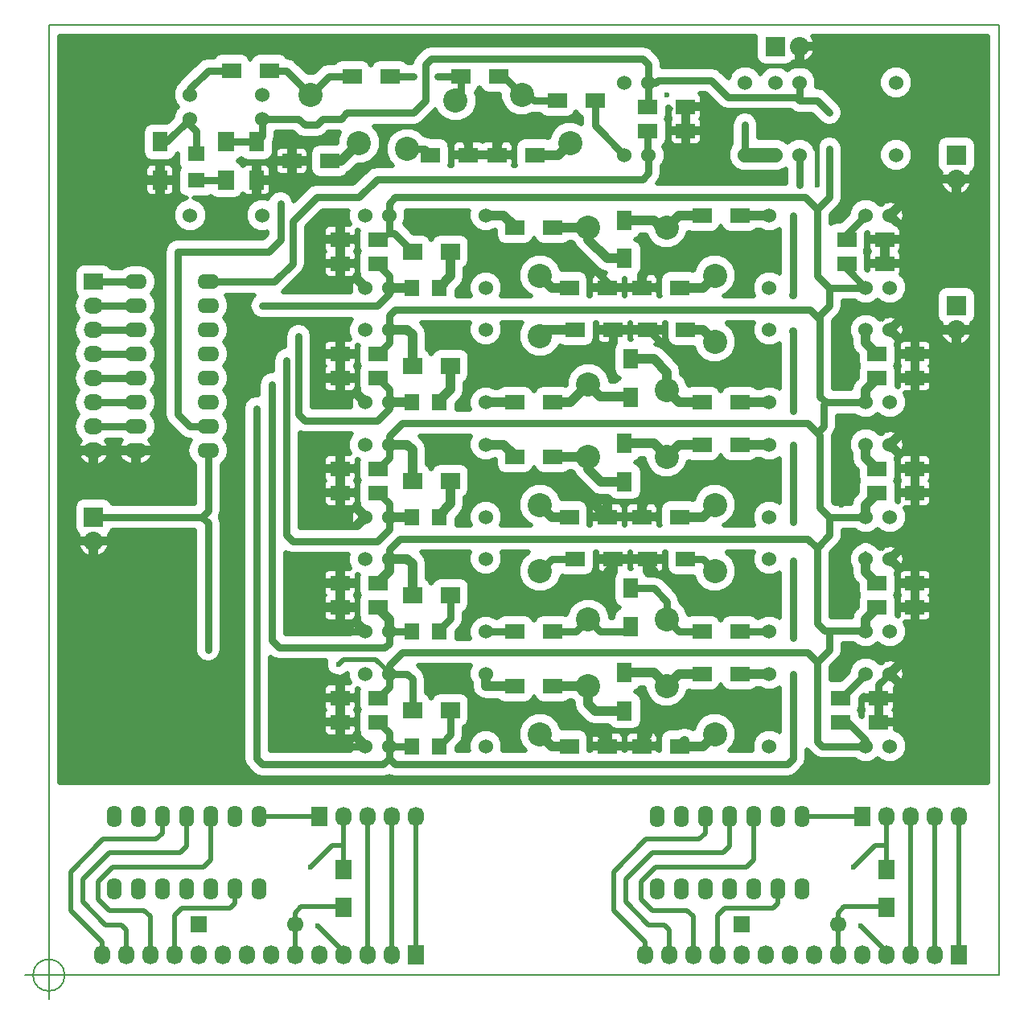
<source format=gbr>
G04 #@! TF.FileFunction,Copper,L2,Bot,Signal*
%FSLAX46Y46*%
G04 Gerber Fmt 4.6, Leading zero omitted, Abs format (unit mm)*
G04 Created by KiCad (PCBNEW 4.0.4+e1-6308~48~ubuntu14.04.1-stable) date Tue Oct 11 14:30:50 2016*
%MOMM*%
%LPD*%
G01*
G04 APERTURE LIST*
%ADD10C,0.100000*%
%ADD11C,0.150000*%
%ADD12O,1.600000X2.300000*%
%ADD13R,1.700000X2.000000*%
%ADD14R,1.727200X2.032000*%
%ADD15O,1.727200X2.032000*%
%ADD16C,1.699260*%
%ADD17R,1.699260X1.699260*%
%ADD18C,1.524000*%
%ADD19C,6.000000*%
%ADD20R,2.000000X1.600000*%
%ADD21R,1.600000X2.000000*%
%ADD22R,1.597660X1.800860*%
%ADD23R,1.800860X1.597660*%
%ADD24C,2.540000*%
%ADD25R,2.032000X1.727200*%
%ADD26O,2.032000X1.727200*%
%ADD27R,2.032000X2.032000*%
%ADD28O,2.032000X2.032000*%
%ADD29R,2.000000X1.700000*%
%ADD30O,2.300000X1.600000*%
%ADD31C,0.600000*%
%ADD32C,0.889000*%
%ADD33C,1.000000*%
%ADD34C,0.750000*%
%ADD35C,0.500000*%
%ADD36C,1.500000*%
%ADD37C,0.508000*%
G04 APERTURE END LIST*
D10*
D11*
X89666666Y-160000000D02*
G75*
G03X89666666Y-160000000I-1666666J0D01*
G01*
X85500000Y-160000000D02*
X90500000Y-160000000D01*
X88000000Y-157500000D02*
X88000000Y-162500000D01*
X88000000Y-160000000D02*
X88000000Y-60000000D01*
X188000000Y-160000000D02*
X88000000Y-160000000D01*
X188000000Y-60000000D02*
X188000000Y-160000000D01*
X88000000Y-60000000D02*
X188000000Y-60000000D01*
D12*
X152019000Y-150876000D03*
X154559000Y-150876000D03*
X157099000Y-150876000D03*
X159639000Y-150876000D03*
X162179000Y-150876000D03*
X164719000Y-150876000D03*
X167259000Y-150876000D03*
X167259000Y-143256000D03*
X164719000Y-143256000D03*
X162179000Y-143256000D03*
X159639000Y-143256000D03*
X157099000Y-143256000D03*
X154559000Y-143256000D03*
X152019000Y-143256000D03*
D13*
X176149000Y-152876000D03*
X176149000Y-148876000D03*
D14*
X173609000Y-143256000D03*
D15*
X176149000Y-143256000D03*
X178689000Y-143256000D03*
X181229000Y-143256000D03*
X183769000Y-143256000D03*
D14*
X183769000Y-157861000D03*
D15*
X181229000Y-157861000D03*
X178689000Y-157861000D03*
X176149000Y-157861000D03*
X173609000Y-157861000D03*
X171069000Y-157861000D03*
X168529000Y-157861000D03*
X165989000Y-157861000D03*
X163449000Y-157861000D03*
X160909000Y-157861000D03*
X158369000Y-157861000D03*
X155829000Y-157861000D03*
X153289000Y-157861000D03*
X150749000Y-157861000D03*
D16*
X171069520Y-154683460D03*
D17*
X160909520Y-154683460D03*
D18*
X121285000Y-135890000D03*
X123825000Y-135890000D03*
X133985000Y-135890000D03*
X133985000Y-128270000D03*
X121285000Y-128270000D03*
X123825000Y-128270000D03*
D19*
X94000000Y-134000000D03*
X182000000Y-134000000D03*
X182000000Y-66000000D03*
D18*
X121285000Y-123825000D03*
X123825000Y-123825000D03*
X133985000Y-123825000D03*
X133985000Y-116205000D03*
X121285000Y-116205000D03*
X123825000Y-116205000D03*
D20*
X156750000Y-80010000D03*
X160750000Y-80010000D03*
X156750000Y-99695000D03*
X160750000Y-99695000D03*
X156750000Y-104140000D03*
X160750000Y-104140000D03*
X156750000Y-123825000D03*
X160750000Y-123825000D03*
X156750000Y-128270000D03*
X160750000Y-128270000D03*
X154400000Y-87630000D03*
X150400000Y-87630000D03*
X155035000Y-92075000D03*
X151035000Y-92075000D03*
X154400000Y-111760000D03*
X150400000Y-111760000D03*
X155035000Y-116205000D03*
X151035000Y-116205000D03*
X154400000Y-135890000D03*
X150400000Y-135890000D03*
D21*
X148590000Y-84550000D03*
X148590000Y-80550000D03*
X149225000Y-99155000D03*
X149225000Y-95155000D03*
X148590000Y-108045000D03*
X148590000Y-104045000D03*
X149225000Y-123285000D03*
X149225000Y-119285000D03*
X148590000Y-132175000D03*
X148590000Y-128175000D03*
D20*
X142780000Y-87630000D03*
X146780000Y-87630000D03*
X143415000Y-92075000D03*
X147415000Y-92075000D03*
X142780000Y-111760000D03*
X146780000Y-111760000D03*
X143415000Y-116205000D03*
X147415000Y-116205000D03*
X142780000Y-135890000D03*
X146780000Y-135890000D03*
X137065000Y-81280000D03*
X141065000Y-81280000D03*
X137065000Y-99695000D03*
X141065000Y-99695000D03*
X137065000Y-105410000D03*
X141065000Y-105410000D03*
X137065000Y-123825000D03*
X141065000Y-123825000D03*
X137065000Y-129540000D03*
X141065000Y-129540000D03*
X111220000Y-64770000D03*
X107220000Y-64770000D03*
X117570000Y-74295000D03*
X113570000Y-74295000D03*
X123920000Y-65405000D03*
X119920000Y-65405000D03*
X128175000Y-73660000D03*
X132175000Y-73660000D03*
X135350000Y-65405000D03*
X131350000Y-65405000D03*
X139160000Y-73660000D03*
X135160000Y-73660000D03*
X145510000Y-67945000D03*
X141510000Y-67945000D03*
D22*
X129054860Y-87630000D03*
X126215140Y-87630000D03*
X129054860Y-99695000D03*
X126215140Y-99695000D03*
X129054860Y-111760000D03*
X126215140Y-111760000D03*
X129054860Y-123825000D03*
X126215140Y-123825000D03*
X129054860Y-135890000D03*
X126215140Y-135890000D03*
D23*
X103505000Y-76349860D03*
X103505000Y-73510140D03*
D18*
X176530000Y-80010000D03*
X173990000Y-80010000D03*
X163830000Y-80010000D03*
X163830000Y-87630000D03*
X176530000Y-87630000D03*
X173990000Y-87630000D03*
X176530000Y-92075000D03*
X173990000Y-92075000D03*
X163830000Y-92075000D03*
X163830000Y-99695000D03*
X176530000Y-99695000D03*
X173990000Y-99695000D03*
X176530000Y-104140000D03*
X173990000Y-104140000D03*
X163830000Y-104140000D03*
X163830000Y-111760000D03*
X176530000Y-111760000D03*
X173990000Y-111760000D03*
X176530000Y-116205000D03*
X173990000Y-116205000D03*
X163830000Y-116205000D03*
X163830000Y-123825000D03*
X176530000Y-123825000D03*
X173990000Y-123825000D03*
X176530000Y-128270000D03*
X173990000Y-128270000D03*
X163830000Y-128270000D03*
X163830000Y-135890000D03*
X176530000Y-135890000D03*
X173990000Y-135890000D03*
X121285000Y-87630000D03*
X123825000Y-87630000D03*
X133985000Y-87630000D03*
X133985000Y-80010000D03*
X121285000Y-80010000D03*
X123825000Y-80010000D03*
X121285000Y-99695000D03*
X123825000Y-99695000D03*
X133985000Y-99695000D03*
X133985000Y-92075000D03*
X121285000Y-92075000D03*
X123825000Y-92075000D03*
X121285000Y-111760000D03*
X123825000Y-111760000D03*
X133985000Y-111760000D03*
X133985000Y-104140000D03*
X121285000Y-104140000D03*
X123825000Y-104140000D03*
X102870000Y-67310000D03*
X102870000Y-69850000D03*
X102870000Y-80010000D03*
X110490000Y-80010000D03*
X110490000Y-67310000D03*
X110490000Y-69850000D03*
X164465000Y-73660000D03*
X167005000Y-73660000D03*
X177165000Y-73660000D03*
X177165000Y-66040000D03*
X164465000Y-66040000D03*
X167005000Y-66040000D03*
X148590000Y-73660000D03*
X151130000Y-73660000D03*
X161290000Y-73660000D03*
X161290000Y-66040000D03*
X148590000Y-66040000D03*
X151130000Y-66040000D03*
D24*
X153035000Y-81280000D03*
X158115000Y-86360000D03*
X153035000Y-98425000D03*
X158115000Y-93345000D03*
X153035000Y-105410000D03*
X158115000Y-110490000D03*
X153035000Y-122555000D03*
X158115000Y-117475000D03*
X153035000Y-129540000D03*
X158115000Y-134620000D03*
X144780000Y-81280000D03*
X139700000Y-86360000D03*
X144780000Y-97790000D03*
X139700000Y-92710000D03*
X144780000Y-105410000D03*
X139700000Y-110490000D03*
X144780000Y-122555000D03*
X139700000Y-117475000D03*
X144780000Y-129540000D03*
X139700000Y-134620000D03*
X115570000Y-67310000D03*
X120650000Y-72390000D03*
X130810000Y-67945000D03*
X125730000Y-73025000D03*
X137795000Y-67310000D03*
X142875000Y-72390000D03*
D25*
X92710000Y-86995000D03*
D26*
X92710000Y-89535000D03*
X92710000Y-92075000D03*
X92710000Y-94615000D03*
X92710000Y-97155000D03*
X92710000Y-99695000D03*
X92710000Y-102235000D03*
X92710000Y-104775000D03*
D27*
X92710000Y-111760000D03*
D28*
X92710000Y-114300000D03*
D29*
X126270000Y-83820000D03*
X130270000Y-83820000D03*
X126270000Y-95885000D03*
X130270000Y-95885000D03*
X126270000Y-107950000D03*
X130270000Y-107950000D03*
X126270000Y-120015000D03*
X130270000Y-120015000D03*
X126270000Y-132080000D03*
X130270000Y-132080000D03*
D13*
X106680000Y-72295000D03*
X106680000Y-76295000D03*
D30*
X97155000Y-86995000D03*
X97155000Y-89535000D03*
X97155000Y-92075000D03*
X97155000Y-94615000D03*
X97155000Y-97155000D03*
X97155000Y-99695000D03*
X97155000Y-102235000D03*
X97155000Y-104775000D03*
X104775000Y-104775000D03*
X104775000Y-102235000D03*
X104775000Y-99695000D03*
X104775000Y-97155000D03*
X104775000Y-94615000D03*
X104775000Y-92075000D03*
X104775000Y-89535000D03*
X104775000Y-86995000D03*
D20*
X171990000Y-85090000D03*
X175990000Y-85090000D03*
X175165000Y-109220000D03*
X179165000Y-109220000D03*
X175165000Y-121285000D03*
X179165000Y-121285000D03*
X171355000Y-133350000D03*
X175355000Y-133350000D03*
X171990000Y-82550000D03*
X175990000Y-82550000D03*
X175165000Y-94615000D03*
X179165000Y-94615000D03*
X175165000Y-106680000D03*
X179165000Y-106680000D03*
X175165000Y-118745000D03*
X179165000Y-118745000D03*
X171355000Y-130810000D03*
X175355000Y-130810000D03*
X122650000Y-85090000D03*
X118650000Y-85090000D03*
X122650000Y-97155000D03*
X118650000Y-97155000D03*
X122650000Y-109220000D03*
X118650000Y-109220000D03*
X122650000Y-121285000D03*
X118650000Y-121285000D03*
X122650000Y-133350000D03*
X118650000Y-133350000D03*
X122650000Y-82550000D03*
X118650000Y-82550000D03*
X122650000Y-94615000D03*
X118650000Y-94615000D03*
X122650000Y-106680000D03*
X118650000Y-106680000D03*
X122650000Y-118745000D03*
X118650000Y-118745000D03*
X122650000Y-130810000D03*
X118650000Y-130810000D03*
D21*
X99695000Y-72295000D03*
X99695000Y-76295000D03*
X109855000Y-72295000D03*
X109855000Y-76295000D03*
D20*
X151035000Y-71120000D03*
X155035000Y-71120000D03*
X151035000Y-68580000D03*
X155035000Y-68580000D03*
X175165000Y-97155000D03*
X179165000Y-97155000D03*
D27*
X183515000Y-89535000D03*
D28*
X183515000Y-92075000D03*
D27*
X164465000Y-62230000D03*
D28*
X167005000Y-62230000D03*
D27*
X183515000Y-73660000D03*
D28*
X183515000Y-76200000D03*
D19*
X94000000Y-66000000D03*
D16*
X113919520Y-154683460D03*
D17*
X103759520Y-154683460D03*
D14*
X126619000Y-157861000D03*
D15*
X124079000Y-157861000D03*
X121539000Y-157861000D03*
X118999000Y-157861000D03*
X116459000Y-157861000D03*
X113919000Y-157861000D03*
X111379000Y-157861000D03*
X108839000Y-157861000D03*
X106299000Y-157861000D03*
X103759000Y-157861000D03*
X101219000Y-157861000D03*
X98679000Y-157861000D03*
X96139000Y-157861000D03*
X93599000Y-157861000D03*
D14*
X116459000Y-143256000D03*
D15*
X118999000Y-143256000D03*
X121539000Y-143256000D03*
X124079000Y-143256000D03*
X126619000Y-143256000D03*
D13*
X118999000Y-152876000D03*
X118999000Y-148876000D03*
D12*
X94869000Y-150876000D03*
X97409000Y-150876000D03*
X99949000Y-150876000D03*
X102489000Y-150876000D03*
X105029000Y-150876000D03*
X107569000Y-150876000D03*
X110109000Y-150876000D03*
X110109000Y-143256000D03*
X107569000Y-143256000D03*
X105029000Y-143256000D03*
X102489000Y-143256000D03*
X99949000Y-143256000D03*
X97409000Y-143256000D03*
X94869000Y-143256000D03*
D31*
X153035000Y-67310000D03*
X180340000Y-126365000D03*
X180340000Y-128270000D03*
X180340000Y-130175000D03*
X131445000Y-135890000D03*
X132715000Y-133985000D03*
X146050000Y-134620000D03*
X130175000Y-128270000D03*
X132080000Y-129540000D03*
X132715000Y-132080000D03*
X99695000Y-78105000D03*
X110490000Y-81915000D03*
X106680000Y-81915000D03*
X102870000Y-81915000D03*
X171450000Y-110490000D03*
X171450000Y-120015000D03*
X171450000Y-121920000D03*
X151765000Y-117475000D03*
X164465000Y-120015000D03*
X160655000Y-120015000D03*
X156845000Y-120015000D03*
X171450000Y-117475000D03*
X163195000Y-76200000D03*
X154940000Y-73660000D03*
X116840000Y-97155000D03*
X116840000Y-99695000D03*
X157480000Y-68580000D03*
X161290000Y-62230000D03*
X157480000Y-62230000D03*
X170180000Y-62230000D03*
X177800000Y-138430000D03*
X172720000Y-138430000D03*
X168275000Y-138430000D03*
X107315000Y-108585000D03*
X102235000Y-108585000D03*
X131445000Y-71755000D03*
X128905000Y-69850000D03*
X135890000Y-71755000D03*
X143510000Y-69850000D03*
X137795000Y-69850000D03*
X113665000Y-76200000D03*
X120015000Y-76200000D03*
X116840000Y-82550000D03*
X115570000Y-81915000D03*
X116840000Y-85090000D03*
X116840000Y-87630000D03*
X116840000Y-94615000D03*
X116840000Y-91440000D03*
X116840000Y-106680000D03*
X116840000Y-103505000D03*
X116840000Y-109220000D03*
X116840000Y-112395000D03*
X116840000Y-121285000D03*
X116840000Y-123825000D03*
X116840000Y-118745000D03*
X116840000Y-116205000D03*
X116840000Y-130810000D03*
X116840000Y-128905000D03*
X93980000Y-83820000D03*
X93980000Y-80010000D03*
X93980000Y-76200000D03*
X93980000Y-72390000D03*
X118745000Y-135890000D03*
X116840000Y-133350000D03*
X168910000Y-76835000D03*
X172085000Y-73025000D03*
X172085000Y-76835000D03*
X168910000Y-74930000D03*
X163195000Y-71120000D03*
X165735000Y-71120000D03*
X157480000Y-71120000D03*
X159385000Y-71120000D03*
X99695000Y-88265000D03*
X99695000Y-90805000D03*
X99695000Y-95885000D03*
X99695000Y-100965000D03*
X144780000Y-109855000D03*
X142875000Y-107950000D03*
X140970000Y-107950000D03*
X171450000Y-106045000D03*
X171450000Y-101600000D03*
X171450000Y-97790000D03*
X171450000Y-93980000D03*
X156845000Y-107950000D03*
X160655000Y-107950000D03*
X164465000Y-107950000D03*
X171450000Y-107950000D03*
X151130000Y-109855000D03*
X171450000Y-90170000D03*
X146685000Y-93980000D03*
X144145000Y-84455000D03*
X145415000Y-85725000D03*
X142875000Y-83185000D03*
X183515000Y-94615000D03*
X183515000Y-78740000D03*
X156845000Y-132080000D03*
X151130000Y-134620000D03*
X164465000Y-132080000D03*
X160655000Y-132080000D03*
X111760000Y-76200000D03*
X156845000Y-83820000D03*
X160655000Y-83820000D03*
X164465000Y-83820000D03*
X151130000Y-85725000D03*
X178435000Y-85090000D03*
X178435000Y-82550000D03*
X180975000Y-109220000D03*
X180975000Y-94615000D03*
X180975000Y-97155000D03*
X180975000Y-106680000D03*
X180975000Y-121285000D03*
X180975000Y-118745000D03*
X152400000Y-93345000D03*
X156845000Y-95885000D03*
X160655000Y-95885000D03*
X164465000Y-95885000D03*
X146685000Y-117475000D03*
X128905000Y-65405000D03*
X126365000Y-65405000D03*
X170180000Y-69215000D03*
X170180000Y-73025000D03*
X104775000Y-125730000D03*
X118491000Y-127254000D03*
X161290000Y-70485000D03*
X167005000Y-76835000D03*
X112395000Y-78740000D03*
X110490000Y-89535000D03*
X166370000Y-80010000D03*
D32*
X166370000Y-88392000D03*
D31*
X114300000Y-92710000D03*
D32*
X166370000Y-92202000D03*
D31*
X166370000Y-100584000D03*
X113030000Y-95250000D03*
X166370000Y-104140000D03*
X166370000Y-112268000D03*
X111506000Y-97790000D03*
X166370000Y-124460000D03*
X166370000Y-116332000D03*
X109855000Y-100330000D03*
X166370000Y-128270000D03*
X183769000Y-150876000D03*
X126619000Y-150876000D03*
X173482000Y-154813000D03*
X116332000Y-154813000D03*
X172720000Y-148590000D03*
X115570000Y-148590000D03*
D33*
X148590000Y-80550000D02*
X151670000Y-80550000D01*
X151670000Y-80550000D02*
X152400000Y-81280000D01*
X152400000Y-81280000D02*
X153035000Y-81280000D01*
X156750000Y-80010000D02*
X154305000Y-80010000D01*
X154305000Y-80010000D02*
X153035000Y-81280000D01*
X160750000Y-80010000D02*
X163830000Y-80010000D01*
X153035000Y-98425000D02*
X154305000Y-99695000D01*
X154305000Y-99695000D02*
X156750000Y-99695000D01*
X149225000Y-95155000D02*
X151670000Y-95155000D01*
X151670000Y-95155000D02*
X153035000Y-96520000D01*
X153035000Y-96520000D02*
X153035000Y-98425000D01*
X160750000Y-99695000D02*
X163830000Y-99695000D01*
X148590000Y-104045000D02*
X151670000Y-104045000D01*
X151670000Y-104045000D02*
X153035000Y-105410000D01*
X156750000Y-104140000D02*
X154305000Y-104140000D01*
X154305000Y-104140000D02*
X153035000Y-105410000D01*
X160750000Y-104140000D02*
X163830000Y-104140000D01*
D34*
X153035000Y-122555000D02*
X154305000Y-123825000D01*
X154305000Y-123825000D02*
X156750000Y-123825000D01*
X153035000Y-122555000D02*
X153035000Y-120650000D01*
X151670000Y-119285000D02*
X149225000Y-119285000D01*
X153035000Y-120650000D02*
X151670000Y-119285000D01*
X160750000Y-123825000D02*
X163830000Y-123825000D01*
D33*
X153035000Y-129540000D02*
X154305000Y-128270000D01*
X154305000Y-128270000D02*
X156750000Y-128270000D01*
X148590000Y-128175000D02*
X151670000Y-128175000D01*
X151670000Y-128175000D02*
X153035000Y-129540000D01*
X160750000Y-128270000D02*
X163830000Y-128270000D01*
X154400000Y-87630000D02*
X156845000Y-87630000D01*
X156845000Y-87630000D02*
X158115000Y-86360000D01*
D34*
X182000000Y-134000000D02*
X182000000Y-131835000D01*
X182000000Y-131835000D02*
X180340000Y-130175000D01*
X180340000Y-128270000D02*
X180340000Y-126365000D01*
X182000000Y-134000000D02*
X179085000Y-134000000D01*
X179085000Y-134000000D02*
X178435000Y-133350000D01*
X178435000Y-133350000D02*
X175355000Y-133350000D01*
D35*
X132715000Y-133985000D02*
X131445000Y-135890000D01*
X146050000Y-134620000D02*
X145415000Y-134620000D01*
D34*
X146780000Y-135350000D02*
X146050000Y-134620000D01*
D35*
X130810000Y-128270000D02*
X130175000Y-128270000D01*
X132080000Y-129540000D02*
X130810000Y-128270000D01*
X142875000Y-132080000D02*
X132715000Y-132080000D01*
X145415000Y-134620000D02*
X142875000Y-132080000D01*
X99695000Y-78105000D02*
X99695000Y-80645000D01*
D34*
X99695000Y-76295000D02*
X99695000Y-78105000D01*
D35*
X106680000Y-81915000D02*
X110490000Y-81915000D01*
X100965000Y-81915000D02*
X102870000Y-81915000D01*
X99695000Y-80645000D02*
X100965000Y-81915000D01*
X171450000Y-120015000D02*
X171450000Y-121920000D01*
D34*
X151765000Y-117475000D02*
X151035000Y-116745000D01*
D35*
X155035000Y-71120000D02*
X155035000Y-73565000D01*
X163195000Y-76200000D02*
X163195000Y-75565000D01*
X155035000Y-73565000D02*
X154940000Y-73660000D01*
X116840000Y-99695000D02*
X116840000Y-97155000D01*
D34*
X116840000Y-97155000D02*
X118650000Y-97155000D01*
D35*
X170180000Y-62230000D02*
X168148000Y-64262000D01*
X168148000Y-64262000D02*
X162306000Y-64262000D01*
X162306000Y-64262000D02*
X161290000Y-63246000D01*
X161290000Y-63246000D02*
X161290000Y-62230000D01*
X157480000Y-68580000D02*
X155035000Y-68580000D01*
X157480000Y-62230000D02*
X161290000Y-62230000D01*
X167005000Y-62230000D02*
X170180000Y-62230000D01*
X182000000Y-134000000D02*
X182000000Y-134230000D01*
X182000000Y-134230000D02*
X177800000Y-138430000D01*
X172720000Y-138430000D02*
X168275000Y-138430000D01*
X97155000Y-104775000D02*
X97155000Y-106680000D01*
X99060000Y-108585000D02*
X102235000Y-108585000D01*
X97155000Y-106680000D02*
X99060000Y-108585000D01*
X131445000Y-71755000D02*
X130810000Y-71755000D01*
D34*
X132175000Y-72485000D02*
X131445000Y-71755000D01*
X132175000Y-73660000D02*
X132175000Y-72485000D01*
D35*
X130810000Y-71755000D02*
X128905000Y-69850000D01*
X135890000Y-71755000D02*
X137795000Y-69850000D01*
D34*
X135160000Y-72485000D02*
X135890000Y-71755000D01*
X135160000Y-73660000D02*
X135160000Y-72485000D01*
X113570000Y-76105000D02*
X113665000Y-76200000D01*
X113570000Y-76105000D02*
X113570000Y-74295000D01*
D35*
X116840000Y-82550000D02*
X116205000Y-82550000D01*
D34*
X118650000Y-82550000D02*
X116840000Y-82550000D01*
D35*
X116205000Y-82550000D02*
X115570000Y-81915000D01*
D34*
X116840000Y-85090000D02*
X118650000Y-85090000D01*
D35*
X116840000Y-91440000D02*
X116840000Y-94615000D01*
D34*
X116840000Y-94615000D02*
X118650000Y-94615000D01*
D35*
X116840000Y-103505000D02*
X116840000Y-106680000D01*
D34*
X116840000Y-106680000D02*
X118650000Y-106680000D01*
X116840000Y-109220000D02*
X118650000Y-109220000D01*
D35*
X116840000Y-123825000D02*
X116840000Y-121285000D01*
D34*
X116840000Y-121285000D02*
X118650000Y-121285000D01*
X116840000Y-118745000D02*
X118650000Y-118745000D01*
D35*
X116840000Y-128905000D02*
X116840000Y-130810000D01*
D34*
X116840000Y-130810000D02*
X118650000Y-130810000D01*
D35*
X94000000Y-66000000D02*
X94000000Y-72370000D01*
X93980000Y-76200000D02*
X93980000Y-80010000D01*
X94000000Y-72370000D02*
X93980000Y-72390000D01*
D34*
X118650000Y-133350000D02*
X118650000Y-135795000D01*
X118745000Y-135890000D02*
X121285000Y-135890000D01*
X118650000Y-135795000D02*
X118745000Y-135890000D01*
X118650000Y-130810000D02*
X118650000Y-133350000D01*
X118650000Y-133350000D02*
X116840000Y-133350000D01*
D35*
X168910000Y-74930000D02*
X168910000Y-76835000D01*
X172085000Y-76835000D02*
X172085000Y-73025000D01*
X168275000Y-71120000D02*
X168910000Y-71755000D01*
X168910000Y-71755000D02*
X168910000Y-74930000D01*
D34*
X168275000Y-71120000D02*
X165735000Y-71120000D01*
X155035000Y-71120000D02*
X157480000Y-71120000D01*
D33*
X97155000Y-104775000D02*
X99060000Y-104775000D01*
X99695000Y-104140000D02*
X99695000Y-100965000D01*
X99695000Y-100965000D02*
X99695000Y-95885000D01*
X99695000Y-95885000D02*
X99695000Y-90805000D01*
X99695000Y-90805000D02*
X99695000Y-88265000D01*
X99695000Y-88265000D02*
X99695000Y-86360000D01*
X99060000Y-104775000D02*
X99695000Y-104140000D01*
D34*
X150400000Y-111760000D02*
X146780000Y-111760000D01*
D33*
X146780000Y-111760000D02*
X144875000Y-109855000D01*
X144875000Y-109855000D02*
X144780000Y-109855000D01*
X142875000Y-107950000D02*
X140970000Y-107950000D01*
D34*
X171450000Y-90170000D02*
X171450000Y-93980000D01*
X171450000Y-97790000D02*
X171450000Y-93980000D01*
X150400000Y-110585000D02*
X150400000Y-111760000D01*
X150400000Y-110585000D02*
X151130000Y-109855000D01*
X171450000Y-107950000D02*
X171450000Y-106045000D01*
X171450000Y-106045000D02*
X171450000Y-101600000D01*
X147415000Y-92075000D02*
X147415000Y-93250000D01*
X147415000Y-93250000D02*
X146685000Y-93980000D01*
X145415000Y-85725000D02*
X146780000Y-87090000D01*
X144145000Y-84455000D02*
X145415000Y-85725000D01*
X146780000Y-87630000D02*
X146780000Y-87090000D01*
X183515000Y-92075000D02*
X183515000Y-94615000D01*
X183515000Y-76200000D02*
X183515000Y-78740000D01*
X175355000Y-130810000D02*
X175355000Y-131985000D01*
X175355000Y-131985000D02*
X175355000Y-133350000D01*
X150400000Y-135350000D02*
X151130000Y-134620000D01*
X109855000Y-76295000D02*
X111665000Y-76295000D01*
X111665000Y-76295000D02*
X111760000Y-76200000D01*
X132175000Y-73660000D02*
X135160000Y-73660000D01*
X135160000Y-73660000D02*
X135160000Y-73120000D01*
X150400000Y-86455000D02*
X151130000Y-85725000D01*
X150400000Y-87630000D02*
X150400000Y-86455000D01*
X147415000Y-92075000D02*
X151035000Y-92075000D01*
X146780000Y-87630000D02*
X150400000Y-87630000D01*
X175990000Y-85090000D02*
X178435000Y-85090000D01*
X175990000Y-82550000D02*
X178435000Y-82550000D01*
X179165000Y-109220000D02*
X180975000Y-109220000D01*
X179165000Y-94615000D02*
X180975000Y-94615000D01*
X179165000Y-97155000D02*
X180975000Y-97155000D01*
X179165000Y-106680000D02*
X180975000Y-106680000D01*
X179165000Y-121285000D02*
X180975000Y-121285000D01*
X179165000Y-118745000D02*
X180975000Y-118745000D01*
X151035000Y-92075000D02*
X151130000Y-92075000D01*
X151130000Y-92075000D02*
X152400000Y-93345000D01*
X151035000Y-116205000D02*
X151035000Y-116745000D01*
X147415000Y-116205000D02*
X147415000Y-116745000D01*
X147415000Y-116745000D02*
X146685000Y-117475000D01*
X121285000Y-123825000D02*
X119380000Y-123825000D01*
X118650000Y-123095000D02*
X118650000Y-121285000D01*
X119380000Y-123825000D02*
X118650000Y-123095000D01*
X175355000Y-130810000D02*
X175355000Y-129445000D01*
X175355000Y-129445000D02*
X176530000Y-128270000D01*
X150400000Y-135890000D02*
X150400000Y-135350000D01*
X146780000Y-135890000D02*
X146780000Y-135350000D01*
D35*
X146780000Y-87630000D02*
X146685000Y-87630000D01*
X146780000Y-111760000D02*
X146685000Y-111760000D01*
X151035000Y-116205000D02*
X151130000Y-116205000D01*
D34*
X146780000Y-135890000D02*
X150400000Y-135890000D01*
X92710000Y-104775000D02*
X91440000Y-104775000D01*
X91440000Y-104775000D02*
X89535000Y-106680000D01*
X89535000Y-106680000D02*
X89535000Y-113030000D01*
X89535000Y-113030000D02*
X90805000Y-114300000D01*
X90805000Y-114300000D02*
X92710000Y-114300000D01*
X92710000Y-104775000D02*
X97155000Y-104775000D01*
D33*
X175165000Y-133350000D02*
X175165000Y-133445000D01*
X155035000Y-92075000D02*
X156845000Y-92075000D01*
X156845000Y-92075000D02*
X158115000Y-93345000D01*
X154400000Y-111760000D02*
X156845000Y-111760000D01*
X156845000Y-111760000D02*
X158115000Y-110490000D01*
D34*
X158115000Y-117475000D02*
X156845000Y-116205000D01*
X156845000Y-116205000D02*
X155035000Y-116205000D01*
D33*
X158115000Y-134620000D02*
X156845000Y-135890000D01*
X156845000Y-135890000D02*
X154400000Y-135890000D01*
X154940000Y-135350000D02*
X154400000Y-135890000D01*
X144780000Y-81280000D02*
X144780000Y-82550000D01*
X144780000Y-82550000D02*
X146780000Y-84550000D01*
X146780000Y-84550000D02*
X148590000Y-84550000D01*
X141065000Y-81280000D02*
X144780000Y-81280000D01*
X148495000Y-84455000D02*
X148590000Y-84550000D01*
X144780000Y-97790000D02*
X146050000Y-99060000D01*
X146050000Y-99060000D02*
X149130000Y-99060000D01*
X149130000Y-99060000D02*
X149225000Y-99155000D01*
X141065000Y-99695000D02*
X142875000Y-99695000D01*
X142875000Y-99695000D02*
X144780000Y-97790000D01*
X141065000Y-105410000D02*
X144780000Y-105410000D01*
X144780000Y-105410000D02*
X144780000Y-106680000D01*
X144780000Y-106680000D02*
X146145000Y-108045000D01*
X146145000Y-108045000D02*
X148590000Y-108045000D01*
D34*
X144780000Y-122555000D02*
X146050000Y-123825000D01*
X146050000Y-123825000D02*
X148685000Y-123825000D01*
X148685000Y-123825000D02*
X149225000Y-123285000D01*
X141065000Y-123825000D02*
X143510000Y-123825000D01*
X143510000Y-123825000D02*
X144780000Y-122555000D01*
D33*
X144780000Y-129540000D02*
X144780000Y-131445000D01*
X145510000Y-132175000D02*
X148590000Y-132175000D01*
X144780000Y-131445000D02*
X145510000Y-132175000D01*
X141065000Y-129540000D02*
X144780000Y-129540000D01*
X142780000Y-87630000D02*
X140970000Y-87630000D01*
X140970000Y-87630000D02*
X139700000Y-86360000D01*
X143415000Y-92075000D02*
X140335000Y-92075000D01*
X140335000Y-92075000D02*
X139700000Y-92710000D01*
X142780000Y-111760000D02*
X140970000Y-111760000D01*
X140970000Y-111760000D02*
X139700000Y-110490000D01*
D34*
X139700000Y-117475000D02*
X140970000Y-116205000D01*
X140970000Y-116205000D02*
X143415000Y-116205000D01*
D33*
X139700000Y-134620000D02*
X140970000Y-135890000D01*
X140970000Y-135890000D02*
X142780000Y-135890000D01*
X137065000Y-81280000D02*
X137065000Y-81185000D01*
X137065000Y-81185000D02*
X135890000Y-80010000D01*
X135890000Y-80010000D02*
X133985000Y-80010000D01*
X137065000Y-99695000D02*
X133985000Y-99695000D01*
X137065000Y-105410000D02*
X137065000Y-105315000D01*
X137065000Y-105315000D02*
X135890000Y-104140000D01*
X135890000Y-104140000D02*
X133985000Y-104140000D01*
D34*
X133985000Y-123825000D02*
X137065000Y-123825000D01*
D33*
X137065000Y-129540000D02*
X133985000Y-129540000D01*
X133985000Y-129540000D02*
X133985000Y-128270000D01*
D34*
X115570000Y-67310000D02*
X117475000Y-65405000D01*
X117475000Y-65405000D02*
X119920000Y-65405000D01*
X111220000Y-64770000D02*
X113030000Y-64770000D01*
X113030000Y-64770000D02*
X115570000Y-67310000D01*
X102870000Y-67310000D02*
X102870000Y-66675000D01*
X102870000Y-66675000D02*
X104775000Y-64770000D01*
X104775000Y-64770000D02*
X107220000Y-64770000D01*
D33*
X117570000Y-74295000D02*
X118745000Y-74295000D01*
X118745000Y-74295000D02*
X120650000Y-72390000D01*
D34*
X123920000Y-65405000D02*
X126365000Y-65405000D01*
X128905000Y-65405000D02*
X131350000Y-65405000D01*
X131350000Y-65405000D02*
X131350000Y-67405000D01*
X131350000Y-67405000D02*
X130810000Y-67945000D01*
X125730000Y-73025000D02*
X127540000Y-73025000D01*
X127540000Y-73025000D02*
X128175000Y-73660000D01*
X135350000Y-65405000D02*
X135890000Y-65405000D01*
X135890000Y-65405000D02*
X137795000Y-67310000D01*
X137795000Y-67310000D02*
X138430000Y-67310000D01*
X138430000Y-67310000D02*
X139065000Y-67945000D01*
X139065000Y-67945000D02*
X141510000Y-67945000D01*
D33*
X139160000Y-73660000D02*
X141605000Y-73660000D01*
X141605000Y-73660000D02*
X142875000Y-72390000D01*
D34*
X145510000Y-67945000D02*
X145510000Y-70580000D01*
X145510000Y-70580000D02*
X148590000Y-73660000D01*
D33*
X130270000Y-83820000D02*
X130270000Y-86414860D01*
X130270000Y-86414860D02*
X129054860Y-87630000D01*
D34*
X129054860Y-87630000D02*
X129054860Y-87779860D01*
D33*
X129054860Y-99695000D02*
X129054860Y-99545140D01*
X129054860Y-99545140D02*
X130270000Y-98330000D01*
X130270000Y-98330000D02*
X130270000Y-95885000D01*
D34*
X129054860Y-99695000D02*
X129054860Y-99844860D01*
D33*
X129054860Y-111760000D02*
X129054860Y-111610140D01*
X129054860Y-111610140D02*
X130270000Y-110395000D01*
X130270000Y-110395000D02*
X130270000Y-107950000D01*
D34*
X130270000Y-120015000D02*
X130270000Y-122460000D01*
X130270000Y-122460000D02*
X129054860Y-123675140D01*
X129054860Y-123675140D02*
X129054860Y-123825000D01*
X130270000Y-132080000D02*
X130270000Y-134674860D01*
X130270000Y-134674860D02*
X129054860Y-135890000D01*
X129054860Y-135740140D02*
X129054860Y-135890000D01*
X103505000Y-76349860D02*
X106625140Y-76349860D01*
X106625140Y-76349860D02*
X106680000Y-76295000D01*
X123825000Y-128270000D02*
X125730000Y-128270000D01*
X126270000Y-128810000D02*
X126270000Y-132080000D01*
X125730000Y-128270000D02*
X126270000Y-128810000D01*
X123825000Y-128270000D02*
X123825000Y-129635000D01*
X123825000Y-129635000D02*
X122650000Y-130810000D01*
D35*
X151130000Y-66040000D02*
X151892000Y-66040000D01*
D34*
X151892000Y-66040000D02*
X152146000Y-65786000D01*
X152146000Y-65786000D02*
X157734000Y-65786000D01*
X157734000Y-65786000D02*
X159512000Y-67564000D01*
X159512000Y-67564000D02*
X166624000Y-67564000D01*
X166624000Y-67564000D02*
X167005000Y-67945000D01*
X170180000Y-78105000D02*
X170180000Y-73025000D01*
X170180000Y-69215000D02*
X168910000Y-67945000D01*
X167005000Y-67945000D02*
X168910000Y-67945000D01*
X170180000Y-78105000D02*
X168910000Y-79375000D01*
X173990000Y-135890000D02*
X173990000Y-135255000D01*
X173990000Y-135255000D02*
X172085000Y-133350000D01*
X172085000Y-133350000D02*
X171355000Y-133350000D01*
X104775000Y-125730000D02*
X104775000Y-112395000D01*
X104140000Y-111760000D02*
X104775000Y-112395000D01*
D35*
X122428000Y-126746000D02*
X118999000Y-126746000D01*
X118999000Y-126746000D02*
X118491000Y-127254000D01*
X122428000Y-126746000D02*
X123825000Y-128143000D01*
X123825000Y-128270000D02*
X123825000Y-128143000D01*
D34*
X110490000Y-69850000D02*
X114300000Y-69850000D01*
X151130000Y-64135000D02*
X151130000Y-66040000D01*
X150495000Y-63500000D02*
X151130000Y-64135000D01*
X128270000Y-63500000D02*
X150495000Y-63500000D01*
X127635000Y-64135000D02*
X128270000Y-63500000D01*
X127635000Y-67945000D02*
X127635000Y-64135000D01*
X126365000Y-69215000D02*
X127635000Y-67945000D01*
X119380000Y-69215000D02*
X126365000Y-69215000D01*
X118745000Y-69850000D02*
X119380000Y-69215000D01*
X116840000Y-69850000D02*
X118745000Y-69850000D01*
X116205000Y-70485000D02*
X116840000Y-69850000D01*
X114935000Y-70485000D02*
X116205000Y-70485000D01*
X114300000Y-69850000D02*
X114935000Y-70485000D01*
X171990000Y-85090000D02*
X171990000Y-85630000D01*
X171990000Y-85630000D02*
X173990000Y-87630000D01*
X169164000Y-90932000D02*
X169164000Y-90551000D01*
X170180000Y-89535000D02*
X170180000Y-87630000D01*
X169164000Y-90551000D02*
X170180000Y-89535000D01*
X168910000Y-102870000D02*
X169545000Y-102235000D01*
X169545000Y-99949000D02*
X169799000Y-99695000D01*
X169545000Y-102235000D02*
X169545000Y-99949000D01*
X168846500Y-114998500D02*
X170180000Y-113665000D01*
X170180000Y-113665000D02*
X170180000Y-111760000D01*
X168910000Y-127000000D02*
X170180000Y-125730000D01*
X170180000Y-125730000D02*
X170180000Y-123698000D01*
X170180000Y-123698000D02*
X170180000Y-123825000D01*
X170180000Y-123825000D02*
X170180000Y-123698000D01*
X123825000Y-80010000D02*
X123825000Y-78740000D01*
X167640000Y-78105000D02*
X168910000Y-79375000D01*
X124460000Y-78105000D02*
X167640000Y-78105000D01*
X123825000Y-78740000D02*
X124460000Y-78105000D01*
X168910000Y-79375000D02*
X168910000Y-86360000D01*
X168910000Y-86360000D02*
X170180000Y-87630000D01*
X170180000Y-87630000D02*
X173990000Y-87630000D01*
X123825000Y-128270000D02*
X123825000Y-127381000D01*
X169418000Y-135890000D02*
X173990000Y-135890000D01*
X168910000Y-135382000D02*
X169418000Y-135890000D01*
X168910000Y-127000000D02*
X168910000Y-135382000D01*
X167894000Y-125984000D02*
X168910000Y-127000000D01*
X125222000Y-125984000D02*
X167894000Y-125984000D01*
X123825000Y-127381000D02*
X125222000Y-125984000D01*
X123825000Y-116205000D02*
X123825000Y-115189000D01*
X123825000Y-115189000D02*
X124968000Y-114046000D01*
X124968000Y-114046000D02*
X167894000Y-114046000D01*
X167894000Y-114046000D02*
X168846500Y-114998500D01*
X168846500Y-114998500D02*
X168910000Y-115062000D01*
X168910000Y-115062000D02*
X168910000Y-122936000D01*
X168910000Y-122936000D02*
X169672000Y-123698000D01*
X169672000Y-123698000D02*
X170180000Y-123698000D01*
X170180000Y-123698000D02*
X173863000Y-123698000D01*
X173863000Y-123698000D02*
X173990000Y-123825000D01*
X123825000Y-104140000D02*
X123825000Y-103251000D01*
X123825000Y-103251000D02*
X125222000Y-101854000D01*
X125222000Y-101854000D02*
X167894000Y-101854000D01*
X167894000Y-101854000D02*
X168910000Y-102870000D01*
X168910000Y-102870000D02*
X169164000Y-103124000D01*
X169164000Y-103124000D02*
X169164000Y-110744000D01*
X169164000Y-110744000D02*
X170180000Y-111760000D01*
X170180000Y-111760000D02*
X173990000Y-111760000D01*
X123825000Y-92075000D02*
X123825000Y-90551000D01*
X123825000Y-90551000D02*
X124460000Y-89916000D01*
X124460000Y-89916000D02*
X168148000Y-89916000D01*
X168148000Y-89916000D02*
X169164000Y-90932000D01*
X169164000Y-90932000D02*
X169164000Y-99060000D01*
X169164000Y-99060000D02*
X169799000Y-99695000D01*
X169799000Y-99695000D02*
X173990000Y-99695000D01*
X106680000Y-72295000D02*
X109855000Y-72295000D01*
X109855000Y-72295000D02*
X110490000Y-71660000D01*
X110490000Y-71660000D02*
X110490000Y-69850000D01*
X167005000Y-67945000D02*
X167005000Y-66040000D01*
X151130000Y-66040000D02*
X151130000Y-68485000D01*
X151130000Y-68485000D02*
X151035000Y-68580000D01*
X123825000Y-92075000D02*
X123825000Y-93440000D01*
X123825000Y-93440000D02*
X122650000Y-94615000D01*
X123825000Y-104140000D02*
X123825000Y-105505000D01*
X123825000Y-105505000D02*
X122650000Y-106680000D01*
X123825000Y-81915000D02*
X124365000Y-81915000D01*
X124365000Y-81915000D02*
X126270000Y-83820000D01*
X123825000Y-80010000D02*
X123825000Y-81915000D01*
D35*
X123825000Y-81915000D02*
X123190000Y-82550000D01*
X123190000Y-82550000D02*
X122650000Y-82550000D01*
D34*
X92710000Y-111760000D02*
X99695000Y-111760000D01*
X99695000Y-111760000D02*
X104140000Y-111760000D01*
X104775000Y-111125000D02*
X104775000Y-104775000D01*
X104140000Y-111760000D02*
X104775000Y-111125000D01*
D33*
X123825000Y-116205000D02*
X123825000Y-117475000D01*
X123825000Y-117475000D02*
X122650000Y-118650000D01*
X122650000Y-118650000D02*
X122650000Y-118745000D01*
X175165000Y-121285000D02*
X175165000Y-121380000D01*
X175165000Y-121380000D02*
X173990000Y-122555000D01*
X173990000Y-122555000D02*
X173990000Y-123825000D01*
X175165000Y-109220000D02*
X175165000Y-109315000D01*
X175165000Y-109315000D02*
X173990000Y-110490000D01*
X173990000Y-110490000D02*
X173990000Y-111760000D01*
X171990000Y-85090000D02*
X171990000Y-85185000D01*
X175165000Y-97155000D02*
X175165000Y-97250000D01*
X175165000Y-97250000D02*
X173990000Y-98425000D01*
X173990000Y-98425000D02*
X173990000Y-99695000D01*
X126270000Y-95885000D02*
X126270000Y-92615000D01*
X125730000Y-92075000D02*
X123825000Y-92075000D01*
X126270000Y-92615000D02*
X125730000Y-92075000D01*
X126270000Y-107950000D02*
X126270000Y-104680000D01*
X125730000Y-104140000D02*
X123825000Y-104140000D01*
X126270000Y-104680000D02*
X125730000Y-104140000D01*
X123825000Y-116205000D02*
X125730000Y-116205000D01*
X126270000Y-116745000D02*
X126270000Y-120015000D01*
X125730000Y-116205000D02*
X126270000Y-116745000D01*
D34*
X161290000Y-70485000D02*
X161290000Y-73660000D01*
D36*
X164465000Y-73660000D02*
X161290000Y-73660000D01*
D34*
X104775000Y-102235000D02*
X102870000Y-102235000D01*
X167005000Y-76835000D02*
X167005000Y-73660000D01*
X112395000Y-82550000D02*
X112395000Y-78740000D01*
X111125000Y-83820000D02*
X112395000Y-82550000D01*
X101600000Y-83820000D02*
X111125000Y-83820000D01*
X101600000Y-100965000D02*
X101600000Y-83820000D01*
X102870000Y-102235000D02*
X101600000Y-100965000D01*
X92710000Y-86995000D02*
X97155000Y-86995000D01*
X92710000Y-89535000D02*
X97155000Y-89535000D01*
X92710000Y-92075000D02*
X97155000Y-92075000D01*
X92710000Y-94615000D02*
X97155000Y-94615000D01*
X92710000Y-97155000D02*
X97155000Y-97155000D01*
X92710000Y-99695000D02*
X97155000Y-99695000D01*
X92710000Y-102235000D02*
X97155000Y-102235000D01*
X171990000Y-82550000D02*
X171990000Y-82010000D01*
X171990000Y-82010000D02*
X173990000Y-80010000D01*
X110490000Y-89535000D02*
X122555000Y-89535000D01*
X122555000Y-89535000D02*
X123825000Y-88265000D01*
D35*
X123825000Y-88265000D02*
X123825000Y-87630000D01*
D34*
X166370000Y-88392000D02*
X166370000Y-80010000D01*
X122650000Y-85090000D02*
X122650000Y-85185000D01*
X122650000Y-85185000D02*
X123825000Y-86360000D01*
X123825000Y-86360000D02*
X123825000Y-87630000D01*
D33*
X126215140Y-87630000D02*
X123825000Y-87630000D01*
D34*
X122555000Y-101600000D02*
X123825000Y-100330000D01*
X114935000Y-101600000D02*
X122555000Y-101600000D01*
X114300000Y-100965000D02*
X114935000Y-101600000D01*
X114300000Y-92710000D02*
X114300000Y-100965000D01*
X123825000Y-100330000D02*
X123825000Y-99695000D01*
X166370000Y-100584000D02*
X166370000Y-92202000D01*
X123825000Y-99695000D02*
X123825000Y-98330000D01*
X123825000Y-98330000D02*
X122650000Y-97155000D01*
D33*
X173990000Y-92075000D02*
X173990000Y-93440000D01*
X173990000Y-93440000D02*
X175165000Y-94615000D01*
X123825000Y-99695000D02*
X126215140Y-99695000D01*
D34*
X123825000Y-113030000D02*
X123825000Y-111760000D01*
X122555000Y-114300000D02*
X123825000Y-113030000D01*
X113665000Y-114300000D02*
X122555000Y-114300000D01*
X113030000Y-113665000D02*
X113665000Y-114300000D01*
X113030000Y-111125000D02*
X113030000Y-113665000D01*
X113030000Y-95250000D02*
X113030000Y-111125000D01*
X166370000Y-112268000D02*
X166370000Y-104140000D01*
X123825000Y-111760000D02*
X123825000Y-110395000D01*
X123825000Y-110395000D02*
X122650000Y-109220000D01*
D33*
X173990000Y-104140000D02*
X173990000Y-105505000D01*
X173990000Y-105505000D02*
X175165000Y-106680000D01*
X123825000Y-111760000D02*
X126215140Y-111760000D01*
D34*
X111506000Y-97790000D02*
X111506000Y-124714000D01*
X123317000Y-125476000D02*
X123825000Y-125095000D01*
X123825000Y-123825000D02*
X123825000Y-125095000D01*
X112268000Y-125476000D02*
X123317000Y-125476000D01*
X111506000Y-124714000D02*
X112268000Y-125476000D01*
X166370000Y-124460000D02*
X166370000Y-116332000D01*
D35*
X173990000Y-115570000D02*
X173990000Y-116205000D01*
D33*
X122650000Y-121285000D02*
X122650000Y-121380000D01*
X122650000Y-121380000D02*
X123825000Y-122555000D01*
X123825000Y-122555000D02*
X123825000Y-123825000D01*
X173990000Y-116205000D02*
X173990000Y-117570000D01*
X173990000Y-117570000D02*
X175165000Y-118745000D01*
D34*
X126215140Y-123825000D02*
X123825000Y-123825000D01*
X123825000Y-135890000D02*
X126215140Y-135890000D01*
X123825000Y-135890000D02*
X123825000Y-134525000D01*
X123825000Y-134525000D02*
X122650000Y-133350000D01*
X126270000Y-135835140D02*
X126215140Y-135890000D01*
X122650000Y-133350000D02*
X122650000Y-133255000D01*
X123190000Y-133350000D02*
X122555000Y-133350000D01*
X171355000Y-130810000D02*
X171450000Y-130810000D01*
X171450000Y-130810000D02*
X173990000Y-128270000D01*
X123190000Y-137795000D02*
X123825000Y-137160000D01*
X110490000Y-137795000D02*
X123190000Y-137795000D01*
X109855000Y-137160000D02*
X110490000Y-137795000D01*
X109855000Y-100330000D02*
X109855000Y-137160000D01*
X123825000Y-135890000D02*
X123825000Y-137160000D01*
X166370000Y-137160000D02*
X166370000Y-128270000D01*
X165735000Y-137795000D02*
X166370000Y-137160000D01*
X124460000Y-137795000D02*
X165735000Y-137795000D01*
X123825000Y-137160000D02*
X124460000Y-137795000D01*
X104775000Y-86995000D02*
X111760000Y-86995000D01*
X151130000Y-75565000D02*
X151130000Y-73660000D01*
X150495000Y-76200000D02*
X151130000Y-75565000D01*
X122555000Y-76200000D02*
X150495000Y-76200000D01*
X120650000Y-78105000D02*
X122555000Y-76200000D01*
X116205000Y-78105000D02*
X120650000Y-78105000D01*
X113665000Y-80645000D02*
X116205000Y-78105000D01*
X113665000Y-85090000D02*
X113665000Y-80645000D01*
X111760000Y-86995000D02*
X113665000Y-85090000D01*
X103505000Y-73510140D02*
X103505000Y-71120000D01*
X103505000Y-71120000D02*
X102870000Y-70485000D01*
X102870000Y-70485000D02*
X102870000Y-69850000D01*
X103355140Y-73510140D02*
X103505000Y-73510140D01*
X99695000Y-72295000D02*
X100425000Y-72295000D01*
X100425000Y-72295000D02*
X102870000Y-69850000D01*
X151035000Y-71120000D02*
X151035000Y-73565000D01*
X151035000Y-73565000D02*
X151130000Y-73660000D01*
D35*
X171704000Y-152781000D02*
X176149000Y-152781000D01*
X171069000Y-153416000D02*
X171704000Y-152781000D01*
X171069000Y-154683980D02*
X171069000Y-153416000D01*
X171069000Y-157861000D02*
X171069000Y-154683980D01*
X113919000Y-157861000D02*
X113919000Y-154683980D01*
X113919000Y-154683980D02*
X113919000Y-153416000D01*
X113919000Y-153416000D02*
X114554000Y-152781000D01*
X114554000Y-152781000D02*
X118999000Y-152781000D01*
X183769000Y-150876000D02*
X183769000Y-157861000D01*
X183769000Y-143256000D02*
X183769000Y-150876000D01*
X126619000Y-143256000D02*
X126619000Y-150876000D01*
X126619000Y-150876000D02*
X126619000Y-157861000D01*
X181229000Y-143256000D02*
X181229000Y-157861000D01*
X124079000Y-143256000D02*
X124079000Y-157861000D01*
X178689000Y-143256000D02*
X178689000Y-157861000D01*
X121539000Y-143256000D02*
X121539000Y-157861000D01*
X176149000Y-157480000D02*
X173482000Y-154813000D01*
X176149000Y-157861000D02*
X176149000Y-157480000D01*
X118999000Y-157861000D02*
X118999000Y-157480000D01*
X118999000Y-157480000D02*
X116332000Y-154813000D01*
X158369000Y-153670000D02*
X159131000Y-152908000D01*
X159131000Y-152908000D02*
X164211000Y-152908000D01*
X164211000Y-152908000D02*
X164719000Y-152400000D01*
X164719000Y-152400000D02*
X164719000Y-150876000D01*
X158369000Y-157861000D02*
X158369000Y-153670000D01*
X101219000Y-157861000D02*
X101219000Y-153670000D01*
X107569000Y-152400000D02*
X107569000Y-150876000D01*
X107061000Y-152908000D02*
X107569000Y-152400000D01*
X101981000Y-152908000D02*
X107061000Y-152908000D01*
X101219000Y-153670000D02*
X101981000Y-152908000D01*
X155829000Y-153797000D02*
X155194000Y-153162000D01*
X155194000Y-153162000D02*
X151511000Y-153162000D01*
X151511000Y-153162000D02*
X150368000Y-152019000D01*
X150368000Y-152019000D02*
X150368000Y-150114000D01*
X150368000Y-150114000D02*
X151892000Y-148590000D01*
X151892000Y-148590000D02*
X161417000Y-148590000D01*
X161417000Y-148590000D02*
X162179000Y-147828000D01*
X162179000Y-147828000D02*
X162179000Y-143256000D01*
X155829000Y-157861000D02*
X155829000Y-153797000D01*
X98679000Y-157861000D02*
X98679000Y-153797000D01*
X105029000Y-147828000D02*
X105029000Y-143256000D01*
X104267000Y-148590000D02*
X105029000Y-147828000D01*
X94742000Y-148590000D02*
X104267000Y-148590000D01*
X93218000Y-150114000D02*
X94742000Y-148590000D01*
X93218000Y-152019000D02*
X93218000Y-150114000D01*
X94361000Y-153162000D02*
X93218000Y-152019000D01*
X98044000Y-153162000D02*
X94361000Y-153162000D01*
X98679000Y-153797000D02*
X98044000Y-153162000D01*
X153289000Y-155194000D02*
X152781000Y-154686000D01*
X152781000Y-154686000D02*
X151130000Y-154686000D01*
X151130000Y-154686000D02*
X148717000Y-152273000D01*
X148717000Y-152273000D02*
X148717000Y-149860000D01*
X148717000Y-149860000D02*
X151511000Y-147066000D01*
X151511000Y-147066000D02*
X159004000Y-147066000D01*
X159004000Y-147066000D02*
X159639000Y-146431000D01*
X159639000Y-146431000D02*
X159639000Y-143256000D01*
X153289000Y-157861000D02*
X153289000Y-155194000D01*
X96139000Y-157861000D02*
X96139000Y-155194000D01*
X102489000Y-146431000D02*
X102489000Y-143256000D01*
X101854000Y-147066000D02*
X102489000Y-146431000D01*
X94361000Y-147066000D02*
X101854000Y-147066000D01*
X91567000Y-149860000D02*
X94361000Y-147066000D01*
X91567000Y-152273000D02*
X91567000Y-149860000D01*
X93980000Y-154686000D02*
X91567000Y-152273000D01*
X95631000Y-154686000D02*
X93980000Y-154686000D01*
X96139000Y-155194000D02*
X95631000Y-154686000D01*
X150749000Y-156464000D02*
X147447000Y-153162000D01*
X147447000Y-153162000D02*
X147447000Y-149098000D01*
X147447000Y-149098000D02*
X150876000Y-145669000D01*
X150876000Y-145669000D02*
X156464000Y-145669000D01*
X156464000Y-145669000D02*
X157099000Y-145034000D01*
X157099000Y-145034000D02*
X157099000Y-143256000D01*
X150749000Y-157861000D02*
X150749000Y-156464000D01*
X93599000Y-157861000D02*
X93599000Y-156464000D01*
X99949000Y-145034000D02*
X99949000Y-143256000D01*
X99314000Y-145669000D02*
X99949000Y-145034000D01*
X93726000Y-145669000D02*
X99314000Y-145669000D01*
X90297000Y-149098000D02*
X93726000Y-145669000D01*
X90297000Y-153162000D02*
X90297000Y-149098000D01*
X93599000Y-156464000D02*
X90297000Y-153162000D01*
X167259000Y-143256000D02*
X173609000Y-143256000D01*
X110109000Y-143256000D02*
X116459000Y-143256000D01*
X175006000Y-146304000D02*
X176149000Y-146304000D01*
X172720000Y-148590000D02*
X175006000Y-146304000D01*
X176149000Y-146304000D02*
X176149000Y-148876000D01*
X176149000Y-143256000D02*
X176149000Y-146304000D01*
X118999000Y-143256000D02*
X118999000Y-146304000D01*
X118999000Y-146304000D02*
X118999000Y-148876000D01*
X115570000Y-148590000D02*
X117856000Y-146304000D01*
X117856000Y-146304000D02*
X118999000Y-146304000D01*
D37*
G36*
X162374351Y-61214000D02*
X162374351Y-63246000D01*
X162447845Y-63636589D01*
X162678683Y-63995321D01*
X163030901Y-64235982D01*
X163449000Y-64320649D01*
X163870689Y-64320649D01*
X163437662Y-64499572D01*
X162926367Y-65009975D01*
X162877723Y-65127124D01*
X162830428Y-65012662D01*
X162320025Y-64501367D01*
X161652810Y-64224315D01*
X160930360Y-64223685D01*
X160262662Y-64499572D01*
X159751367Y-65009975D01*
X159524718Y-65555806D01*
X158744456Y-64775544D01*
X158604239Y-64681854D01*
X158280855Y-64465776D01*
X158190125Y-64447729D01*
X157734000Y-64356999D01*
X157733995Y-64357000D01*
X152559000Y-64357000D01*
X152559000Y-64135005D01*
X152559001Y-64135000D01*
X152450224Y-63588146D01*
X152450224Y-63588145D01*
X152140456Y-63124544D01*
X152140453Y-63124542D01*
X151505456Y-62489544D01*
X151485186Y-62476000D01*
X151041855Y-62179776D01*
X150951125Y-62161729D01*
X150495000Y-62070999D01*
X150494995Y-62071000D01*
X128270005Y-62071000D01*
X128270000Y-62070999D01*
X127813875Y-62161729D01*
X127723145Y-62179776D01*
X127259544Y-62489544D01*
X127259542Y-62489547D01*
X126624544Y-63124544D01*
X126314776Y-63588145D01*
X126314776Y-63588146D01*
X126237626Y-63976000D01*
X125767742Y-63976000D01*
X125690317Y-63855679D01*
X125338099Y-63615018D01*
X124920000Y-63530351D01*
X122920000Y-63530351D01*
X122529411Y-63603845D01*
X122170679Y-63834683D01*
X121930018Y-64186901D01*
X121922741Y-64222838D01*
X121921155Y-64214411D01*
X121690317Y-63855679D01*
X121338099Y-63615018D01*
X120920000Y-63530351D01*
X118920000Y-63530351D01*
X118529411Y-63603845D01*
X118170679Y-63834683D01*
X118074121Y-63976000D01*
X117475005Y-63976000D01*
X117475000Y-63975999D01*
X117018875Y-64066729D01*
X116928145Y-64084776D01*
X116464544Y-64394544D01*
X116464542Y-64394547D01*
X115872826Y-64986263D01*
X115266645Y-64985734D01*
X114040456Y-63759544D01*
X113897612Y-63664099D01*
X113576855Y-63449776D01*
X113486125Y-63431729D01*
X113073281Y-63349608D01*
X112990317Y-63220679D01*
X112638099Y-62980018D01*
X112220000Y-62895351D01*
X110220000Y-62895351D01*
X109829411Y-62968845D01*
X109470679Y-63199683D01*
X109230018Y-63551901D01*
X109222741Y-63587838D01*
X109221155Y-63579411D01*
X108990317Y-63220679D01*
X108638099Y-62980018D01*
X108220000Y-62895351D01*
X106220000Y-62895351D01*
X105829411Y-62968845D01*
X105470679Y-63199683D01*
X105374121Y-63341000D01*
X104775005Y-63341000D01*
X104775000Y-63340999D01*
X104318875Y-63431729D01*
X104228145Y-63449776D01*
X103764544Y-63759544D01*
X103764542Y-63759547D01*
X101859544Y-65664544D01*
X101682610Y-65929345D01*
X101331367Y-66279975D01*
X101054315Y-66947190D01*
X101053685Y-67669640D01*
X101329572Y-68337338D01*
X101571786Y-68579975D01*
X101331367Y-68819975D01*
X101054315Y-69487190D01*
X101054177Y-69644911D01*
X100478737Y-70220351D01*
X98895000Y-70220351D01*
X98504411Y-70293845D01*
X98145679Y-70524683D01*
X97905018Y-70876901D01*
X97820351Y-71295000D01*
X97820351Y-73295000D01*
X97893845Y-73685589D01*
X98124683Y-74044321D01*
X98476901Y-74284982D01*
X98895000Y-74369649D01*
X100495000Y-74369649D01*
X100885589Y-74296155D01*
X101244321Y-74065317D01*
X101484982Y-73713099D01*
X101529921Y-73491183D01*
X101529921Y-74308970D01*
X101603415Y-74699559D01*
X101752449Y-74931165D01*
X101614588Y-75132931D01*
X101529921Y-75551030D01*
X101529921Y-77148690D01*
X101603415Y-77539279D01*
X101834253Y-77898011D01*
X102186471Y-78138672D01*
X102493183Y-78200783D01*
X101842662Y-78469572D01*
X101331367Y-78979975D01*
X101054315Y-79647190D01*
X101053685Y-80369640D01*
X101329572Y-81037338D01*
X101839975Y-81548633D01*
X102507190Y-81825685D01*
X103229640Y-81826315D01*
X103897338Y-81550428D01*
X104408633Y-81040025D01*
X104685685Y-80372810D01*
X104686315Y-79650360D01*
X104410428Y-78982662D01*
X103900025Y-78471367D01*
X103302708Y-78223339D01*
X104405430Y-78223339D01*
X104796019Y-78149845D01*
X105030496Y-77998963D01*
X105059683Y-78044321D01*
X105411901Y-78284982D01*
X105830000Y-78369649D01*
X107530000Y-78369649D01*
X107920589Y-78296155D01*
X108279321Y-78065317D01*
X108469440Y-77787070D01*
X108623362Y-77940992D01*
X108903429Y-78057000D01*
X109418500Y-78057000D01*
X109609000Y-77866500D01*
X109609000Y-76541000D01*
X110101000Y-76541000D01*
X110101000Y-77866500D01*
X110291500Y-78057000D01*
X110806571Y-78057000D01*
X111086638Y-77940992D01*
X111300992Y-77726638D01*
X111417000Y-77446571D01*
X111417000Y-76731500D01*
X111226500Y-76541000D01*
X110101000Y-76541000D01*
X109609000Y-76541000D01*
X109589000Y-76541000D01*
X109589000Y-76049000D01*
X109609000Y-76049000D01*
X109609000Y-74723500D01*
X110101000Y-74723500D01*
X110101000Y-76049000D01*
X111226500Y-76049000D01*
X111417000Y-75858500D01*
X111417000Y-75143429D01*
X111300992Y-74863362D01*
X111169130Y-74731500D01*
X111808000Y-74731500D01*
X111808000Y-75246571D01*
X111924008Y-75526638D01*
X112138362Y-75740992D01*
X112418429Y-75857000D01*
X113133500Y-75857000D01*
X113324000Y-75666500D01*
X113324000Y-74541000D01*
X113816000Y-74541000D01*
X113816000Y-75666500D01*
X114006500Y-75857000D01*
X114721571Y-75857000D01*
X115001638Y-75740992D01*
X115215992Y-75526638D01*
X115332000Y-75246571D01*
X115332000Y-74731500D01*
X115141500Y-74541000D01*
X113816000Y-74541000D01*
X113324000Y-74541000D01*
X111998500Y-74541000D01*
X111808000Y-74731500D01*
X111169130Y-74731500D01*
X111086638Y-74649008D01*
X110806571Y-74533000D01*
X110291500Y-74533000D01*
X110101000Y-74723500D01*
X109609000Y-74723500D01*
X109418500Y-74533000D01*
X108903429Y-74533000D01*
X108623362Y-74649008D01*
X108467258Y-74805112D01*
X108300317Y-74545679D01*
X107948099Y-74305018D01*
X107912162Y-74297741D01*
X107920589Y-74296155D01*
X108279321Y-74065317D01*
X108290808Y-74048506D01*
X108636901Y-74284982D01*
X109055000Y-74369649D01*
X110655000Y-74369649D01*
X111045589Y-74296155D01*
X111404321Y-74065317D01*
X111644982Y-73713099D01*
X111719841Y-73343429D01*
X111808000Y-73343429D01*
X111808000Y-73858500D01*
X111998500Y-74049000D01*
X113324000Y-74049000D01*
X113324000Y-72923500D01*
X113816000Y-72923500D01*
X113816000Y-74049000D01*
X115141500Y-74049000D01*
X115332000Y-73858500D01*
X115332000Y-73343429D01*
X115215992Y-73063362D01*
X115001638Y-72849008D01*
X114721571Y-72733000D01*
X114006500Y-72733000D01*
X113816000Y-72923500D01*
X113324000Y-72923500D01*
X113133500Y-72733000D01*
X112418429Y-72733000D01*
X112138362Y-72849008D01*
X111924008Y-73063362D01*
X111808000Y-73343429D01*
X111719841Y-73343429D01*
X111729649Y-73295000D01*
X111729649Y-72327444D01*
X111810224Y-72206855D01*
X111849580Y-72009000D01*
X111919001Y-71660000D01*
X111919000Y-71659995D01*
X111919000Y-71279000D01*
X113708089Y-71279000D01*
X113924542Y-71495453D01*
X113924544Y-71495456D01*
X114388145Y-71805224D01*
X114478875Y-71823271D01*
X114935000Y-71914001D01*
X114935005Y-71914000D01*
X116204995Y-71914000D01*
X116205000Y-71914001D01*
X116661125Y-71823271D01*
X116751855Y-71805224D01*
X117215456Y-71495456D01*
X117431912Y-71279000D01*
X118594937Y-71279000D01*
X118326404Y-71925700D01*
X118325972Y-72420351D01*
X116570000Y-72420351D01*
X116179411Y-72493845D01*
X115820679Y-72724683D01*
X115580018Y-73076901D01*
X115495351Y-73495000D01*
X115495351Y-75095000D01*
X115568845Y-75485589D01*
X115799683Y-75844321D01*
X116151901Y-76084982D01*
X116570000Y-76169649D01*
X118570000Y-76169649D01*
X118960589Y-76096155D01*
X119319321Y-75865317D01*
X119471450Y-75642670D01*
X119843844Y-75393844D01*
X120523797Y-74713891D01*
X121110244Y-74714403D01*
X121964721Y-74361340D01*
X122619043Y-73708159D01*
X122973596Y-72854300D01*
X122974403Y-71929756D01*
X122621340Y-71075279D01*
X122190813Y-70644000D01*
X126364995Y-70644000D01*
X126365000Y-70644001D01*
X126859294Y-70545679D01*
X126911855Y-70535224D01*
X127375456Y-70225456D01*
X127375457Y-70225455D01*
X128645453Y-68955458D01*
X128645456Y-68955456D01*
X128687154Y-68893050D01*
X128838660Y-69259721D01*
X129491841Y-69914043D01*
X130345700Y-70268596D01*
X131270244Y-70269403D01*
X132124721Y-69916340D01*
X132779043Y-69263159D01*
X133133596Y-68409300D01*
X133134403Y-67484756D01*
X132960750Y-67064485D01*
X133099321Y-66975317D01*
X133339982Y-66623099D01*
X133347259Y-66587162D01*
X133348845Y-66595589D01*
X133579683Y-66954321D01*
X133931901Y-67194982D01*
X134350000Y-67279649D01*
X135471025Y-67279649D01*
X135470597Y-67770244D01*
X135823660Y-68624721D01*
X136476841Y-69279043D01*
X137330700Y-69633596D01*
X138255244Y-69634403D01*
X138943808Y-69349894D01*
X139065000Y-69374001D01*
X139065005Y-69374000D01*
X139662258Y-69374000D01*
X139739683Y-69494321D01*
X140091901Y-69734982D01*
X140510000Y-69819649D01*
X142510000Y-69819649D01*
X142900589Y-69746155D01*
X143259321Y-69515317D01*
X143499982Y-69163099D01*
X143507259Y-69127162D01*
X143508845Y-69135589D01*
X143739683Y-69494321D01*
X144081000Y-69727534D01*
X144081000Y-70374385D01*
X143339300Y-70066404D01*
X142414756Y-70065597D01*
X141560279Y-70418660D01*
X140905957Y-71071841D01*
X140574802Y-71869350D01*
X140160000Y-71785351D01*
X138160000Y-71785351D01*
X137769411Y-71858845D01*
X137410679Y-72089683D01*
X137170018Y-72441901D01*
X137085351Y-72860000D01*
X137085351Y-74460000D01*
X137143869Y-74771000D01*
X136855962Y-74771000D01*
X136922000Y-74611571D01*
X136922000Y-74096500D01*
X136731500Y-73906000D01*
X135406000Y-73906000D01*
X135406000Y-73926000D01*
X134914000Y-73926000D01*
X134914000Y-73906000D01*
X132421000Y-73906000D01*
X132421000Y-73926000D01*
X131929000Y-73926000D01*
X131929000Y-73906000D01*
X130603500Y-73906000D01*
X130413000Y-74096500D01*
X130413000Y-74611571D01*
X130479038Y-74771000D01*
X130186670Y-74771000D01*
X130249649Y-74460000D01*
X130249649Y-72860000D01*
X130221130Y-72708429D01*
X130413000Y-72708429D01*
X130413000Y-73223500D01*
X130603500Y-73414000D01*
X131929000Y-73414000D01*
X131929000Y-72288500D01*
X132421000Y-72288500D01*
X132421000Y-73414000D01*
X134914000Y-73414000D01*
X134914000Y-72288500D01*
X135406000Y-72288500D01*
X135406000Y-73414000D01*
X136731500Y-73414000D01*
X136922000Y-73223500D01*
X136922000Y-72708429D01*
X136805992Y-72428362D01*
X136591638Y-72214008D01*
X136311571Y-72098000D01*
X135596500Y-72098000D01*
X135406000Y-72288500D01*
X134914000Y-72288500D01*
X134723500Y-72098000D01*
X134008429Y-72098000D01*
X133728362Y-72214008D01*
X133667500Y-72274870D01*
X133606638Y-72214008D01*
X133326571Y-72098000D01*
X132611500Y-72098000D01*
X132421000Y-72288500D01*
X131929000Y-72288500D01*
X131738500Y-72098000D01*
X131023429Y-72098000D01*
X130743362Y-72214008D01*
X130529008Y-72428362D01*
X130413000Y-72708429D01*
X130221130Y-72708429D01*
X130176155Y-72469411D01*
X129945317Y-72110679D01*
X129593099Y-71870018D01*
X129175000Y-71785351D01*
X128207444Y-71785351D01*
X128086855Y-71704776D01*
X127996125Y-71686729D01*
X127598968Y-71607729D01*
X127048159Y-71055957D01*
X126194300Y-70701404D01*
X125269756Y-70700597D01*
X124415279Y-71053660D01*
X123760957Y-71706841D01*
X123406404Y-72560700D01*
X123405597Y-73485244D01*
X123758660Y-74339721D01*
X124189187Y-74771000D01*
X122555005Y-74771000D01*
X122555000Y-74770999D01*
X122154878Y-74850589D01*
X122008145Y-74879776D01*
X121544544Y-75189544D01*
X121544542Y-75189547D01*
X120058088Y-76676000D01*
X116205000Y-76676000D01*
X115658145Y-76784776D01*
X115194544Y-77094544D01*
X115194542Y-77094547D01*
X113778389Y-78510699D01*
X113715224Y-78193145D01*
X113405456Y-77729544D01*
X112941855Y-77419776D01*
X112395000Y-77311000D01*
X111848145Y-77419776D01*
X111384544Y-77729544D01*
X111074776Y-78193145D01*
X111057626Y-78279362D01*
X110852810Y-78194315D01*
X110130360Y-78193685D01*
X109462662Y-78469572D01*
X108951367Y-78979975D01*
X108674315Y-79647190D01*
X108673685Y-80369640D01*
X108949572Y-81037338D01*
X109459975Y-81548633D01*
X110127190Y-81825685D01*
X110849640Y-81826315D01*
X110966000Y-81778236D01*
X110966000Y-81958089D01*
X110533088Y-82391000D01*
X101600000Y-82391000D01*
X101053145Y-82499776D01*
X100589544Y-82809544D01*
X100279776Y-83273145D01*
X100171000Y-83820000D01*
X100171000Y-100964995D01*
X100170999Y-100965000D01*
X100247975Y-101351981D01*
X100279776Y-101511855D01*
X100426335Y-101731196D01*
X100589544Y-101975456D01*
X101859542Y-103245453D01*
X101859544Y-103245456D01*
X102323145Y-103555224D01*
X102870000Y-103664000D01*
X102937225Y-103664000D01*
X102668948Y-104065505D01*
X102527821Y-104775000D01*
X102668948Y-105484495D01*
X103070845Y-106085976D01*
X103346000Y-106269829D01*
X103346000Y-110331000D01*
X94712734Y-110331000D01*
X94496317Y-109994679D01*
X94144099Y-109754018D01*
X93726000Y-109669351D01*
X91694000Y-109669351D01*
X91303411Y-109742845D01*
X90944679Y-109973683D01*
X90704018Y-110325901D01*
X90619351Y-110744000D01*
X90619351Y-112776000D01*
X90692845Y-113166589D01*
X90923683Y-113525321D01*
X91073104Y-113627417D01*
X91009262Y-113781563D01*
X91141676Y-114054000D01*
X92464000Y-114054000D01*
X92464000Y-114034000D01*
X92956000Y-114034000D01*
X92956000Y-114054000D01*
X94278324Y-114054000D01*
X94410738Y-113781563D01*
X94347399Y-113628632D01*
X94475321Y-113546317D01*
X94715982Y-113194099D01*
X94717015Y-113189000D01*
X103346000Y-113189000D01*
X103346000Y-125730000D01*
X103454776Y-126276855D01*
X103764544Y-126740456D01*
X104228145Y-127050224D01*
X104775000Y-127159000D01*
X105321855Y-127050224D01*
X105785456Y-126740456D01*
X106095224Y-126276855D01*
X106204000Y-125730000D01*
X106204000Y-112395005D01*
X106204001Y-112395000D01*
X106095224Y-111848146D01*
X106095224Y-111848145D01*
X106036327Y-111760000D01*
X106095224Y-111671855D01*
X106149228Y-111400360D01*
X106204001Y-111125000D01*
X106204000Y-111124995D01*
X106204000Y-106269829D01*
X106479155Y-106085976D01*
X106881052Y-105484495D01*
X107022179Y-104775000D01*
X106881052Y-104065505D01*
X106506534Y-103505000D01*
X106881052Y-102944495D01*
X107022179Y-102235000D01*
X106881052Y-101525505D01*
X106506534Y-100965000D01*
X106881052Y-100404495D01*
X107022179Y-99695000D01*
X106881052Y-98985505D01*
X106506534Y-98425000D01*
X106881052Y-97864495D01*
X107022179Y-97155000D01*
X106881052Y-96445505D01*
X106506534Y-95885000D01*
X106881052Y-95324495D01*
X107022179Y-94615000D01*
X106881052Y-93905505D01*
X106506534Y-93345000D01*
X106881052Y-92784495D01*
X107022179Y-92075000D01*
X106881052Y-91365505D01*
X106506534Y-90805000D01*
X106881052Y-90244495D01*
X107022179Y-89535000D01*
X106881052Y-88825505D01*
X106612775Y-88424000D01*
X109630019Y-88424000D01*
X109479544Y-88524544D01*
X109169776Y-88988145D01*
X109061000Y-89535000D01*
X109169776Y-90081855D01*
X109479544Y-90545456D01*
X109943145Y-90855224D01*
X110490000Y-90964000D01*
X119827484Y-90964000D01*
X119746367Y-91044975D01*
X119469315Y-91712190D01*
X119468685Y-92434640D01*
X119724186Y-93053000D01*
X119086500Y-93053000D01*
X118896000Y-93243500D01*
X118896000Y-94369000D01*
X120221500Y-94369000D01*
X120412000Y-94178500D01*
X120412000Y-93678836D01*
X120588116Y-93751965D01*
X120575351Y-93815000D01*
X120575351Y-95415000D01*
X120648845Y-95805589D01*
X120697780Y-95881635D01*
X120660018Y-95936901D01*
X120575351Y-96355000D01*
X120575351Y-97955000D01*
X120637668Y-98286186D01*
X120582202Y-98309161D01*
X120510732Y-98572836D01*
X121285000Y-99347103D01*
X121299142Y-99332961D01*
X121647039Y-99680858D01*
X121632897Y-99695000D01*
X121647039Y-99709142D01*
X121299142Y-100057039D01*
X121285000Y-100042897D01*
X121270858Y-100057039D01*
X120922961Y-99709142D01*
X120937103Y-99695000D01*
X120162836Y-98920732D01*
X119899161Y-98992202D01*
X119735703Y-99576037D01*
X119807271Y-100171000D01*
X115729000Y-100171000D01*
X115729000Y-97591500D01*
X116888000Y-97591500D01*
X116888000Y-98106571D01*
X117004008Y-98386638D01*
X117218362Y-98600992D01*
X117498429Y-98717000D01*
X118213500Y-98717000D01*
X118404000Y-98526500D01*
X118404000Y-97401000D01*
X118896000Y-97401000D01*
X118896000Y-98526500D01*
X119086500Y-98717000D01*
X119801571Y-98717000D01*
X120081638Y-98600992D01*
X120295992Y-98386638D01*
X120412000Y-98106571D01*
X120412000Y-97591500D01*
X120221500Y-97401000D01*
X118896000Y-97401000D01*
X118404000Y-97401000D01*
X117078500Y-97401000D01*
X116888000Y-97591500D01*
X115729000Y-97591500D01*
X115729000Y-95051500D01*
X116888000Y-95051500D01*
X116888000Y-95566571D01*
X117004008Y-95846638D01*
X117042370Y-95885000D01*
X117004008Y-95923362D01*
X116888000Y-96203429D01*
X116888000Y-96718500D01*
X117078500Y-96909000D01*
X118404000Y-96909000D01*
X118404000Y-94861000D01*
X118896000Y-94861000D01*
X118896000Y-96909000D01*
X120221500Y-96909000D01*
X120412000Y-96718500D01*
X120412000Y-96203429D01*
X120295992Y-95923362D01*
X120257630Y-95885000D01*
X120295992Y-95846638D01*
X120412000Y-95566571D01*
X120412000Y-95051500D01*
X120221500Y-94861000D01*
X118896000Y-94861000D01*
X118404000Y-94861000D01*
X117078500Y-94861000D01*
X116888000Y-95051500D01*
X115729000Y-95051500D01*
X115729000Y-93663429D01*
X116888000Y-93663429D01*
X116888000Y-94178500D01*
X117078500Y-94369000D01*
X118404000Y-94369000D01*
X118404000Y-93243500D01*
X118213500Y-93053000D01*
X117498429Y-93053000D01*
X117218362Y-93169008D01*
X117004008Y-93383362D01*
X116888000Y-93663429D01*
X115729000Y-93663429D01*
X115729000Y-92710000D01*
X115620224Y-92163145D01*
X115310456Y-91699544D01*
X114846855Y-91389776D01*
X114300000Y-91281000D01*
X113753145Y-91389776D01*
X113289544Y-91699544D01*
X112979776Y-92163145D01*
X112871000Y-92710000D01*
X112871000Y-93852627D01*
X112483145Y-93929776D01*
X112019544Y-94239544D01*
X111709776Y-94703145D01*
X111601000Y-95250000D01*
X111601000Y-96379897D01*
X111506000Y-96361000D01*
X110959145Y-96469776D01*
X110495544Y-96779544D01*
X110185776Y-97243145D01*
X110077000Y-97790000D01*
X110077000Y-98945158D01*
X109855000Y-98901000D01*
X109308145Y-99009776D01*
X108844544Y-99319544D01*
X108534776Y-99783145D01*
X108426000Y-100330000D01*
X108426000Y-137159995D01*
X108425999Y-137160000D01*
X108501537Y-137539751D01*
X108534776Y-137706855D01*
X108591391Y-137791585D01*
X108844544Y-138170456D01*
X109479542Y-138805453D01*
X109479544Y-138805456D01*
X109943145Y-139115224D01*
X110033875Y-139133271D01*
X110490000Y-139224001D01*
X110490005Y-139224000D01*
X123189995Y-139224000D01*
X123190000Y-139224001D01*
X123646125Y-139133271D01*
X123736855Y-139115224D01*
X123825000Y-139056327D01*
X123913145Y-139115224D01*
X124003875Y-139133271D01*
X124460000Y-139224001D01*
X124460005Y-139224000D01*
X165734995Y-139224000D01*
X165735000Y-139224001D01*
X166191125Y-139133271D01*
X166281855Y-139115224D01*
X166745456Y-138805456D01*
X167380453Y-138170458D01*
X167380456Y-138170456D01*
X167690224Y-137706855D01*
X167723463Y-137539751D01*
X167799001Y-137160000D01*
X167799000Y-137159995D01*
X167799000Y-136241981D01*
X167855474Y-136326500D01*
X167899544Y-136392456D01*
X168407542Y-136900453D01*
X168407544Y-136900456D01*
X168871145Y-137210224D01*
X169418000Y-137319000D01*
X172850533Y-137319000D01*
X172959975Y-137428633D01*
X173627190Y-137705685D01*
X174349640Y-137706315D01*
X175017338Y-137430428D01*
X175259975Y-137188214D01*
X175499975Y-137428633D01*
X176167190Y-137705685D01*
X176889640Y-137706315D01*
X177557338Y-137430428D01*
X178068633Y-136920025D01*
X178345685Y-136252810D01*
X178346315Y-135530360D01*
X178070428Y-134862662D01*
X177560025Y-134351367D01*
X177117000Y-134167407D01*
X177117000Y-133786500D01*
X176926500Y-133596000D01*
X175601000Y-133596000D01*
X175601000Y-133616000D01*
X175109000Y-133616000D01*
X175109000Y-133596000D01*
X175089000Y-133596000D01*
X175089000Y-133104000D01*
X175109000Y-133104000D01*
X175109000Y-131056000D01*
X175601000Y-131056000D01*
X175601000Y-133104000D01*
X176926500Y-133104000D01*
X177117000Y-132913500D01*
X177117000Y-132398429D01*
X177000992Y-132118362D01*
X176962630Y-132080000D01*
X177000992Y-132041638D01*
X177117000Y-131761571D01*
X177117000Y-131246500D01*
X176926500Y-131056000D01*
X175601000Y-131056000D01*
X175109000Y-131056000D01*
X173783500Y-131056000D01*
X173593000Y-131246500D01*
X173593000Y-131761571D01*
X173709008Y-132041638D01*
X173747370Y-132080000D01*
X173709008Y-132118362D01*
X173593000Y-132398429D01*
X173593000Y-132837088D01*
X173429649Y-132673737D01*
X173429649Y-132550000D01*
X173356155Y-132159411D01*
X173307220Y-132083365D01*
X173344982Y-132028099D01*
X173429649Y-131610000D01*
X173429649Y-130851263D01*
X173750206Y-130530706D01*
X173783500Y-130564000D01*
X175109000Y-130564000D01*
X175109000Y-130544000D01*
X175601000Y-130544000D01*
X175601000Y-130564000D01*
X176926500Y-130564000D01*
X177117000Y-130373500D01*
X177117000Y-129858429D01*
X177062332Y-129726448D01*
X177232798Y-129655839D01*
X177304268Y-129392164D01*
X176530000Y-128617897D01*
X176515858Y-128632039D01*
X176167961Y-128284142D01*
X176182103Y-128270000D01*
X176877897Y-128270000D01*
X177652164Y-129044268D01*
X177915839Y-128972798D01*
X178079297Y-128388963D01*
X178006889Y-127787017D01*
X177915839Y-127567202D01*
X177652164Y-127495732D01*
X176877897Y-128270000D01*
X176182103Y-128270000D01*
X176167961Y-128255858D01*
X176515858Y-127907961D01*
X176530000Y-127922103D01*
X177304268Y-127147836D01*
X177232798Y-126884161D01*
X176648963Y-126720703D01*
X176047017Y-126793111D01*
X175827202Y-126884161D01*
X175755733Y-127147834D01*
X175608725Y-127000826D01*
X175448730Y-127160821D01*
X175020025Y-126731367D01*
X174352810Y-126454315D01*
X173630360Y-126453685D01*
X172962662Y-126729572D01*
X172451367Y-127239975D01*
X172174315Y-127907190D01*
X172174177Y-128064911D01*
X171303737Y-128935351D01*
X170355000Y-128935351D01*
X170339000Y-128938362D01*
X170339000Y-127591912D01*
X171190453Y-126740458D01*
X171190456Y-126740456D01*
X171500224Y-126276855D01*
X171609000Y-125730000D01*
X171609000Y-125127000D01*
X172723755Y-125127000D01*
X172959975Y-125363633D01*
X173627190Y-125640685D01*
X174349640Y-125641315D01*
X175017338Y-125365428D01*
X175259975Y-125123214D01*
X175499975Y-125363633D01*
X176167190Y-125640685D01*
X176889640Y-125641315D01*
X177557338Y-125365428D01*
X178068633Y-124855025D01*
X178345685Y-124187810D01*
X178346315Y-123465360D01*
X178090814Y-122847000D01*
X178728500Y-122847000D01*
X178919000Y-122656500D01*
X178919000Y-121531000D01*
X179411000Y-121531000D01*
X179411000Y-122656500D01*
X179601500Y-122847000D01*
X180316571Y-122847000D01*
X180596638Y-122730992D01*
X180810992Y-122516638D01*
X180927000Y-122236571D01*
X180927000Y-121721500D01*
X180736500Y-121531000D01*
X179411000Y-121531000D01*
X178919000Y-121531000D01*
X177593500Y-121531000D01*
X177403000Y-121721500D01*
X177403000Y-122221164D01*
X177226884Y-122148035D01*
X177239649Y-122085000D01*
X177239649Y-120485000D01*
X177166155Y-120094411D01*
X177117220Y-120018365D01*
X177154982Y-119963099D01*
X177239649Y-119545000D01*
X177239649Y-119181500D01*
X177403000Y-119181500D01*
X177403000Y-119696571D01*
X177519008Y-119976638D01*
X177557370Y-120015000D01*
X177519008Y-120053362D01*
X177403000Y-120333429D01*
X177403000Y-120848500D01*
X177593500Y-121039000D01*
X178919000Y-121039000D01*
X178919000Y-118991000D01*
X179411000Y-118991000D01*
X179411000Y-121039000D01*
X180736500Y-121039000D01*
X180927000Y-120848500D01*
X180927000Y-120333429D01*
X180810992Y-120053362D01*
X180772630Y-120015000D01*
X180810992Y-119976638D01*
X180927000Y-119696571D01*
X180927000Y-119181500D01*
X180736500Y-118991000D01*
X179411000Y-118991000D01*
X178919000Y-118991000D01*
X177593500Y-118991000D01*
X177403000Y-119181500D01*
X177239649Y-119181500D01*
X177239649Y-117945000D01*
X177211129Y-117793429D01*
X177403000Y-117793429D01*
X177403000Y-118308500D01*
X177593500Y-118499000D01*
X178919000Y-118499000D01*
X178919000Y-117373500D01*
X179411000Y-117373500D01*
X179411000Y-118499000D01*
X180736500Y-118499000D01*
X180927000Y-118308500D01*
X180927000Y-117793429D01*
X180810992Y-117513362D01*
X180596638Y-117299008D01*
X180316571Y-117183000D01*
X179601500Y-117183000D01*
X179411000Y-117373500D01*
X178919000Y-117373500D01*
X178728500Y-117183000D01*
X178013429Y-117183000D01*
X177733362Y-117299008D01*
X177519008Y-117513362D01*
X177403000Y-117793429D01*
X177211129Y-117793429D01*
X177177332Y-117613814D01*
X177232798Y-117590839D01*
X177304268Y-117327164D01*
X176530000Y-116552897D01*
X176515858Y-116567039D01*
X176167961Y-116219142D01*
X176182103Y-116205000D01*
X176877897Y-116205000D01*
X177652164Y-116979268D01*
X177915839Y-116907798D01*
X178079297Y-116323963D01*
X178006889Y-115722017D01*
X177915839Y-115502202D01*
X177652164Y-115430732D01*
X176877897Y-116205000D01*
X176182103Y-116205000D01*
X176167961Y-116190858D01*
X176515858Y-115842961D01*
X176530000Y-115857103D01*
X177304268Y-115082836D01*
X177232798Y-114819161D01*
X176648963Y-114655703D01*
X176047017Y-114728111D01*
X175827202Y-114819161D01*
X175755733Y-115082834D01*
X175608725Y-114935826D01*
X175448730Y-115095821D01*
X175020025Y-114666367D01*
X174807719Y-114578210D01*
X174489019Y-114365261D01*
X173990000Y-114266000D01*
X173490981Y-114365261D01*
X173173264Y-114577553D01*
X172962662Y-114664572D01*
X172451367Y-115174975D01*
X172174315Y-115842190D01*
X172173685Y-116564640D01*
X172436000Y-117199491D01*
X172436000Y-117570000D01*
X172554291Y-118164690D01*
X172891156Y-118668844D01*
X173090351Y-118868039D01*
X173090351Y-119545000D01*
X173163845Y-119935589D01*
X173212780Y-120011635D01*
X173175018Y-120066901D01*
X173090351Y-120485000D01*
X173090351Y-121256961D01*
X172891156Y-121456156D01*
X172554291Y-121960310D01*
X172492889Y-122269000D01*
X170339000Y-122269000D01*
X170339000Y-115526912D01*
X171190453Y-114675458D01*
X171190456Y-114675456D01*
X171500224Y-114211855D01*
X171568467Y-113868776D01*
X171609001Y-113665000D01*
X171609000Y-113664995D01*
X171609000Y-113189000D01*
X172850533Y-113189000D01*
X172959975Y-113298633D01*
X173627190Y-113575685D01*
X174349640Y-113576315D01*
X175017338Y-113300428D01*
X175259975Y-113058214D01*
X175499975Y-113298633D01*
X176167190Y-113575685D01*
X176889640Y-113576315D01*
X177557338Y-113300428D01*
X178068633Y-112790025D01*
X178345685Y-112122810D01*
X178346315Y-111400360D01*
X178090814Y-110782000D01*
X178728500Y-110782000D01*
X178919000Y-110591500D01*
X178919000Y-109466000D01*
X179411000Y-109466000D01*
X179411000Y-110591500D01*
X179601500Y-110782000D01*
X180316571Y-110782000D01*
X180596638Y-110665992D01*
X180810992Y-110451638D01*
X180927000Y-110171571D01*
X180927000Y-109656500D01*
X180736500Y-109466000D01*
X179411000Y-109466000D01*
X178919000Y-109466000D01*
X177593500Y-109466000D01*
X177403000Y-109656500D01*
X177403000Y-110156164D01*
X177226884Y-110083035D01*
X177239649Y-110020000D01*
X177239649Y-108420000D01*
X177166155Y-108029411D01*
X177117220Y-107953365D01*
X177154982Y-107898099D01*
X177239649Y-107480000D01*
X177239649Y-107116500D01*
X177403000Y-107116500D01*
X177403000Y-107631571D01*
X177519008Y-107911638D01*
X177557370Y-107950000D01*
X177519008Y-107988362D01*
X177403000Y-108268429D01*
X177403000Y-108783500D01*
X177593500Y-108974000D01*
X178919000Y-108974000D01*
X178919000Y-106926000D01*
X179411000Y-106926000D01*
X179411000Y-108974000D01*
X180736500Y-108974000D01*
X180927000Y-108783500D01*
X180927000Y-108268429D01*
X180810992Y-107988362D01*
X180772630Y-107950000D01*
X180810992Y-107911638D01*
X180927000Y-107631571D01*
X180927000Y-107116500D01*
X180736500Y-106926000D01*
X179411000Y-106926000D01*
X178919000Y-106926000D01*
X177593500Y-106926000D01*
X177403000Y-107116500D01*
X177239649Y-107116500D01*
X177239649Y-105880000D01*
X177211129Y-105728429D01*
X177403000Y-105728429D01*
X177403000Y-106243500D01*
X177593500Y-106434000D01*
X178919000Y-106434000D01*
X178919000Y-105308500D01*
X179411000Y-105308500D01*
X179411000Y-106434000D01*
X180736500Y-106434000D01*
X180927000Y-106243500D01*
X180927000Y-105728429D01*
X180810992Y-105448362D01*
X180596638Y-105234008D01*
X180316571Y-105118000D01*
X179601500Y-105118000D01*
X179411000Y-105308500D01*
X178919000Y-105308500D01*
X178728500Y-105118000D01*
X178013429Y-105118000D01*
X177733362Y-105234008D01*
X177519008Y-105448362D01*
X177403000Y-105728429D01*
X177211129Y-105728429D01*
X177177332Y-105548814D01*
X177232798Y-105525839D01*
X177304268Y-105262164D01*
X176530000Y-104487897D01*
X176515858Y-104502039D01*
X176167961Y-104154142D01*
X176182103Y-104140000D01*
X176877897Y-104140000D01*
X177652164Y-104914268D01*
X177915839Y-104842798D01*
X178079297Y-104258963D01*
X178006889Y-103657017D01*
X177915839Y-103437202D01*
X177652164Y-103365732D01*
X176877897Y-104140000D01*
X176182103Y-104140000D01*
X176167961Y-104125858D01*
X176515858Y-103777961D01*
X176530000Y-103792103D01*
X177304268Y-103017836D01*
X177232798Y-102754161D01*
X176648963Y-102590703D01*
X176047017Y-102663111D01*
X175827202Y-102754161D01*
X175755733Y-103017834D01*
X175608725Y-102870826D01*
X175448730Y-103030821D01*
X175020025Y-102601367D01*
X174352810Y-102324315D01*
X173630360Y-102323685D01*
X172962662Y-102599572D01*
X172451367Y-103109975D01*
X172174315Y-103777190D01*
X172173685Y-104499640D01*
X172436000Y-105134491D01*
X172436000Y-105505000D01*
X172554291Y-106099690D01*
X172891156Y-106603844D01*
X173090351Y-106803039D01*
X173090351Y-107480000D01*
X173163845Y-107870589D01*
X173212780Y-107946635D01*
X173175018Y-108001901D01*
X173090351Y-108420000D01*
X173090351Y-109191961D01*
X172891156Y-109391156D01*
X172554291Y-109895310D01*
X172467627Y-110331000D01*
X170771912Y-110331000D01*
X170593000Y-110152088D01*
X170593000Y-103189267D01*
X170865224Y-102781855D01*
X170901482Y-102599572D01*
X170974001Y-102235000D01*
X170974000Y-102234995D01*
X170974000Y-101124000D01*
X172850533Y-101124000D01*
X172959975Y-101233633D01*
X173627190Y-101510685D01*
X174349640Y-101511315D01*
X175017338Y-101235428D01*
X175259975Y-100993214D01*
X175499975Y-101233633D01*
X176167190Y-101510685D01*
X176889640Y-101511315D01*
X177557338Y-101235428D01*
X178068633Y-100725025D01*
X178345685Y-100057810D01*
X178346315Y-99335360D01*
X178090814Y-98717000D01*
X178728500Y-98717000D01*
X178919000Y-98526500D01*
X178919000Y-97401000D01*
X179411000Y-97401000D01*
X179411000Y-98526500D01*
X179601500Y-98717000D01*
X180316571Y-98717000D01*
X180596638Y-98600992D01*
X180810992Y-98386638D01*
X180927000Y-98106571D01*
X180927000Y-97591500D01*
X180736500Y-97401000D01*
X179411000Y-97401000D01*
X178919000Y-97401000D01*
X177593500Y-97401000D01*
X177403000Y-97591500D01*
X177403000Y-98091164D01*
X177226884Y-98018035D01*
X177239649Y-97955000D01*
X177239649Y-96355000D01*
X177166155Y-95964411D01*
X177117220Y-95888365D01*
X177154982Y-95833099D01*
X177239649Y-95415000D01*
X177239649Y-95051500D01*
X177403000Y-95051500D01*
X177403000Y-95566571D01*
X177519008Y-95846638D01*
X177557370Y-95885000D01*
X177519008Y-95923362D01*
X177403000Y-96203429D01*
X177403000Y-96718500D01*
X177593500Y-96909000D01*
X178919000Y-96909000D01*
X178919000Y-94861000D01*
X179411000Y-94861000D01*
X179411000Y-96909000D01*
X180736500Y-96909000D01*
X180927000Y-96718500D01*
X180927000Y-96203429D01*
X180810992Y-95923362D01*
X180772630Y-95885000D01*
X180810992Y-95846638D01*
X180927000Y-95566571D01*
X180927000Y-95051500D01*
X180736500Y-94861000D01*
X179411000Y-94861000D01*
X178919000Y-94861000D01*
X177593500Y-94861000D01*
X177403000Y-95051500D01*
X177239649Y-95051500D01*
X177239649Y-93815000D01*
X177211129Y-93663429D01*
X177403000Y-93663429D01*
X177403000Y-94178500D01*
X177593500Y-94369000D01*
X178919000Y-94369000D01*
X178919000Y-93243500D01*
X179411000Y-93243500D01*
X179411000Y-94369000D01*
X180736500Y-94369000D01*
X180927000Y-94178500D01*
X180927000Y-93663429D01*
X180810992Y-93383362D01*
X180596638Y-93169008D01*
X180316571Y-93053000D01*
X179601500Y-93053000D01*
X179411000Y-93243500D01*
X178919000Y-93243500D01*
X178728500Y-93053000D01*
X178013429Y-93053000D01*
X177733362Y-93169008D01*
X177519008Y-93383362D01*
X177403000Y-93663429D01*
X177211129Y-93663429D01*
X177177332Y-93483814D01*
X177232798Y-93460839D01*
X177304268Y-93197164D01*
X176530000Y-92422897D01*
X176515858Y-92437039D01*
X176167961Y-92089142D01*
X176182103Y-92075000D01*
X176877897Y-92075000D01*
X177652164Y-92849268D01*
X177915839Y-92777798D01*
X177967455Y-92593437D01*
X181814262Y-92593437D01*
X181945795Y-92911022D01*
X182385175Y-93447892D01*
X182996561Y-93775752D01*
X183269000Y-93645415D01*
X183269000Y-92321000D01*
X183761000Y-92321000D01*
X183761000Y-93645415D01*
X184033439Y-93775752D01*
X184644825Y-93447892D01*
X185084205Y-92911022D01*
X185215738Y-92593437D01*
X185083324Y-92321000D01*
X183761000Y-92321000D01*
X183269000Y-92321000D01*
X181946676Y-92321000D01*
X181814262Y-92593437D01*
X177967455Y-92593437D01*
X178079297Y-92193963D01*
X178006889Y-91592017D01*
X177915839Y-91372202D01*
X177652164Y-91300732D01*
X176877897Y-92075000D01*
X176182103Y-92075000D01*
X176167961Y-92060858D01*
X176515858Y-91712961D01*
X176530000Y-91727103D01*
X177304268Y-90952836D01*
X177232798Y-90689161D01*
X176648963Y-90525703D01*
X176047017Y-90598111D01*
X175827202Y-90689161D01*
X175755733Y-90952834D01*
X175608725Y-90805826D01*
X175448730Y-90965821D01*
X175020025Y-90536367D01*
X174352810Y-90259315D01*
X173630360Y-90258685D01*
X172962662Y-90534572D01*
X172451367Y-91044975D01*
X172174315Y-91712190D01*
X172173685Y-92434640D01*
X172436000Y-93069491D01*
X172436000Y-93440000D01*
X172554291Y-94034690D01*
X172891156Y-94538844D01*
X173090351Y-94738039D01*
X173090351Y-95415000D01*
X173163845Y-95805589D01*
X173212780Y-95881635D01*
X173175018Y-95936901D01*
X173090351Y-96355000D01*
X173090351Y-97126961D01*
X172891156Y-97326156D01*
X172554291Y-97830310D01*
X172467627Y-98266000D01*
X170593000Y-98266000D01*
X170593000Y-91142912D01*
X171190456Y-90545456D01*
X171197728Y-90534572D01*
X171500224Y-90081855D01*
X171538339Y-89890239D01*
X171609001Y-89535000D01*
X171609000Y-89534995D01*
X171609000Y-89059000D01*
X172850533Y-89059000D01*
X172959975Y-89168633D01*
X173627190Y-89445685D01*
X174349640Y-89446315D01*
X175017338Y-89170428D01*
X175259975Y-88928214D01*
X175499975Y-89168633D01*
X176167190Y-89445685D01*
X176889640Y-89446315D01*
X177557338Y-89170428D01*
X178068633Y-88660025D01*
X178127191Y-88519000D01*
X181424351Y-88519000D01*
X181424351Y-90551000D01*
X181497845Y-90941589D01*
X181728683Y-91300321D01*
X181878104Y-91402417D01*
X181814262Y-91556563D01*
X181946676Y-91829000D01*
X183269000Y-91829000D01*
X183269000Y-91809000D01*
X183761000Y-91809000D01*
X183761000Y-91829000D01*
X185083324Y-91829000D01*
X185215738Y-91556563D01*
X185152399Y-91403632D01*
X185280321Y-91321317D01*
X185520982Y-90969099D01*
X185605649Y-90551000D01*
X185605649Y-88519000D01*
X185532155Y-88128411D01*
X185301317Y-87769679D01*
X184949099Y-87529018D01*
X184531000Y-87444351D01*
X182499000Y-87444351D01*
X182108411Y-87517845D01*
X181749679Y-87748683D01*
X181509018Y-88100901D01*
X181424351Y-88519000D01*
X178127191Y-88519000D01*
X178345685Y-87992810D01*
X178346315Y-87270360D01*
X178070428Y-86602662D01*
X177681125Y-86212678D01*
X177752000Y-86041571D01*
X177752000Y-85526500D01*
X177561500Y-85336000D01*
X176236000Y-85336000D01*
X176236000Y-85356000D01*
X175744000Y-85356000D01*
X175744000Y-85336000D01*
X174418500Y-85336000D01*
X174228000Y-85526500D01*
X174228000Y-85814206D01*
X174195089Y-85814177D01*
X174064649Y-85683737D01*
X174064649Y-84290000D01*
X173991155Y-83899411D01*
X173942220Y-83823365D01*
X173979982Y-83768099D01*
X174064649Y-83350000D01*
X174064649Y-82986500D01*
X174228000Y-82986500D01*
X174228000Y-83501571D01*
X174344008Y-83781638D01*
X174382370Y-83820000D01*
X174344008Y-83858362D01*
X174228000Y-84138429D01*
X174228000Y-84653500D01*
X174418500Y-84844000D01*
X175744000Y-84844000D01*
X175744000Y-82796000D01*
X176236000Y-82796000D01*
X176236000Y-84844000D01*
X177561500Y-84844000D01*
X177752000Y-84653500D01*
X177752000Y-84138429D01*
X177635992Y-83858362D01*
X177597630Y-83820000D01*
X177635992Y-83781638D01*
X177752000Y-83501571D01*
X177752000Y-82986500D01*
X177561500Y-82796000D01*
X176236000Y-82796000D01*
X175744000Y-82796000D01*
X174418500Y-82796000D01*
X174228000Y-82986500D01*
X174064649Y-82986500D01*
X174064649Y-81956263D01*
X174194732Y-81826180D01*
X174228000Y-81826209D01*
X174228000Y-82113500D01*
X174418500Y-82304000D01*
X175744000Y-82304000D01*
X175744000Y-82284000D01*
X176236000Y-82284000D01*
X176236000Y-82304000D01*
X177561500Y-82304000D01*
X177752000Y-82113500D01*
X177752000Y-81598429D01*
X177635992Y-81318362D01*
X177421638Y-81104008D01*
X177173209Y-81001105D01*
X176530000Y-80357897D01*
X176515858Y-80372039D01*
X176167961Y-80024142D01*
X176182103Y-80010000D01*
X176877897Y-80010000D01*
X177652164Y-80784268D01*
X177915839Y-80712798D01*
X178079297Y-80128963D01*
X178006889Y-79527017D01*
X177915839Y-79307202D01*
X177652164Y-79235732D01*
X176877897Y-80010000D01*
X176182103Y-80010000D01*
X176167961Y-79995858D01*
X176515858Y-79647961D01*
X176530000Y-79662103D01*
X177304268Y-78887836D01*
X177232798Y-78624161D01*
X176648963Y-78460703D01*
X176047017Y-78533111D01*
X175827202Y-78624161D01*
X175755733Y-78887834D01*
X175608725Y-78740826D01*
X175448730Y-78900821D01*
X175020025Y-78471367D01*
X174352810Y-78194315D01*
X173630360Y-78193685D01*
X172962662Y-78469572D01*
X172451367Y-78979975D01*
X172174315Y-79647190D01*
X172174177Y-79804911D01*
X171303737Y-80675351D01*
X170990000Y-80675351D01*
X170599411Y-80748845D01*
X170339000Y-80916415D01*
X170339000Y-79966912D01*
X171190453Y-79115458D01*
X171190456Y-79115456D01*
X171500224Y-78651855D01*
X171609000Y-78105000D01*
X171609000Y-76718437D01*
X181814262Y-76718437D01*
X181945795Y-77036022D01*
X182385175Y-77572892D01*
X182996561Y-77900752D01*
X183269000Y-77770415D01*
X183269000Y-76446000D01*
X183761000Y-76446000D01*
X183761000Y-77770415D01*
X184033439Y-77900752D01*
X184644825Y-77572892D01*
X185084205Y-77036022D01*
X185215738Y-76718437D01*
X185083324Y-76446000D01*
X183761000Y-76446000D01*
X183269000Y-76446000D01*
X181946676Y-76446000D01*
X181814262Y-76718437D01*
X171609000Y-76718437D01*
X171609000Y-74019640D01*
X175348685Y-74019640D01*
X175624572Y-74687338D01*
X176134975Y-75198633D01*
X176802190Y-75475685D01*
X177524640Y-75476315D01*
X178192338Y-75200428D01*
X178703633Y-74690025D01*
X178980685Y-74022810D01*
X178981315Y-73300360D01*
X178710113Y-72644000D01*
X181424351Y-72644000D01*
X181424351Y-74676000D01*
X181497845Y-75066589D01*
X181728683Y-75425321D01*
X181878104Y-75527417D01*
X181814262Y-75681563D01*
X181946676Y-75954000D01*
X183269000Y-75954000D01*
X183269000Y-75934000D01*
X183761000Y-75934000D01*
X183761000Y-75954000D01*
X185083324Y-75954000D01*
X185215738Y-75681563D01*
X185152399Y-75528632D01*
X185280321Y-75446317D01*
X185520982Y-75094099D01*
X185605649Y-74676000D01*
X185605649Y-72644000D01*
X185532155Y-72253411D01*
X185301317Y-71894679D01*
X184949099Y-71654018D01*
X184531000Y-71569351D01*
X182499000Y-71569351D01*
X182108411Y-71642845D01*
X181749679Y-71873683D01*
X181509018Y-72225901D01*
X181424351Y-72644000D01*
X178710113Y-72644000D01*
X178705428Y-72632662D01*
X178195025Y-72121367D01*
X177527810Y-71844315D01*
X176805360Y-71843685D01*
X176137662Y-72119572D01*
X175626367Y-72629975D01*
X175349315Y-73297190D01*
X175348685Y-74019640D01*
X171609000Y-74019640D01*
X171609000Y-73025000D01*
X171500224Y-72478145D01*
X171190456Y-72014544D01*
X170726855Y-71704776D01*
X170180000Y-71596000D01*
X169633145Y-71704776D01*
X169169544Y-72014544D01*
X168859776Y-72478145D01*
X168751000Y-73025000D01*
X168751000Y-73130185D01*
X168545428Y-72632662D01*
X168035025Y-72121367D01*
X167367810Y-71844315D01*
X166645360Y-71843685D01*
X165977662Y-72119572D01*
X165735025Y-72361786D01*
X165495025Y-72121367D01*
X164827810Y-71844315D01*
X164105360Y-71843685D01*
X164075555Y-71856000D01*
X162719000Y-71856000D01*
X162719000Y-70485000D01*
X162610224Y-69938145D01*
X162300456Y-69474544D01*
X161836855Y-69164776D01*
X161290000Y-69056000D01*
X160743145Y-69164776D01*
X160279544Y-69474544D01*
X159969776Y-69938145D01*
X159861000Y-70485000D01*
X159861000Y-72520533D01*
X159751367Y-72629975D01*
X159474315Y-73297190D01*
X159473685Y-74019640D01*
X159749572Y-74687338D01*
X160259975Y-75198633D01*
X160927190Y-75475685D01*
X161649640Y-75476315D01*
X161679445Y-75464000D01*
X164074049Y-75464000D01*
X164102190Y-75475685D01*
X164824640Y-75476315D01*
X165492338Y-75200428D01*
X165576000Y-75116912D01*
X165576000Y-76676000D01*
X152039911Y-76676000D01*
X152140453Y-76575458D01*
X152140456Y-76575456D01*
X152450224Y-76111855D01*
X152481623Y-75954000D01*
X152559001Y-75565000D01*
X152559000Y-75564995D01*
X152559000Y-74799467D01*
X152668633Y-74690025D01*
X152945685Y-74022810D01*
X152946315Y-73300360D01*
X152713169Y-72736102D01*
X152784321Y-72690317D01*
X153024982Y-72338099D01*
X153109649Y-71920000D01*
X153109649Y-71556500D01*
X153273000Y-71556500D01*
X153273000Y-72071571D01*
X153389008Y-72351638D01*
X153603362Y-72565992D01*
X153883429Y-72682000D01*
X154598500Y-72682000D01*
X154789000Y-72491500D01*
X154789000Y-71366000D01*
X155281000Y-71366000D01*
X155281000Y-72491500D01*
X155471500Y-72682000D01*
X156186571Y-72682000D01*
X156466638Y-72565992D01*
X156680992Y-72351638D01*
X156797000Y-72071571D01*
X156797000Y-71556500D01*
X156606500Y-71366000D01*
X155281000Y-71366000D01*
X154789000Y-71366000D01*
X153463500Y-71366000D01*
X153273000Y-71556500D01*
X153109649Y-71556500D01*
X153109649Y-70320000D01*
X153036155Y-69929411D01*
X152987220Y-69853365D01*
X153024982Y-69798099D01*
X153109649Y-69380000D01*
X153109649Y-68664065D01*
X153273000Y-68664208D01*
X153273000Y-68826002D01*
X153463498Y-68826002D01*
X153273000Y-69016500D01*
X153273000Y-69531571D01*
X153389008Y-69811638D01*
X153427370Y-69850000D01*
X153389008Y-69888362D01*
X153273000Y-70168429D01*
X153273000Y-70683500D01*
X153463500Y-70874000D01*
X154789000Y-70874000D01*
X154789000Y-68826000D01*
X155281000Y-68826000D01*
X155281000Y-70874000D01*
X156606500Y-70874000D01*
X156797000Y-70683500D01*
X156797000Y-70168429D01*
X156680992Y-69888362D01*
X156642630Y-69850000D01*
X156680992Y-69811638D01*
X156797000Y-69531571D01*
X156797000Y-69016500D01*
X156606500Y-68826000D01*
X155281000Y-68826000D01*
X154789000Y-68826000D01*
X154769000Y-68826000D01*
X154769000Y-68334000D01*
X154789000Y-68334000D01*
X154789000Y-68314000D01*
X155281000Y-68314000D01*
X155281000Y-68334000D01*
X156606500Y-68334000D01*
X156797000Y-68143500D01*
X156797000Y-67628429D01*
X156680992Y-67348362D01*
X156547630Y-67215000D01*
X157142088Y-67215000D01*
X158501542Y-68574453D01*
X158501544Y-68574456D01*
X158965145Y-68884224D01*
X159055875Y-68902271D01*
X159512000Y-68993001D01*
X159512005Y-68993000D01*
X166050733Y-68993000D01*
X166455055Y-69263159D01*
X166458145Y-69265224D01*
X167005000Y-69374000D01*
X168318088Y-69374000D01*
X169169544Y-70225455D01*
X169633145Y-70535224D01*
X170180000Y-70644000D01*
X170726854Y-70535224D01*
X171190455Y-70225455D01*
X171500224Y-69761854D01*
X171609000Y-69215000D01*
X171500224Y-68668145D01*
X171190455Y-68204544D01*
X169920456Y-66934544D01*
X169806118Y-66858146D01*
X169456855Y-66624776D01*
X169310122Y-66595589D01*
X168910000Y-66515999D01*
X168909995Y-66516000D01*
X168773684Y-66516000D01*
X168820685Y-66402810D01*
X168820687Y-66399640D01*
X175348685Y-66399640D01*
X175624572Y-67067338D01*
X176134975Y-67578633D01*
X176802190Y-67855685D01*
X177524640Y-67856315D01*
X178192338Y-67580428D01*
X178703633Y-67070025D01*
X178980685Y-66402810D01*
X178981315Y-65680360D01*
X178705428Y-65012662D01*
X178195025Y-64501367D01*
X177527810Y-64224315D01*
X176805360Y-64223685D01*
X176137662Y-64499572D01*
X175626367Y-65009975D01*
X175349315Y-65677190D01*
X175348685Y-66399640D01*
X168820687Y-66399640D01*
X168821315Y-65680360D01*
X168545428Y-65012662D01*
X168035025Y-64501367D01*
X167367810Y-64224315D01*
X166645360Y-64223685D01*
X165977662Y-64499572D01*
X165735025Y-64741786D01*
X165495025Y-64501367D01*
X165059808Y-64320649D01*
X165481000Y-64320649D01*
X165871589Y-64247155D01*
X166230321Y-64016317D01*
X166332417Y-63866896D01*
X166486563Y-63930738D01*
X166759000Y-63798324D01*
X166759000Y-62476000D01*
X167251000Y-62476000D01*
X167251000Y-63798324D01*
X167523437Y-63930738D01*
X167841022Y-63799205D01*
X168377892Y-63359825D01*
X168705752Y-62748439D01*
X168575415Y-62476000D01*
X167251000Y-62476000D01*
X166759000Y-62476000D01*
X166739000Y-62476000D01*
X166739000Y-61984000D01*
X166759000Y-61984000D01*
X166759000Y-61964000D01*
X167251000Y-61964000D01*
X167251000Y-61984000D01*
X168575415Y-61984000D01*
X168705752Y-61711561D01*
X168393350Y-61129000D01*
X186871000Y-61129000D01*
X186871000Y-139746000D01*
X89129000Y-139746000D01*
X89129000Y-114818437D01*
X91009262Y-114818437D01*
X91140795Y-115136022D01*
X91580175Y-115672892D01*
X92191561Y-116000752D01*
X92464000Y-115870415D01*
X92464000Y-114546000D01*
X92956000Y-114546000D01*
X92956000Y-115870415D01*
X93228439Y-116000752D01*
X93839825Y-115672892D01*
X94279205Y-115136022D01*
X94410738Y-114818437D01*
X94278324Y-114546000D01*
X92956000Y-114546000D01*
X92464000Y-114546000D01*
X91141676Y-114546000D01*
X91009262Y-114818437D01*
X89129000Y-114818437D01*
X89129000Y-105269343D01*
X91008987Y-105269343D01*
X91193183Y-105650612D01*
X91632125Y-106106100D01*
X92211962Y-106358940D01*
X92464000Y-106203009D01*
X92464000Y-105021000D01*
X92956000Y-105021000D01*
X92956000Y-106203009D01*
X93208038Y-106358940D01*
X93787875Y-106106100D01*
X94226817Y-105650612D01*
X94411013Y-105269343D01*
X94405549Y-105259273D01*
X95319967Y-105259273D01*
X95595842Y-105782055D01*
X96073267Y-106168122D01*
X96662092Y-106342099D01*
X96909000Y-106154661D01*
X96909000Y-105021000D01*
X97401000Y-105021000D01*
X97401000Y-106154661D01*
X97647908Y-106342099D01*
X98236733Y-106168122D01*
X98714158Y-105782055D01*
X98990033Y-105259273D01*
X98854258Y-105021000D01*
X97401000Y-105021000D01*
X96909000Y-105021000D01*
X95455742Y-105021000D01*
X95319967Y-105259273D01*
X94405549Y-105259273D01*
X94276259Y-105021000D01*
X92956000Y-105021000D01*
X92464000Y-105021000D01*
X91143741Y-105021000D01*
X91008987Y-105269343D01*
X89129000Y-105269343D01*
X89129000Y-89535000D01*
X90599446Y-89535000D01*
X90745415Y-90268834D01*
X91103669Y-90805000D01*
X90745415Y-91341166D01*
X90599446Y-92075000D01*
X90745415Y-92808834D01*
X91103669Y-93345000D01*
X90745415Y-93881166D01*
X90599446Y-94615000D01*
X90745415Y-95348834D01*
X91103669Y-95885000D01*
X90745415Y-96421166D01*
X90599446Y-97155000D01*
X90745415Y-97888834D01*
X91103669Y-98425000D01*
X90745415Y-98961166D01*
X90599446Y-99695000D01*
X90745415Y-100428834D01*
X91103669Y-100965000D01*
X90745415Y-101501166D01*
X90599446Y-102235000D01*
X90745415Y-102968834D01*
X91161098Y-103590948D01*
X91361426Y-103724803D01*
X91193183Y-103899388D01*
X91008987Y-104280657D01*
X91143741Y-104529000D01*
X92464000Y-104529000D01*
X92464000Y-104509000D01*
X92956000Y-104509000D01*
X92956000Y-104529000D01*
X94276259Y-104529000D01*
X94411013Y-104280657D01*
X94226817Y-103899388D01*
X94058574Y-103724803D01*
X94149572Y-103664000D01*
X95627480Y-103664000D01*
X95680541Y-103699454D01*
X95595842Y-103767945D01*
X95319967Y-104290727D01*
X95455742Y-104529000D01*
X96909000Y-104529000D01*
X96909000Y-104509000D01*
X97401000Y-104509000D01*
X97401000Y-104529000D01*
X98854258Y-104529000D01*
X98990033Y-104290727D01*
X98714158Y-103767945D01*
X98629459Y-103699454D01*
X98859155Y-103545976D01*
X99261052Y-102944495D01*
X99402179Y-102235000D01*
X99261052Y-101525505D01*
X98886534Y-100965000D01*
X99261052Y-100404495D01*
X99402179Y-99695000D01*
X99261052Y-98985505D01*
X98886534Y-98425000D01*
X99261052Y-97864495D01*
X99402179Y-97155000D01*
X99261052Y-96445505D01*
X98886534Y-95885000D01*
X99261052Y-95324495D01*
X99402179Y-94615000D01*
X99261052Y-93905505D01*
X98886534Y-93345000D01*
X99261052Y-92784495D01*
X99402179Y-92075000D01*
X99261052Y-91365505D01*
X98886534Y-90805000D01*
X99261052Y-90244495D01*
X99402179Y-89535000D01*
X99261052Y-88825505D01*
X98886534Y-88265000D01*
X99261052Y-87704495D01*
X99402179Y-86995000D01*
X99261052Y-86285505D01*
X98859155Y-85684024D01*
X98257674Y-85282127D01*
X97548179Y-85141000D01*
X96761821Y-85141000D01*
X96052326Y-85282127D01*
X95627480Y-85566000D01*
X94614667Y-85566000D01*
X94496317Y-85382079D01*
X94144099Y-85141418D01*
X93726000Y-85056751D01*
X91694000Y-85056751D01*
X91303411Y-85130245D01*
X90944679Y-85361083D01*
X90704018Y-85713301D01*
X90619351Y-86131400D01*
X90619351Y-87858600D01*
X90692845Y-88249189D01*
X90899573Y-88570453D01*
X90745415Y-88801166D01*
X90599446Y-89535000D01*
X89129000Y-89535000D01*
X89129000Y-76731500D01*
X98133000Y-76731500D01*
X98133000Y-77446571D01*
X98249008Y-77726638D01*
X98463362Y-77940992D01*
X98743429Y-78057000D01*
X99258500Y-78057000D01*
X99449000Y-77866500D01*
X99449000Y-76541000D01*
X99941000Y-76541000D01*
X99941000Y-77866500D01*
X100131500Y-78057000D01*
X100646571Y-78057000D01*
X100926638Y-77940992D01*
X101140992Y-77726638D01*
X101257000Y-77446571D01*
X101257000Y-76731500D01*
X101066500Y-76541000D01*
X99941000Y-76541000D01*
X99449000Y-76541000D01*
X98323500Y-76541000D01*
X98133000Y-76731500D01*
X89129000Y-76731500D01*
X89129000Y-75143429D01*
X98133000Y-75143429D01*
X98133000Y-75858500D01*
X98323500Y-76049000D01*
X99449000Y-76049000D01*
X99449000Y-74723500D01*
X99941000Y-74723500D01*
X99941000Y-76049000D01*
X101066500Y-76049000D01*
X101257000Y-75858500D01*
X101257000Y-75143429D01*
X101140992Y-74863362D01*
X100926638Y-74649008D01*
X100646571Y-74533000D01*
X100131500Y-74533000D01*
X99941000Y-74723500D01*
X99449000Y-74723500D01*
X99258500Y-74533000D01*
X98743429Y-74533000D01*
X98463362Y-74649008D01*
X98249008Y-74863362D01*
X98133000Y-75143429D01*
X89129000Y-75143429D01*
X89129000Y-61129000D01*
X162391564Y-61129000D01*
X162374351Y-61214000D01*
X162374351Y-61214000D01*
G37*
X162374351Y-61214000D02*
X162374351Y-63246000D01*
X162447845Y-63636589D01*
X162678683Y-63995321D01*
X163030901Y-64235982D01*
X163449000Y-64320649D01*
X163870689Y-64320649D01*
X163437662Y-64499572D01*
X162926367Y-65009975D01*
X162877723Y-65127124D01*
X162830428Y-65012662D01*
X162320025Y-64501367D01*
X161652810Y-64224315D01*
X160930360Y-64223685D01*
X160262662Y-64499572D01*
X159751367Y-65009975D01*
X159524718Y-65555806D01*
X158744456Y-64775544D01*
X158604239Y-64681854D01*
X158280855Y-64465776D01*
X158190125Y-64447729D01*
X157734000Y-64356999D01*
X157733995Y-64357000D01*
X152559000Y-64357000D01*
X152559000Y-64135005D01*
X152559001Y-64135000D01*
X152450224Y-63588146D01*
X152450224Y-63588145D01*
X152140456Y-63124544D01*
X152140453Y-63124542D01*
X151505456Y-62489544D01*
X151485186Y-62476000D01*
X151041855Y-62179776D01*
X150951125Y-62161729D01*
X150495000Y-62070999D01*
X150494995Y-62071000D01*
X128270005Y-62071000D01*
X128270000Y-62070999D01*
X127813875Y-62161729D01*
X127723145Y-62179776D01*
X127259544Y-62489544D01*
X127259542Y-62489547D01*
X126624544Y-63124544D01*
X126314776Y-63588145D01*
X126314776Y-63588146D01*
X126237626Y-63976000D01*
X125767742Y-63976000D01*
X125690317Y-63855679D01*
X125338099Y-63615018D01*
X124920000Y-63530351D01*
X122920000Y-63530351D01*
X122529411Y-63603845D01*
X122170679Y-63834683D01*
X121930018Y-64186901D01*
X121922741Y-64222838D01*
X121921155Y-64214411D01*
X121690317Y-63855679D01*
X121338099Y-63615018D01*
X120920000Y-63530351D01*
X118920000Y-63530351D01*
X118529411Y-63603845D01*
X118170679Y-63834683D01*
X118074121Y-63976000D01*
X117475005Y-63976000D01*
X117475000Y-63975999D01*
X117018875Y-64066729D01*
X116928145Y-64084776D01*
X116464544Y-64394544D01*
X116464542Y-64394547D01*
X115872826Y-64986263D01*
X115266645Y-64985734D01*
X114040456Y-63759544D01*
X113897612Y-63664099D01*
X113576855Y-63449776D01*
X113486125Y-63431729D01*
X113073281Y-63349608D01*
X112990317Y-63220679D01*
X112638099Y-62980018D01*
X112220000Y-62895351D01*
X110220000Y-62895351D01*
X109829411Y-62968845D01*
X109470679Y-63199683D01*
X109230018Y-63551901D01*
X109222741Y-63587838D01*
X109221155Y-63579411D01*
X108990317Y-63220679D01*
X108638099Y-62980018D01*
X108220000Y-62895351D01*
X106220000Y-62895351D01*
X105829411Y-62968845D01*
X105470679Y-63199683D01*
X105374121Y-63341000D01*
X104775005Y-63341000D01*
X104775000Y-63340999D01*
X104318875Y-63431729D01*
X104228145Y-63449776D01*
X103764544Y-63759544D01*
X103764542Y-63759547D01*
X101859544Y-65664544D01*
X101682610Y-65929345D01*
X101331367Y-66279975D01*
X101054315Y-66947190D01*
X101053685Y-67669640D01*
X101329572Y-68337338D01*
X101571786Y-68579975D01*
X101331367Y-68819975D01*
X101054315Y-69487190D01*
X101054177Y-69644911D01*
X100478737Y-70220351D01*
X98895000Y-70220351D01*
X98504411Y-70293845D01*
X98145679Y-70524683D01*
X97905018Y-70876901D01*
X97820351Y-71295000D01*
X97820351Y-73295000D01*
X97893845Y-73685589D01*
X98124683Y-74044321D01*
X98476901Y-74284982D01*
X98895000Y-74369649D01*
X100495000Y-74369649D01*
X100885589Y-74296155D01*
X101244321Y-74065317D01*
X101484982Y-73713099D01*
X101529921Y-73491183D01*
X101529921Y-74308970D01*
X101603415Y-74699559D01*
X101752449Y-74931165D01*
X101614588Y-75132931D01*
X101529921Y-75551030D01*
X101529921Y-77148690D01*
X101603415Y-77539279D01*
X101834253Y-77898011D01*
X102186471Y-78138672D01*
X102493183Y-78200783D01*
X101842662Y-78469572D01*
X101331367Y-78979975D01*
X101054315Y-79647190D01*
X101053685Y-80369640D01*
X101329572Y-81037338D01*
X101839975Y-81548633D01*
X102507190Y-81825685D01*
X103229640Y-81826315D01*
X103897338Y-81550428D01*
X104408633Y-81040025D01*
X104685685Y-80372810D01*
X104686315Y-79650360D01*
X104410428Y-78982662D01*
X103900025Y-78471367D01*
X103302708Y-78223339D01*
X104405430Y-78223339D01*
X104796019Y-78149845D01*
X105030496Y-77998963D01*
X105059683Y-78044321D01*
X105411901Y-78284982D01*
X105830000Y-78369649D01*
X107530000Y-78369649D01*
X107920589Y-78296155D01*
X108279321Y-78065317D01*
X108469440Y-77787070D01*
X108623362Y-77940992D01*
X108903429Y-78057000D01*
X109418500Y-78057000D01*
X109609000Y-77866500D01*
X109609000Y-76541000D01*
X110101000Y-76541000D01*
X110101000Y-77866500D01*
X110291500Y-78057000D01*
X110806571Y-78057000D01*
X111086638Y-77940992D01*
X111300992Y-77726638D01*
X111417000Y-77446571D01*
X111417000Y-76731500D01*
X111226500Y-76541000D01*
X110101000Y-76541000D01*
X109609000Y-76541000D01*
X109589000Y-76541000D01*
X109589000Y-76049000D01*
X109609000Y-76049000D01*
X109609000Y-74723500D01*
X110101000Y-74723500D01*
X110101000Y-76049000D01*
X111226500Y-76049000D01*
X111417000Y-75858500D01*
X111417000Y-75143429D01*
X111300992Y-74863362D01*
X111169130Y-74731500D01*
X111808000Y-74731500D01*
X111808000Y-75246571D01*
X111924008Y-75526638D01*
X112138362Y-75740992D01*
X112418429Y-75857000D01*
X113133500Y-75857000D01*
X113324000Y-75666500D01*
X113324000Y-74541000D01*
X113816000Y-74541000D01*
X113816000Y-75666500D01*
X114006500Y-75857000D01*
X114721571Y-75857000D01*
X115001638Y-75740992D01*
X115215992Y-75526638D01*
X115332000Y-75246571D01*
X115332000Y-74731500D01*
X115141500Y-74541000D01*
X113816000Y-74541000D01*
X113324000Y-74541000D01*
X111998500Y-74541000D01*
X111808000Y-74731500D01*
X111169130Y-74731500D01*
X111086638Y-74649008D01*
X110806571Y-74533000D01*
X110291500Y-74533000D01*
X110101000Y-74723500D01*
X109609000Y-74723500D01*
X109418500Y-74533000D01*
X108903429Y-74533000D01*
X108623362Y-74649008D01*
X108467258Y-74805112D01*
X108300317Y-74545679D01*
X107948099Y-74305018D01*
X107912162Y-74297741D01*
X107920589Y-74296155D01*
X108279321Y-74065317D01*
X108290808Y-74048506D01*
X108636901Y-74284982D01*
X109055000Y-74369649D01*
X110655000Y-74369649D01*
X111045589Y-74296155D01*
X111404321Y-74065317D01*
X111644982Y-73713099D01*
X111719841Y-73343429D01*
X111808000Y-73343429D01*
X111808000Y-73858500D01*
X111998500Y-74049000D01*
X113324000Y-74049000D01*
X113324000Y-72923500D01*
X113816000Y-72923500D01*
X113816000Y-74049000D01*
X115141500Y-74049000D01*
X115332000Y-73858500D01*
X115332000Y-73343429D01*
X115215992Y-73063362D01*
X115001638Y-72849008D01*
X114721571Y-72733000D01*
X114006500Y-72733000D01*
X113816000Y-72923500D01*
X113324000Y-72923500D01*
X113133500Y-72733000D01*
X112418429Y-72733000D01*
X112138362Y-72849008D01*
X111924008Y-73063362D01*
X111808000Y-73343429D01*
X111719841Y-73343429D01*
X111729649Y-73295000D01*
X111729649Y-72327444D01*
X111810224Y-72206855D01*
X111849580Y-72009000D01*
X111919001Y-71660000D01*
X111919000Y-71659995D01*
X111919000Y-71279000D01*
X113708089Y-71279000D01*
X113924542Y-71495453D01*
X113924544Y-71495456D01*
X114388145Y-71805224D01*
X114478875Y-71823271D01*
X114935000Y-71914001D01*
X114935005Y-71914000D01*
X116204995Y-71914000D01*
X116205000Y-71914001D01*
X116661125Y-71823271D01*
X116751855Y-71805224D01*
X117215456Y-71495456D01*
X117431912Y-71279000D01*
X118594937Y-71279000D01*
X118326404Y-71925700D01*
X118325972Y-72420351D01*
X116570000Y-72420351D01*
X116179411Y-72493845D01*
X115820679Y-72724683D01*
X115580018Y-73076901D01*
X115495351Y-73495000D01*
X115495351Y-75095000D01*
X115568845Y-75485589D01*
X115799683Y-75844321D01*
X116151901Y-76084982D01*
X116570000Y-76169649D01*
X118570000Y-76169649D01*
X118960589Y-76096155D01*
X119319321Y-75865317D01*
X119471450Y-75642670D01*
X119843844Y-75393844D01*
X120523797Y-74713891D01*
X121110244Y-74714403D01*
X121964721Y-74361340D01*
X122619043Y-73708159D01*
X122973596Y-72854300D01*
X122974403Y-71929756D01*
X122621340Y-71075279D01*
X122190813Y-70644000D01*
X126364995Y-70644000D01*
X126365000Y-70644001D01*
X126859294Y-70545679D01*
X126911855Y-70535224D01*
X127375456Y-70225456D01*
X127375457Y-70225455D01*
X128645453Y-68955458D01*
X128645456Y-68955456D01*
X128687154Y-68893050D01*
X128838660Y-69259721D01*
X129491841Y-69914043D01*
X130345700Y-70268596D01*
X131270244Y-70269403D01*
X132124721Y-69916340D01*
X132779043Y-69263159D01*
X133133596Y-68409300D01*
X133134403Y-67484756D01*
X132960750Y-67064485D01*
X133099321Y-66975317D01*
X133339982Y-66623099D01*
X133347259Y-66587162D01*
X133348845Y-66595589D01*
X133579683Y-66954321D01*
X133931901Y-67194982D01*
X134350000Y-67279649D01*
X135471025Y-67279649D01*
X135470597Y-67770244D01*
X135823660Y-68624721D01*
X136476841Y-69279043D01*
X137330700Y-69633596D01*
X138255244Y-69634403D01*
X138943808Y-69349894D01*
X139065000Y-69374001D01*
X139065005Y-69374000D01*
X139662258Y-69374000D01*
X139739683Y-69494321D01*
X140091901Y-69734982D01*
X140510000Y-69819649D01*
X142510000Y-69819649D01*
X142900589Y-69746155D01*
X143259321Y-69515317D01*
X143499982Y-69163099D01*
X143507259Y-69127162D01*
X143508845Y-69135589D01*
X143739683Y-69494321D01*
X144081000Y-69727534D01*
X144081000Y-70374385D01*
X143339300Y-70066404D01*
X142414756Y-70065597D01*
X141560279Y-70418660D01*
X140905957Y-71071841D01*
X140574802Y-71869350D01*
X140160000Y-71785351D01*
X138160000Y-71785351D01*
X137769411Y-71858845D01*
X137410679Y-72089683D01*
X137170018Y-72441901D01*
X137085351Y-72860000D01*
X137085351Y-74460000D01*
X137143869Y-74771000D01*
X136855962Y-74771000D01*
X136922000Y-74611571D01*
X136922000Y-74096500D01*
X136731500Y-73906000D01*
X135406000Y-73906000D01*
X135406000Y-73926000D01*
X134914000Y-73926000D01*
X134914000Y-73906000D01*
X132421000Y-73906000D01*
X132421000Y-73926000D01*
X131929000Y-73926000D01*
X131929000Y-73906000D01*
X130603500Y-73906000D01*
X130413000Y-74096500D01*
X130413000Y-74611571D01*
X130479038Y-74771000D01*
X130186670Y-74771000D01*
X130249649Y-74460000D01*
X130249649Y-72860000D01*
X130221130Y-72708429D01*
X130413000Y-72708429D01*
X130413000Y-73223500D01*
X130603500Y-73414000D01*
X131929000Y-73414000D01*
X131929000Y-72288500D01*
X132421000Y-72288500D01*
X132421000Y-73414000D01*
X134914000Y-73414000D01*
X134914000Y-72288500D01*
X135406000Y-72288500D01*
X135406000Y-73414000D01*
X136731500Y-73414000D01*
X136922000Y-73223500D01*
X136922000Y-72708429D01*
X136805992Y-72428362D01*
X136591638Y-72214008D01*
X136311571Y-72098000D01*
X135596500Y-72098000D01*
X135406000Y-72288500D01*
X134914000Y-72288500D01*
X134723500Y-72098000D01*
X134008429Y-72098000D01*
X133728362Y-72214008D01*
X133667500Y-72274870D01*
X133606638Y-72214008D01*
X133326571Y-72098000D01*
X132611500Y-72098000D01*
X132421000Y-72288500D01*
X131929000Y-72288500D01*
X131738500Y-72098000D01*
X131023429Y-72098000D01*
X130743362Y-72214008D01*
X130529008Y-72428362D01*
X130413000Y-72708429D01*
X130221130Y-72708429D01*
X130176155Y-72469411D01*
X129945317Y-72110679D01*
X129593099Y-71870018D01*
X129175000Y-71785351D01*
X128207444Y-71785351D01*
X128086855Y-71704776D01*
X127996125Y-71686729D01*
X127598968Y-71607729D01*
X127048159Y-71055957D01*
X126194300Y-70701404D01*
X125269756Y-70700597D01*
X124415279Y-71053660D01*
X123760957Y-71706841D01*
X123406404Y-72560700D01*
X123405597Y-73485244D01*
X123758660Y-74339721D01*
X124189187Y-74771000D01*
X122555005Y-74771000D01*
X122555000Y-74770999D01*
X122154878Y-74850589D01*
X122008145Y-74879776D01*
X121544544Y-75189544D01*
X121544542Y-75189547D01*
X120058088Y-76676000D01*
X116205000Y-76676000D01*
X115658145Y-76784776D01*
X115194544Y-77094544D01*
X115194542Y-77094547D01*
X113778389Y-78510699D01*
X113715224Y-78193145D01*
X113405456Y-77729544D01*
X112941855Y-77419776D01*
X112395000Y-77311000D01*
X111848145Y-77419776D01*
X111384544Y-77729544D01*
X111074776Y-78193145D01*
X111057626Y-78279362D01*
X110852810Y-78194315D01*
X110130360Y-78193685D01*
X109462662Y-78469572D01*
X108951367Y-78979975D01*
X108674315Y-79647190D01*
X108673685Y-80369640D01*
X108949572Y-81037338D01*
X109459975Y-81548633D01*
X110127190Y-81825685D01*
X110849640Y-81826315D01*
X110966000Y-81778236D01*
X110966000Y-81958089D01*
X110533088Y-82391000D01*
X101600000Y-82391000D01*
X101053145Y-82499776D01*
X100589544Y-82809544D01*
X100279776Y-83273145D01*
X100171000Y-83820000D01*
X100171000Y-100964995D01*
X100170999Y-100965000D01*
X100247975Y-101351981D01*
X100279776Y-101511855D01*
X100426335Y-101731196D01*
X100589544Y-101975456D01*
X101859542Y-103245453D01*
X101859544Y-103245456D01*
X102323145Y-103555224D01*
X102870000Y-103664000D01*
X102937225Y-103664000D01*
X102668948Y-104065505D01*
X102527821Y-104775000D01*
X102668948Y-105484495D01*
X103070845Y-106085976D01*
X103346000Y-106269829D01*
X103346000Y-110331000D01*
X94712734Y-110331000D01*
X94496317Y-109994679D01*
X94144099Y-109754018D01*
X93726000Y-109669351D01*
X91694000Y-109669351D01*
X91303411Y-109742845D01*
X90944679Y-109973683D01*
X90704018Y-110325901D01*
X90619351Y-110744000D01*
X90619351Y-112776000D01*
X90692845Y-113166589D01*
X90923683Y-113525321D01*
X91073104Y-113627417D01*
X91009262Y-113781563D01*
X91141676Y-114054000D01*
X92464000Y-114054000D01*
X92464000Y-114034000D01*
X92956000Y-114034000D01*
X92956000Y-114054000D01*
X94278324Y-114054000D01*
X94410738Y-113781563D01*
X94347399Y-113628632D01*
X94475321Y-113546317D01*
X94715982Y-113194099D01*
X94717015Y-113189000D01*
X103346000Y-113189000D01*
X103346000Y-125730000D01*
X103454776Y-126276855D01*
X103764544Y-126740456D01*
X104228145Y-127050224D01*
X104775000Y-127159000D01*
X105321855Y-127050224D01*
X105785456Y-126740456D01*
X106095224Y-126276855D01*
X106204000Y-125730000D01*
X106204000Y-112395005D01*
X106204001Y-112395000D01*
X106095224Y-111848146D01*
X106095224Y-111848145D01*
X106036327Y-111760000D01*
X106095224Y-111671855D01*
X106149228Y-111400360D01*
X106204001Y-111125000D01*
X106204000Y-111124995D01*
X106204000Y-106269829D01*
X106479155Y-106085976D01*
X106881052Y-105484495D01*
X107022179Y-104775000D01*
X106881052Y-104065505D01*
X106506534Y-103505000D01*
X106881052Y-102944495D01*
X107022179Y-102235000D01*
X106881052Y-101525505D01*
X106506534Y-100965000D01*
X106881052Y-100404495D01*
X107022179Y-99695000D01*
X106881052Y-98985505D01*
X106506534Y-98425000D01*
X106881052Y-97864495D01*
X107022179Y-97155000D01*
X106881052Y-96445505D01*
X106506534Y-95885000D01*
X106881052Y-95324495D01*
X107022179Y-94615000D01*
X106881052Y-93905505D01*
X106506534Y-93345000D01*
X106881052Y-92784495D01*
X107022179Y-92075000D01*
X106881052Y-91365505D01*
X106506534Y-90805000D01*
X106881052Y-90244495D01*
X107022179Y-89535000D01*
X106881052Y-88825505D01*
X106612775Y-88424000D01*
X109630019Y-88424000D01*
X109479544Y-88524544D01*
X109169776Y-88988145D01*
X109061000Y-89535000D01*
X109169776Y-90081855D01*
X109479544Y-90545456D01*
X109943145Y-90855224D01*
X110490000Y-90964000D01*
X119827484Y-90964000D01*
X119746367Y-91044975D01*
X119469315Y-91712190D01*
X119468685Y-92434640D01*
X119724186Y-93053000D01*
X119086500Y-93053000D01*
X118896000Y-93243500D01*
X118896000Y-94369000D01*
X120221500Y-94369000D01*
X120412000Y-94178500D01*
X120412000Y-93678836D01*
X120588116Y-93751965D01*
X120575351Y-93815000D01*
X120575351Y-95415000D01*
X120648845Y-95805589D01*
X120697780Y-95881635D01*
X120660018Y-95936901D01*
X120575351Y-96355000D01*
X120575351Y-97955000D01*
X120637668Y-98286186D01*
X120582202Y-98309161D01*
X120510732Y-98572836D01*
X121285000Y-99347103D01*
X121299142Y-99332961D01*
X121647039Y-99680858D01*
X121632897Y-99695000D01*
X121647039Y-99709142D01*
X121299142Y-100057039D01*
X121285000Y-100042897D01*
X121270858Y-100057039D01*
X120922961Y-99709142D01*
X120937103Y-99695000D01*
X120162836Y-98920732D01*
X119899161Y-98992202D01*
X119735703Y-99576037D01*
X119807271Y-100171000D01*
X115729000Y-100171000D01*
X115729000Y-97591500D01*
X116888000Y-97591500D01*
X116888000Y-98106571D01*
X117004008Y-98386638D01*
X117218362Y-98600992D01*
X117498429Y-98717000D01*
X118213500Y-98717000D01*
X118404000Y-98526500D01*
X118404000Y-97401000D01*
X118896000Y-97401000D01*
X118896000Y-98526500D01*
X119086500Y-98717000D01*
X119801571Y-98717000D01*
X120081638Y-98600992D01*
X120295992Y-98386638D01*
X120412000Y-98106571D01*
X120412000Y-97591500D01*
X120221500Y-97401000D01*
X118896000Y-97401000D01*
X118404000Y-97401000D01*
X117078500Y-97401000D01*
X116888000Y-97591500D01*
X115729000Y-97591500D01*
X115729000Y-95051500D01*
X116888000Y-95051500D01*
X116888000Y-95566571D01*
X117004008Y-95846638D01*
X117042370Y-95885000D01*
X117004008Y-95923362D01*
X116888000Y-96203429D01*
X116888000Y-96718500D01*
X117078500Y-96909000D01*
X118404000Y-96909000D01*
X118404000Y-94861000D01*
X118896000Y-94861000D01*
X118896000Y-96909000D01*
X120221500Y-96909000D01*
X120412000Y-96718500D01*
X120412000Y-96203429D01*
X120295992Y-95923362D01*
X120257630Y-95885000D01*
X120295992Y-95846638D01*
X120412000Y-95566571D01*
X120412000Y-95051500D01*
X120221500Y-94861000D01*
X118896000Y-94861000D01*
X118404000Y-94861000D01*
X117078500Y-94861000D01*
X116888000Y-95051500D01*
X115729000Y-95051500D01*
X115729000Y-93663429D01*
X116888000Y-93663429D01*
X116888000Y-94178500D01*
X117078500Y-94369000D01*
X118404000Y-94369000D01*
X118404000Y-93243500D01*
X118213500Y-93053000D01*
X117498429Y-93053000D01*
X117218362Y-93169008D01*
X117004008Y-93383362D01*
X116888000Y-93663429D01*
X115729000Y-93663429D01*
X115729000Y-92710000D01*
X115620224Y-92163145D01*
X115310456Y-91699544D01*
X114846855Y-91389776D01*
X114300000Y-91281000D01*
X113753145Y-91389776D01*
X113289544Y-91699544D01*
X112979776Y-92163145D01*
X112871000Y-92710000D01*
X112871000Y-93852627D01*
X112483145Y-93929776D01*
X112019544Y-94239544D01*
X111709776Y-94703145D01*
X111601000Y-95250000D01*
X111601000Y-96379897D01*
X111506000Y-96361000D01*
X110959145Y-96469776D01*
X110495544Y-96779544D01*
X110185776Y-97243145D01*
X110077000Y-97790000D01*
X110077000Y-98945158D01*
X109855000Y-98901000D01*
X109308145Y-99009776D01*
X108844544Y-99319544D01*
X108534776Y-99783145D01*
X108426000Y-100330000D01*
X108426000Y-137159995D01*
X108425999Y-137160000D01*
X108501537Y-137539751D01*
X108534776Y-137706855D01*
X108591391Y-137791585D01*
X108844544Y-138170456D01*
X109479542Y-138805453D01*
X109479544Y-138805456D01*
X109943145Y-139115224D01*
X110033875Y-139133271D01*
X110490000Y-139224001D01*
X110490005Y-139224000D01*
X123189995Y-139224000D01*
X123190000Y-139224001D01*
X123646125Y-139133271D01*
X123736855Y-139115224D01*
X123825000Y-139056327D01*
X123913145Y-139115224D01*
X124003875Y-139133271D01*
X124460000Y-139224001D01*
X124460005Y-139224000D01*
X165734995Y-139224000D01*
X165735000Y-139224001D01*
X166191125Y-139133271D01*
X166281855Y-139115224D01*
X166745456Y-138805456D01*
X167380453Y-138170458D01*
X167380456Y-138170456D01*
X167690224Y-137706855D01*
X167723463Y-137539751D01*
X167799001Y-137160000D01*
X167799000Y-137159995D01*
X167799000Y-136241981D01*
X167855474Y-136326500D01*
X167899544Y-136392456D01*
X168407542Y-136900453D01*
X168407544Y-136900456D01*
X168871145Y-137210224D01*
X169418000Y-137319000D01*
X172850533Y-137319000D01*
X172959975Y-137428633D01*
X173627190Y-137705685D01*
X174349640Y-137706315D01*
X175017338Y-137430428D01*
X175259975Y-137188214D01*
X175499975Y-137428633D01*
X176167190Y-137705685D01*
X176889640Y-137706315D01*
X177557338Y-137430428D01*
X178068633Y-136920025D01*
X178345685Y-136252810D01*
X178346315Y-135530360D01*
X178070428Y-134862662D01*
X177560025Y-134351367D01*
X177117000Y-134167407D01*
X177117000Y-133786500D01*
X176926500Y-133596000D01*
X175601000Y-133596000D01*
X175601000Y-133616000D01*
X175109000Y-133616000D01*
X175109000Y-133596000D01*
X175089000Y-133596000D01*
X175089000Y-133104000D01*
X175109000Y-133104000D01*
X175109000Y-131056000D01*
X175601000Y-131056000D01*
X175601000Y-133104000D01*
X176926500Y-133104000D01*
X177117000Y-132913500D01*
X177117000Y-132398429D01*
X177000992Y-132118362D01*
X176962630Y-132080000D01*
X177000992Y-132041638D01*
X177117000Y-131761571D01*
X177117000Y-131246500D01*
X176926500Y-131056000D01*
X175601000Y-131056000D01*
X175109000Y-131056000D01*
X173783500Y-131056000D01*
X173593000Y-131246500D01*
X173593000Y-131761571D01*
X173709008Y-132041638D01*
X173747370Y-132080000D01*
X173709008Y-132118362D01*
X173593000Y-132398429D01*
X173593000Y-132837088D01*
X173429649Y-132673737D01*
X173429649Y-132550000D01*
X173356155Y-132159411D01*
X173307220Y-132083365D01*
X173344982Y-132028099D01*
X173429649Y-131610000D01*
X173429649Y-130851263D01*
X173750206Y-130530706D01*
X173783500Y-130564000D01*
X175109000Y-130564000D01*
X175109000Y-130544000D01*
X175601000Y-130544000D01*
X175601000Y-130564000D01*
X176926500Y-130564000D01*
X177117000Y-130373500D01*
X177117000Y-129858429D01*
X177062332Y-129726448D01*
X177232798Y-129655839D01*
X177304268Y-129392164D01*
X176530000Y-128617897D01*
X176515858Y-128632039D01*
X176167961Y-128284142D01*
X176182103Y-128270000D01*
X176877897Y-128270000D01*
X177652164Y-129044268D01*
X177915839Y-128972798D01*
X178079297Y-128388963D01*
X178006889Y-127787017D01*
X177915839Y-127567202D01*
X177652164Y-127495732D01*
X176877897Y-128270000D01*
X176182103Y-128270000D01*
X176167961Y-128255858D01*
X176515858Y-127907961D01*
X176530000Y-127922103D01*
X177304268Y-127147836D01*
X177232798Y-126884161D01*
X176648963Y-126720703D01*
X176047017Y-126793111D01*
X175827202Y-126884161D01*
X175755733Y-127147834D01*
X175608725Y-127000826D01*
X175448730Y-127160821D01*
X175020025Y-126731367D01*
X174352810Y-126454315D01*
X173630360Y-126453685D01*
X172962662Y-126729572D01*
X172451367Y-127239975D01*
X172174315Y-127907190D01*
X172174177Y-128064911D01*
X171303737Y-128935351D01*
X170355000Y-128935351D01*
X170339000Y-128938362D01*
X170339000Y-127591912D01*
X171190453Y-126740458D01*
X171190456Y-126740456D01*
X171500224Y-126276855D01*
X171609000Y-125730000D01*
X171609000Y-125127000D01*
X172723755Y-125127000D01*
X172959975Y-125363633D01*
X173627190Y-125640685D01*
X174349640Y-125641315D01*
X175017338Y-125365428D01*
X175259975Y-125123214D01*
X175499975Y-125363633D01*
X176167190Y-125640685D01*
X176889640Y-125641315D01*
X177557338Y-125365428D01*
X178068633Y-124855025D01*
X178345685Y-124187810D01*
X178346315Y-123465360D01*
X178090814Y-122847000D01*
X178728500Y-122847000D01*
X178919000Y-122656500D01*
X178919000Y-121531000D01*
X179411000Y-121531000D01*
X179411000Y-122656500D01*
X179601500Y-122847000D01*
X180316571Y-122847000D01*
X180596638Y-122730992D01*
X180810992Y-122516638D01*
X180927000Y-122236571D01*
X180927000Y-121721500D01*
X180736500Y-121531000D01*
X179411000Y-121531000D01*
X178919000Y-121531000D01*
X177593500Y-121531000D01*
X177403000Y-121721500D01*
X177403000Y-122221164D01*
X177226884Y-122148035D01*
X177239649Y-122085000D01*
X177239649Y-120485000D01*
X177166155Y-120094411D01*
X177117220Y-120018365D01*
X177154982Y-119963099D01*
X177239649Y-119545000D01*
X177239649Y-119181500D01*
X177403000Y-119181500D01*
X177403000Y-119696571D01*
X177519008Y-119976638D01*
X177557370Y-120015000D01*
X177519008Y-120053362D01*
X177403000Y-120333429D01*
X177403000Y-120848500D01*
X177593500Y-121039000D01*
X178919000Y-121039000D01*
X178919000Y-118991000D01*
X179411000Y-118991000D01*
X179411000Y-121039000D01*
X180736500Y-121039000D01*
X180927000Y-120848500D01*
X180927000Y-120333429D01*
X180810992Y-120053362D01*
X180772630Y-120015000D01*
X180810992Y-119976638D01*
X180927000Y-119696571D01*
X180927000Y-119181500D01*
X180736500Y-118991000D01*
X179411000Y-118991000D01*
X178919000Y-118991000D01*
X177593500Y-118991000D01*
X177403000Y-119181500D01*
X177239649Y-119181500D01*
X177239649Y-117945000D01*
X177211129Y-117793429D01*
X177403000Y-117793429D01*
X177403000Y-118308500D01*
X177593500Y-118499000D01*
X178919000Y-118499000D01*
X178919000Y-117373500D01*
X179411000Y-117373500D01*
X179411000Y-118499000D01*
X180736500Y-118499000D01*
X180927000Y-118308500D01*
X180927000Y-117793429D01*
X180810992Y-117513362D01*
X180596638Y-117299008D01*
X180316571Y-117183000D01*
X179601500Y-117183000D01*
X179411000Y-117373500D01*
X178919000Y-117373500D01*
X178728500Y-117183000D01*
X178013429Y-117183000D01*
X177733362Y-117299008D01*
X177519008Y-117513362D01*
X177403000Y-117793429D01*
X177211129Y-117793429D01*
X177177332Y-117613814D01*
X177232798Y-117590839D01*
X177304268Y-117327164D01*
X176530000Y-116552897D01*
X176515858Y-116567039D01*
X176167961Y-116219142D01*
X176182103Y-116205000D01*
X176877897Y-116205000D01*
X177652164Y-116979268D01*
X177915839Y-116907798D01*
X178079297Y-116323963D01*
X178006889Y-115722017D01*
X177915839Y-115502202D01*
X177652164Y-115430732D01*
X176877897Y-116205000D01*
X176182103Y-116205000D01*
X176167961Y-116190858D01*
X176515858Y-115842961D01*
X176530000Y-115857103D01*
X177304268Y-115082836D01*
X177232798Y-114819161D01*
X176648963Y-114655703D01*
X176047017Y-114728111D01*
X175827202Y-114819161D01*
X175755733Y-115082834D01*
X175608725Y-114935826D01*
X175448730Y-115095821D01*
X175020025Y-114666367D01*
X174807719Y-114578210D01*
X174489019Y-114365261D01*
X173990000Y-114266000D01*
X173490981Y-114365261D01*
X173173264Y-114577553D01*
X172962662Y-114664572D01*
X172451367Y-115174975D01*
X172174315Y-115842190D01*
X172173685Y-116564640D01*
X172436000Y-117199491D01*
X172436000Y-117570000D01*
X172554291Y-118164690D01*
X172891156Y-118668844D01*
X173090351Y-118868039D01*
X173090351Y-119545000D01*
X173163845Y-119935589D01*
X173212780Y-120011635D01*
X173175018Y-120066901D01*
X173090351Y-120485000D01*
X173090351Y-121256961D01*
X172891156Y-121456156D01*
X172554291Y-121960310D01*
X172492889Y-122269000D01*
X170339000Y-122269000D01*
X170339000Y-115526912D01*
X171190453Y-114675458D01*
X171190456Y-114675456D01*
X171500224Y-114211855D01*
X171568467Y-113868776D01*
X171609001Y-113665000D01*
X171609000Y-113664995D01*
X171609000Y-113189000D01*
X172850533Y-113189000D01*
X172959975Y-113298633D01*
X173627190Y-113575685D01*
X174349640Y-113576315D01*
X175017338Y-113300428D01*
X175259975Y-113058214D01*
X175499975Y-113298633D01*
X176167190Y-113575685D01*
X176889640Y-113576315D01*
X177557338Y-113300428D01*
X178068633Y-112790025D01*
X178345685Y-112122810D01*
X178346315Y-111400360D01*
X178090814Y-110782000D01*
X178728500Y-110782000D01*
X178919000Y-110591500D01*
X178919000Y-109466000D01*
X179411000Y-109466000D01*
X179411000Y-110591500D01*
X179601500Y-110782000D01*
X180316571Y-110782000D01*
X180596638Y-110665992D01*
X180810992Y-110451638D01*
X180927000Y-110171571D01*
X180927000Y-109656500D01*
X180736500Y-109466000D01*
X179411000Y-109466000D01*
X178919000Y-109466000D01*
X177593500Y-109466000D01*
X177403000Y-109656500D01*
X177403000Y-110156164D01*
X177226884Y-110083035D01*
X177239649Y-110020000D01*
X177239649Y-108420000D01*
X177166155Y-108029411D01*
X177117220Y-107953365D01*
X177154982Y-107898099D01*
X177239649Y-107480000D01*
X177239649Y-107116500D01*
X177403000Y-107116500D01*
X177403000Y-107631571D01*
X177519008Y-107911638D01*
X177557370Y-107950000D01*
X177519008Y-107988362D01*
X177403000Y-108268429D01*
X177403000Y-108783500D01*
X177593500Y-108974000D01*
X178919000Y-108974000D01*
X178919000Y-106926000D01*
X179411000Y-106926000D01*
X179411000Y-108974000D01*
X180736500Y-108974000D01*
X180927000Y-108783500D01*
X180927000Y-108268429D01*
X180810992Y-107988362D01*
X180772630Y-107950000D01*
X180810992Y-107911638D01*
X180927000Y-107631571D01*
X180927000Y-107116500D01*
X180736500Y-106926000D01*
X179411000Y-106926000D01*
X178919000Y-106926000D01*
X177593500Y-106926000D01*
X177403000Y-107116500D01*
X177239649Y-107116500D01*
X177239649Y-105880000D01*
X177211129Y-105728429D01*
X177403000Y-105728429D01*
X177403000Y-106243500D01*
X177593500Y-106434000D01*
X178919000Y-106434000D01*
X178919000Y-105308500D01*
X179411000Y-105308500D01*
X179411000Y-106434000D01*
X180736500Y-106434000D01*
X180927000Y-106243500D01*
X180927000Y-105728429D01*
X180810992Y-105448362D01*
X180596638Y-105234008D01*
X180316571Y-105118000D01*
X179601500Y-105118000D01*
X179411000Y-105308500D01*
X178919000Y-105308500D01*
X178728500Y-105118000D01*
X178013429Y-105118000D01*
X177733362Y-105234008D01*
X177519008Y-105448362D01*
X177403000Y-105728429D01*
X177211129Y-105728429D01*
X177177332Y-105548814D01*
X177232798Y-105525839D01*
X177304268Y-105262164D01*
X176530000Y-104487897D01*
X176515858Y-104502039D01*
X176167961Y-104154142D01*
X176182103Y-104140000D01*
X176877897Y-104140000D01*
X177652164Y-104914268D01*
X177915839Y-104842798D01*
X178079297Y-104258963D01*
X178006889Y-103657017D01*
X177915839Y-103437202D01*
X177652164Y-103365732D01*
X176877897Y-104140000D01*
X176182103Y-104140000D01*
X176167961Y-104125858D01*
X176515858Y-103777961D01*
X176530000Y-103792103D01*
X177304268Y-103017836D01*
X177232798Y-102754161D01*
X176648963Y-102590703D01*
X176047017Y-102663111D01*
X175827202Y-102754161D01*
X175755733Y-103017834D01*
X175608725Y-102870826D01*
X175448730Y-103030821D01*
X175020025Y-102601367D01*
X174352810Y-102324315D01*
X173630360Y-102323685D01*
X172962662Y-102599572D01*
X172451367Y-103109975D01*
X172174315Y-103777190D01*
X172173685Y-104499640D01*
X172436000Y-105134491D01*
X172436000Y-105505000D01*
X172554291Y-106099690D01*
X172891156Y-106603844D01*
X173090351Y-106803039D01*
X173090351Y-107480000D01*
X173163845Y-107870589D01*
X173212780Y-107946635D01*
X173175018Y-108001901D01*
X173090351Y-108420000D01*
X173090351Y-109191961D01*
X172891156Y-109391156D01*
X172554291Y-109895310D01*
X172467627Y-110331000D01*
X170771912Y-110331000D01*
X170593000Y-110152088D01*
X170593000Y-103189267D01*
X170865224Y-102781855D01*
X170901482Y-102599572D01*
X170974001Y-102235000D01*
X170974000Y-102234995D01*
X170974000Y-101124000D01*
X172850533Y-101124000D01*
X172959975Y-101233633D01*
X173627190Y-101510685D01*
X174349640Y-101511315D01*
X175017338Y-101235428D01*
X175259975Y-100993214D01*
X175499975Y-101233633D01*
X176167190Y-101510685D01*
X176889640Y-101511315D01*
X177557338Y-101235428D01*
X178068633Y-100725025D01*
X178345685Y-100057810D01*
X178346315Y-99335360D01*
X178090814Y-98717000D01*
X178728500Y-98717000D01*
X178919000Y-98526500D01*
X178919000Y-97401000D01*
X179411000Y-97401000D01*
X179411000Y-98526500D01*
X179601500Y-98717000D01*
X180316571Y-98717000D01*
X180596638Y-98600992D01*
X180810992Y-98386638D01*
X180927000Y-98106571D01*
X180927000Y-97591500D01*
X180736500Y-97401000D01*
X179411000Y-97401000D01*
X178919000Y-97401000D01*
X177593500Y-97401000D01*
X177403000Y-97591500D01*
X177403000Y-98091164D01*
X177226884Y-98018035D01*
X177239649Y-97955000D01*
X177239649Y-96355000D01*
X177166155Y-95964411D01*
X177117220Y-95888365D01*
X177154982Y-95833099D01*
X177239649Y-95415000D01*
X177239649Y-95051500D01*
X177403000Y-95051500D01*
X177403000Y-95566571D01*
X177519008Y-95846638D01*
X177557370Y-95885000D01*
X177519008Y-95923362D01*
X177403000Y-96203429D01*
X177403000Y-96718500D01*
X177593500Y-96909000D01*
X178919000Y-96909000D01*
X178919000Y-94861000D01*
X179411000Y-94861000D01*
X179411000Y-96909000D01*
X180736500Y-96909000D01*
X180927000Y-96718500D01*
X180927000Y-96203429D01*
X180810992Y-95923362D01*
X180772630Y-95885000D01*
X180810992Y-95846638D01*
X180927000Y-95566571D01*
X180927000Y-95051500D01*
X180736500Y-94861000D01*
X179411000Y-94861000D01*
X178919000Y-94861000D01*
X177593500Y-94861000D01*
X177403000Y-95051500D01*
X177239649Y-95051500D01*
X177239649Y-93815000D01*
X177211129Y-93663429D01*
X177403000Y-93663429D01*
X177403000Y-94178500D01*
X177593500Y-94369000D01*
X178919000Y-94369000D01*
X178919000Y-93243500D01*
X179411000Y-93243500D01*
X179411000Y-94369000D01*
X180736500Y-94369000D01*
X180927000Y-94178500D01*
X180927000Y-93663429D01*
X180810992Y-93383362D01*
X180596638Y-93169008D01*
X180316571Y-93053000D01*
X179601500Y-93053000D01*
X179411000Y-93243500D01*
X178919000Y-93243500D01*
X178728500Y-93053000D01*
X178013429Y-93053000D01*
X177733362Y-93169008D01*
X177519008Y-93383362D01*
X177403000Y-93663429D01*
X177211129Y-93663429D01*
X177177332Y-93483814D01*
X177232798Y-93460839D01*
X177304268Y-93197164D01*
X176530000Y-92422897D01*
X176515858Y-92437039D01*
X176167961Y-92089142D01*
X176182103Y-92075000D01*
X176877897Y-92075000D01*
X177652164Y-92849268D01*
X177915839Y-92777798D01*
X177967455Y-92593437D01*
X181814262Y-92593437D01*
X181945795Y-92911022D01*
X182385175Y-93447892D01*
X182996561Y-93775752D01*
X183269000Y-93645415D01*
X183269000Y-92321000D01*
X183761000Y-92321000D01*
X183761000Y-93645415D01*
X184033439Y-93775752D01*
X184644825Y-93447892D01*
X185084205Y-92911022D01*
X185215738Y-92593437D01*
X185083324Y-92321000D01*
X183761000Y-92321000D01*
X183269000Y-92321000D01*
X181946676Y-92321000D01*
X181814262Y-92593437D01*
X177967455Y-92593437D01*
X178079297Y-92193963D01*
X178006889Y-91592017D01*
X177915839Y-91372202D01*
X177652164Y-91300732D01*
X176877897Y-92075000D01*
X176182103Y-92075000D01*
X176167961Y-92060858D01*
X176515858Y-91712961D01*
X176530000Y-91727103D01*
X177304268Y-90952836D01*
X177232798Y-90689161D01*
X176648963Y-90525703D01*
X176047017Y-90598111D01*
X175827202Y-90689161D01*
X175755733Y-90952834D01*
X175608725Y-90805826D01*
X175448730Y-90965821D01*
X175020025Y-90536367D01*
X174352810Y-90259315D01*
X173630360Y-90258685D01*
X172962662Y-90534572D01*
X172451367Y-91044975D01*
X172174315Y-91712190D01*
X172173685Y-92434640D01*
X172436000Y-93069491D01*
X172436000Y-93440000D01*
X172554291Y-94034690D01*
X172891156Y-94538844D01*
X173090351Y-94738039D01*
X173090351Y-95415000D01*
X173163845Y-95805589D01*
X173212780Y-95881635D01*
X173175018Y-95936901D01*
X173090351Y-96355000D01*
X173090351Y-97126961D01*
X172891156Y-97326156D01*
X172554291Y-97830310D01*
X172467627Y-98266000D01*
X170593000Y-98266000D01*
X170593000Y-91142912D01*
X171190456Y-90545456D01*
X171197728Y-90534572D01*
X171500224Y-90081855D01*
X171538339Y-89890239D01*
X171609001Y-89535000D01*
X171609000Y-89534995D01*
X171609000Y-89059000D01*
X172850533Y-89059000D01*
X172959975Y-89168633D01*
X173627190Y-89445685D01*
X174349640Y-89446315D01*
X175017338Y-89170428D01*
X175259975Y-88928214D01*
X175499975Y-89168633D01*
X176167190Y-89445685D01*
X176889640Y-89446315D01*
X177557338Y-89170428D01*
X178068633Y-88660025D01*
X178127191Y-88519000D01*
X181424351Y-88519000D01*
X181424351Y-90551000D01*
X181497845Y-90941589D01*
X181728683Y-91300321D01*
X181878104Y-91402417D01*
X181814262Y-91556563D01*
X181946676Y-91829000D01*
X183269000Y-91829000D01*
X183269000Y-91809000D01*
X183761000Y-91809000D01*
X183761000Y-91829000D01*
X185083324Y-91829000D01*
X185215738Y-91556563D01*
X185152399Y-91403632D01*
X185280321Y-91321317D01*
X185520982Y-90969099D01*
X185605649Y-90551000D01*
X185605649Y-88519000D01*
X185532155Y-88128411D01*
X185301317Y-87769679D01*
X184949099Y-87529018D01*
X184531000Y-87444351D01*
X182499000Y-87444351D01*
X182108411Y-87517845D01*
X181749679Y-87748683D01*
X181509018Y-88100901D01*
X181424351Y-88519000D01*
X178127191Y-88519000D01*
X178345685Y-87992810D01*
X178346315Y-87270360D01*
X178070428Y-86602662D01*
X177681125Y-86212678D01*
X177752000Y-86041571D01*
X177752000Y-85526500D01*
X177561500Y-85336000D01*
X176236000Y-85336000D01*
X176236000Y-85356000D01*
X175744000Y-85356000D01*
X175744000Y-85336000D01*
X174418500Y-85336000D01*
X174228000Y-85526500D01*
X174228000Y-85814206D01*
X174195089Y-85814177D01*
X174064649Y-85683737D01*
X174064649Y-84290000D01*
X173991155Y-83899411D01*
X173942220Y-83823365D01*
X173979982Y-83768099D01*
X174064649Y-83350000D01*
X174064649Y-82986500D01*
X174228000Y-82986500D01*
X174228000Y-83501571D01*
X174344008Y-83781638D01*
X174382370Y-83820000D01*
X174344008Y-83858362D01*
X174228000Y-84138429D01*
X174228000Y-84653500D01*
X174418500Y-84844000D01*
X175744000Y-84844000D01*
X175744000Y-82796000D01*
X176236000Y-82796000D01*
X176236000Y-84844000D01*
X177561500Y-84844000D01*
X177752000Y-84653500D01*
X177752000Y-84138429D01*
X177635992Y-83858362D01*
X177597630Y-83820000D01*
X177635992Y-83781638D01*
X177752000Y-83501571D01*
X177752000Y-82986500D01*
X177561500Y-82796000D01*
X176236000Y-82796000D01*
X175744000Y-82796000D01*
X174418500Y-82796000D01*
X174228000Y-82986500D01*
X174064649Y-82986500D01*
X174064649Y-81956263D01*
X174194732Y-81826180D01*
X174228000Y-81826209D01*
X174228000Y-82113500D01*
X174418500Y-82304000D01*
X175744000Y-82304000D01*
X175744000Y-82284000D01*
X176236000Y-82284000D01*
X176236000Y-82304000D01*
X177561500Y-82304000D01*
X177752000Y-82113500D01*
X177752000Y-81598429D01*
X177635992Y-81318362D01*
X177421638Y-81104008D01*
X177173209Y-81001105D01*
X176530000Y-80357897D01*
X176515858Y-80372039D01*
X176167961Y-80024142D01*
X176182103Y-80010000D01*
X176877897Y-80010000D01*
X177652164Y-80784268D01*
X177915839Y-80712798D01*
X178079297Y-80128963D01*
X178006889Y-79527017D01*
X177915839Y-79307202D01*
X177652164Y-79235732D01*
X176877897Y-80010000D01*
X176182103Y-80010000D01*
X176167961Y-79995858D01*
X176515858Y-79647961D01*
X176530000Y-79662103D01*
X177304268Y-78887836D01*
X177232798Y-78624161D01*
X176648963Y-78460703D01*
X176047017Y-78533111D01*
X175827202Y-78624161D01*
X175755733Y-78887834D01*
X175608725Y-78740826D01*
X175448730Y-78900821D01*
X175020025Y-78471367D01*
X174352810Y-78194315D01*
X173630360Y-78193685D01*
X172962662Y-78469572D01*
X172451367Y-78979975D01*
X172174315Y-79647190D01*
X172174177Y-79804911D01*
X171303737Y-80675351D01*
X170990000Y-80675351D01*
X170599411Y-80748845D01*
X170339000Y-80916415D01*
X170339000Y-79966912D01*
X171190453Y-79115458D01*
X171190456Y-79115456D01*
X171500224Y-78651855D01*
X171609000Y-78105000D01*
X171609000Y-76718437D01*
X181814262Y-76718437D01*
X181945795Y-77036022D01*
X182385175Y-77572892D01*
X182996561Y-77900752D01*
X183269000Y-77770415D01*
X183269000Y-76446000D01*
X183761000Y-76446000D01*
X183761000Y-77770415D01*
X184033439Y-77900752D01*
X184644825Y-77572892D01*
X185084205Y-77036022D01*
X185215738Y-76718437D01*
X185083324Y-76446000D01*
X183761000Y-76446000D01*
X183269000Y-76446000D01*
X181946676Y-76446000D01*
X181814262Y-76718437D01*
X171609000Y-76718437D01*
X171609000Y-74019640D01*
X175348685Y-74019640D01*
X175624572Y-74687338D01*
X176134975Y-75198633D01*
X176802190Y-75475685D01*
X177524640Y-75476315D01*
X178192338Y-75200428D01*
X178703633Y-74690025D01*
X178980685Y-74022810D01*
X178981315Y-73300360D01*
X178710113Y-72644000D01*
X181424351Y-72644000D01*
X181424351Y-74676000D01*
X181497845Y-75066589D01*
X181728683Y-75425321D01*
X181878104Y-75527417D01*
X181814262Y-75681563D01*
X181946676Y-75954000D01*
X183269000Y-75954000D01*
X183269000Y-75934000D01*
X183761000Y-75934000D01*
X183761000Y-75954000D01*
X185083324Y-75954000D01*
X185215738Y-75681563D01*
X185152399Y-75528632D01*
X185280321Y-75446317D01*
X185520982Y-75094099D01*
X185605649Y-74676000D01*
X185605649Y-72644000D01*
X185532155Y-72253411D01*
X185301317Y-71894679D01*
X184949099Y-71654018D01*
X184531000Y-71569351D01*
X182499000Y-71569351D01*
X182108411Y-71642845D01*
X181749679Y-71873683D01*
X181509018Y-72225901D01*
X181424351Y-72644000D01*
X178710113Y-72644000D01*
X178705428Y-72632662D01*
X178195025Y-72121367D01*
X177527810Y-71844315D01*
X176805360Y-71843685D01*
X176137662Y-72119572D01*
X175626367Y-72629975D01*
X175349315Y-73297190D01*
X175348685Y-74019640D01*
X171609000Y-74019640D01*
X171609000Y-73025000D01*
X171500224Y-72478145D01*
X171190456Y-72014544D01*
X170726855Y-71704776D01*
X170180000Y-71596000D01*
X169633145Y-71704776D01*
X169169544Y-72014544D01*
X168859776Y-72478145D01*
X168751000Y-73025000D01*
X168751000Y-73130185D01*
X168545428Y-72632662D01*
X168035025Y-72121367D01*
X167367810Y-71844315D01*
X166645360Y-71843685D01*
X165977662Y-72119572D01*
X165735025Y-72361786D01*
X165495025Y-72121367D01*
X164827810Y-71844315D01*
X164105360Y-71843685D01*
X164075555Y-71856000D01*
X162719000Y-71856000D01*
X162719000Y-70485000D01*
X162610224Y-69938145D01*
X162300456Y-69474544D01*
X161836855Y-69164776D01*
X161290000Y-69056000D01*
X160743145Y-69164776D01*
X160279544Y-69474544D01*
X159969776Y-69938145D01*
X159861000Y-70485000D01*
X159861000Y-72520533D01*
X159751367Y-72629975D01*
X159474315Y-73297190D01*
X159473685Y-74019640D01*
X159749572Y-74687338D01*
X160259975Y-75198633D01*
X160927190Y-75475685D01*
X161649640Y-75476315D01*
X161679445Y-75464000D01*
X164074049Y-75464000D01*
X164102190Y-75475685D01*
X164824640Y-75476315D01*
X165492338Y-75200428D01*
X165576000Y-75116912D01*
X165576000Y-76676000D01*
X152039911Y-76676000D01*
X152140453Y-76575458D01*
X152140456Y-76575456D01*
X152450224Y-76111855D01*
X152481623Y-75954000D01*
X152559001Y-75565000D01*
X152559000Y-75564995D01*
X152559000Y-74799467D01*
X152668633Y-74690025D01*
X152945685Y-74022810D01*
X152946315Y-73300360D01*
X152713169Y-72736102D01*
X152784321Y-72690317D01*
X153024982Y-72338099D01*
X153109649Y-71920000D01*
X153109649Y-71556500D01*
X153273000Y-71556500D01*
X153273000Y-72071571D01*
X153389008Y-72351638D01*
X153603362Y-72565992D01*
X153883429Y-72682000D01*
X154598500Y-72682000D01*
X154789000Y-72491500D01*
X154789000Y-71366000D01*
X155281000Y-71366000D01*
X155281000Y-72491500D01*
X155471500Y-72682000D01*
X156186571Y-72682000D01*
X156466638Y-72565992D01*
X156680992Y-72351638D01*
X156797000Y-72071571D01*
X156797000Y-71556500D01*
X156606500Y-71366000D01*
X155281000Y-71366000D01*
X154789000Y-71366000D01*
X153463500Y-71366000D01*
X153273000Y-71556500D01*
X153109649Y-71556500D01*
X153109649Y-70320000D01*
X153036155Y-69929411D01*
X152987220Y-69853365D01*
X153024982Y-69798099D01*
X153109649Y-69380000D01*
X153109649Y-68664065D01*
X153273000Y-68664208D01*
X153273000Y-68826002D01*
X153463498Y-68826002D01*
X153273000Y-69016500D01*
X153273000Y-69531571D01*
X153389008Y-69811638D01*
X153427370Y-69850000D01*
X153389008Y-69888362D01*
X153273000Y-70168429D01*
X153273000Y-70683500D01*
X153463500Y-70874000D01*
X154789000Y-70874000D01*
X154789000Y-68826000D01*
X155281000Y-68826000D01*
X155281000Y-70874000D01*
X156606500Y-70874000D01*
X156797000Y-70683500D01*
X156797000Y-70168429D01*
X156680992Y-69888362D01*
X156642630Y-69850000D01*
X156680992Y-69811638D01*
X156797000Y-69531571D01*
X156797000Y-69016500D01*
X156606500Y-68826000D01*
X155281000Y-68826000D01*
X154789000Y-68826000D01*
X154769000Y-68826000D01*
X154769000Y-68334000D01*
X154789000Y-68334000D01*
X154789000Y-68314000D01*
X155281000Y-68314000D01*
X155281000Y-68334000D01*
X156606500Y-68334000D01*
X156797000Y-68143500D01*
X156797000Y-67628429D01*
X156680992Y-67348362D01*
X156547630Y-67215000D01*
X157142088Y-67215000D01*
X158501542Y-68574453D01*
X158501544Y-68574456D01*
X158965145Y-68884224D01*
X159055875Y-68902271D01*
X159512000Y-68993001D01*
X159512005Y-68993000D01*
X166050733Y-68993000D01*
X166455055Y-69263159D01*
X166458145Y-69265224D01*
X167005000Y-69374000D01*
X168318088Y-69374000D01*
X169169544Y-70225455D01*
X169633145Y-70535224D01*
X170180000Y-70644000D01*
X170726854Y-70535224D01*
X171190455Y-70225455D01*
X171500224Y-69761854D01*
X171609000Y-69215000D01*
X171500224Y-68668145D01*
X171190455Y-68204544D01*
X169920456Y-66934544D01*
X169806118Y-66858146D01*
X169456855Y-66624776D01*
X169310122Y-66595589D01*
X168910000Y-66515999D01*
X168909995Y-66516000D01*
X168773684Y-66516000D01*
X168820685Y-66402810D01*
X168820687Y-66399640D01*
X175348685Y-66399640D01*
X175624572Y-67067338D01*
X176134975Y-67578633D01*
X176802190Y-67855685D01*
X177524640Y-67856315D01*
X178192338Y-67580428D01*
X178703633Y-67070025D01*
X178980685Y-66402810D01*
X178981315Y-65680360D01*
X178705428Y-65012662D01*
X178195025Y-64501367D01*
X177527810Y-64224315D01*
X176805360Y-64223685D01*
X176137662Y-64499572D01*
X175626367Y-65009975D01*
X175349315Y-65677190D01*
X175348685Y-66399640D01*
X168820687Y-66399640D01*
X168821315Y-65680360D01*
X168545428Y-65012662D01*
X168035025Y-64501367D01*
X167367810Y-64224315D01*
X166645360Y-64223685D01*
X165977662Y-64499572D01*
X165735025Y-64741786D01*
X165495025Y-64501367D01*
X165059808Y-64320649D01*
X165481000Y-64320649D01*
X165871589Y-64247155D01*
X166230321Y-64016317D01*
X166332417Y-63866896D01*
X166486563Y-63930738D01*
X166759000Y-63798324D01*
X166759000Y-62476000D01*
X167251000Y-62476000D01*
X167251000Y-63798324D01*
X167523437Y-63930738D01*
X167841022Y-63799205D01*
X168377892Y-63359825D01*
X168705752Y-62748439D01*
X168575415Y-62476000D01*
X167251000Y-62476000D01*
X166759000Y-62476000D01*
X166739000Y-62476000D01*
X166739000Y-61984000D01*
X166759000Y-61984000D01*
X166759000Y-61964000D01*
X167251000Y-61964000D01*
X167251000Y-61984000D01*
X168575415Y-61984000D01*
X168705752Y-61711561D01*
X168393350Y-61129000D01*
X186871000Y-61129000D01*
X186871000Y-139746000D01*
X89129000Y-139746000D01*
X89129000Y-114818437D01*
X91009262Y-114818437D01*
X91140795Y-115136022D01*
X91580175Y-115672892D01*
X92191561Y-116000752D01*
X92464000Y-115870415D01*
X92464000Y-114546000D01*
X92956000Y-114546000D01*
X92956000Y-115870415D01*
X93228439Y-116000752D01*
X93839825Y-115672892D01*
X94279205Y-115136022D01*
X94410738Y-114818437D01*
X94278324Y-114546000D01*
X92956000Y-114546000D01*
X92464000Y-114546000D01*
X91141676Y-114546000D01*
X91009262Y-114818437D01*
X89129000Y-114818437D01*
X89129000Y-105269343D01*
X91008987Y-105269343D01*
X91193183Y-105650612D01*
X91632125Y-106106100D01*
X92211962Y-106358940D01*
X92464000Y-106203009D01*
X92464000Y-105021000D01*
X92956000Y-105021000D01*
X92956000Y-106203009D01*
X93208038Y-106358940D01*
X93787875Y-106106100D01*
X94226817Y-105650612D01*
X94411013Y-105269343D01*
X94405549Y-105259273D01*
X95319967Y-105259273D01*
X95595842Y-105782055D01*
X96073267Y-106168122D01*
X96662092Y-106342099D01*
X96909000Y-106154661D01*
X96909000Y-105021000D01*
X97401000Y-105021000D01*
X97401000Y-106154661D01*
X97647908Y-106342099D01*
X98236733Y-106168122D01*
X98714158Y-105782055D01*
X98990033Y-105259273D01*
X98854258Y-105021000D01*
X97401000Y-105021000D01*
X96909000Y-105021000D01*
X95455742Y-105021000D01*
X95319967Y-105259273D01*
X94405549Y-105259273D01*
X94276259Y-105021000D01*
X92956000Y-105021000D01*
X92464000Y-105021000D01*
X91143741Y-105021000D01*
X91008987Y-105269343D01*
X89129000Y-105269343D01*
X89129000Y-89535000D01*
X90599446Y-89535000D01*
X90745415Y-90268834D01*
X91103669Y-90805000D01*
X90745415Y-91341166D01*
X90599446Y-92075000D01*
X90745415Y-92808834D01*
X91103669Y-93345000D01*
X90745415Y-93881166D01*
X90599446Y-94615000D01*
X90745415Y-95348834D01*
X91103669Y-95885000D01*
X90745415Y-96421166D01*
X90599446Y-97155000D01*
X90745415Y-97888834D01*
X91103669Y-98425000D01*
X90745415Y-98961166D01*
X90599446Y-99695000D01*
X90745415Y-100428834D01*
X91103669Y-100965000D01*
X90745415Y-101501166D01*
X90599446Y-102235000D01*
X90745415Y-102968834D01*
X91161098Y-103590948D01*
X91361426Y-103724803D01*
X91193183Y-103899388D01*
X91008987Y-104280657D01*
X91143741Y-104529000D01*
X92464000Y-104529000D01*
X92464000Y-104509000D01*
X92956000Y-104509000D01*
X92956000Y-104529000D01*
X94276259Y-104529000D01*
X94411013Y-104280657D01*
X94226817Y-103899388D01*
X94058574Y-103724803D01*
X94149572Y-103664000D01*
X95627480Y-103664000D01*
X95680541Y-103699454D01*
X95595842Y-103767945D01*
X95319967Y-104290727D01*
X95455742Y-104529000D01*
X96909000Y-104529000D01*
X96909000Y-104509000D01*
X97401000Y-104509000D01*
X97401000Y-104529000D01*
X98854258Y-104529000D01*
X98990033Y-104290727D01*
X98714158Y-103767945D01*
X98629459Y-103699454D01*
X98859155Y-103545976D01*
X99261052Y-102944495D01*
X99402179Y-102235000D01*
X99261052Y-101525505D01*
X98886534Y-100965000D01*
X99261052Y-100404495D01*
X99402179Y-99695000D01*
X99261052Y-98985505D01*
X98886534Y-98425000D01*
X99261052Y-97864495D01*
X99402179Y-97155000D01*
X99261052Y-96445505D01*
X98886534Y-95885000D01*
X99261052Y-95324495D01*
X99402179Y-94615000D01*
X99261052Y-93905505D01*
X98886534Y-93345000D01*
X99261052Y-92784495D01*
X99402179Y-92075000D01*
X99261052Y-91365505D01*
X98886534Y-90805000D01*
X99261052Y-90244495D01*
X99402179Y-89535000D01*
X99261052Y-88825505D01*
X98886534Y-88265000D01*
X99261052Y-87704495D01*
X99402179Y-86995000D01*
X99261052Y-86285505D01*
X98859155Y-85684024D01*
X98257674Y-85282127D01*
X97548179Y-85141000D01*
X96761821Y-85141000D01*
X96052326Y-85282127D01*
X95627480Y-85566000D01*
X94614667Y-85566000D01*
X94496317Y-85382079D01*
X94144099Y-85141418D01*
X93726000Y-85056751D01*
X91694000Y-85056751D01*
X91303411Y-85130245D01*
X90944679Y-85361083D01*
X90704018Y-85713301D01*
X90619351Y-86131400D01*
X90619351Y-87858600D01*
X90692845Y-88249189D01*
X90899573Y-88570453D01*
X90745415Y-88801166D01*
X90599446Y-89535000D01*
X89129000Y-89535000D01*
X89129000Y-76731500D01*
X98133000Y-76731500D01*
X98133000Y-77446571D01*
X98249008Y-77726638D01*
X98463362Y-77940992D01*
X98743429Y-78057000D01*
X99258500Y-78057000D01*
X99449000Y-77866500D01*
X99449000Y-76541000D01*
X99941000Y-76541000D01*
X99941000Y-77866500D01*
X100131500Y-78057000D01*
X100646571Y-78057000D01*
X100926638Y-77940992D01*
X101140992Y-77726638D01*
X101257000Y-77446571D01*
X101257000Y-76731500D01*
X101066500Y-76541000D01*
X99941000Y-76541000D01*
X99449000Y-76541000D01*
X98323500Y-76541000D01*
X98133000Y-76731500D01*
X89129000Y-76731500D01*
X89129000Y-75143429D01*
X98133000Y-75143429D01*
X98133000Y-75858500D01*
X98323500Y-76049000D01*
X99449000Y-76049000D01*
X99449000Y-74723500D01*
X99941000Y-74723500D01*
X99941000Y-76049000D01*
X101066500Y-76049000D01*
X101257000Y-75858500D01*
X101257000Y-75143429D01*
X101140992Y-74863362D01*
X100926638Y-74649008D01*
X100646571Y-74533000D01*
X100131500Y-74533000D01*
X99941000Y-74723500D01*
X99449000Y-74723500D01*
X99258500Y-74533000D01*
X98743429Y-74533000D01*
X98463362Y-74649008D01*
X98249008Y-74863362D01*
X98133000Y-75143429D01*
X89129000Y-75143429D01*
X89129000Y-61129000D01*
X162391564Y-61129000D01*
X162374351Y-61214000D01*
G36*
X132169315Y-127907190D02*
X132168685Y-128629640D01*
X132431000Y-129264491D01*
X132431000Y-129540000D01*
X132549291Y-130134690D01*
X132886156Y-130638844D01*
X133390310Y-130975709D01*
X133985000Y-131094000D01*
X135301531Y-131094000D01*
X135646901Y-131329982D01*
X136065000Y-131414649D01*
X138065000Y-131414649D01*
X138455589Y-131341155D01*
X138814321Y-131110317D01*
X139054982Y-130758099D01*
X139062259Y-130722162D01*
X139063845Y-130730589D01*
X139294683Y-131089321D01*
X139646901Y-131329982D01*
X140065000Y-131414649D01*
X142065000Y-131414649D01*
X142455589Y-131341155D01*
X142814321Y-131110317D01*
X142825470Y-131094000D01*
X143047522Y-131094000D01*
X143226000Y-131272790D01*
X143226000Y-131445000D01*
X143344291Y-132039690D01*
X143681156Y-132543844D01*
X144411156Y-133273844D01*
X144915310Y-133610709D01*
X145510000Y-133729000D01*
X146893997Y-133729000D01*
X147019683Y-133924321D01*
X147371901Y-134164982D01*
X147790000Y-134249649D01*
X149390000Y-134249649D01*
X149780589Y-134176155D01*
X150139321Y-133945317D01*
X150379982Y-133593099D01*
X150464649Y-133175000D01*
X150464649Y-131175000D01*
X150391155Y-130784411D01*
X150160317Y-130425679D01*
X149808099Y-130185018D01*
X149772162Y-130177741D01*
X149780589Y-130176155D01*
X150139321Y-129945317D01*
X150287125Y-129729000D01*
X150710834Y-129729000D01*
X150710597Y-130000244D01*
X151063660Y-130854721D01*
X151716841Y-131509043D01*
X152570700Y-131863596D01*
X153495244Y-131864403D01*
X154349721Y-131511340D01*
X155004043Y-130858159D01*
X155335198Y-130060650D01*
X155750000Y-130144649D01*
X157750000Y-130144649D01*
X158140589Y-130071155D01*
X158499321Y-129840317D01*
X158739982Y-129488099D01*
X158747259Y-129452162D01*
X158748845Y-129460589D01*
X158979683Y-129819321D01*
X159331901Y-130059982D01*
X159750000Y-130144649D01*
X161750000Y-130144649D01*
X162140589Y-130071155D01*
X162499321Y-129840317D01*
X162510470Y-129824000D01*
X162836983Y-129824000D01*
X163467190Y-130085685D01*
X164189640Y-130086315D01*
X164857338Y-129810428D01*
X164941000Y-129726912D01*
X164941000Y-134432484D01*
X164860025Y-134351367D01*
X164192810Y-134074315D01*
X163470360Y-134073685D01*
X162802662Y-134349572D01*
X162291367Y-134859975D01*
X162014315Y-135527190D01*
X162013685Y-136249640D01*
X162061764Y-136366000D01*
X159655455Y-136366000D01*
X160084043Y-135938159D01*
X160438596Y-135084300D01*
X160439403Y-134159756D01*
X160086340Y-133305279D01*
X159433159Y-132650957D01*
X158579300Y-132296404D01*
X157654756Y-132295597D01*
X156800279Y-132648660D01*
X156145957Y-133301841D01*
X155814802Y-134099350D01*
X155810280Y-134098435D01*
X155534690Y-133914291D01*
X154940000Y-133796000D01*
X154345310Y-133914291D01*
X154194063Y-134015351D01*
X153400000Y-134015351D01*
X153009411Y-134088845D01*
X152650679Y-134319683D01*
X152410018Y-134671901D01*
X152325351Y-135090000D01*
X152325351Y-136366000D01*
X152162000Y-136366000D01*
X152162000Y-136326500D01*
X151971500Y-136136000D01*
X150646000Y-136136000D01*
X150646000Y-136156000D01*
X150154000Y-136156000D01*
X150154000Y-136136000D01*
X148828500Y-136136000D01*
X148638000Y-136326500D01*
X148638000Y-136366000D01*
X148542000Y-136366000D01*
X148542000Y-136326500D01*
X148351500Y-136136000D01*
X147026000Y-136136000D01*
X147026000Y-136156000D01*
X146534000Y-136156000D01*
X146534000Y-136136000D01*
X145208500Y-136136000D01*
X145018000Y-136326500D01*
X145018000Y-136366000D01*
X144854649Y-136366000D01*
X144854649Y-135090000D01*
X144826130Y-134938429D01*
X145018000Y-134938429D01*
X145018000Y-135453500D01*
X145208500Y-135644000D01*
X146534000Y-135644000D01*
X146534000Y-134518500D01*
X147026000Y-134518500D01*
X147026000Y-135644000D01*
X148351500Y-135644000D01*
X148542000Y-135453500D01*
X148542000Y-134938429D01*
X148638000Y-134938429D01*
X148638000Y-135453500D01*
X148828500Y-135644000D01*
X150154000Y-135644000D01*
X150154000Y-134518500D01*
X150646000Y-134518500D01*
X150646000Y-135644000D01*
X151971500Y-135644000D01*
X152162000Y-135453500D01*
X152162000Y-134938429D01*
X152045992Y-134658362D01*
X151831638Y-134444008D01*
X151551571Y-134328000D01*
X150836500Y-134328000D01*
X150646000Y-134518500D01*
X150154000Y-134518500D01*
X149963500Y-134328000D01*
X149248429Y-134328000D01*
X148968362Y-134444008D01*
X148754008Y-134658362D01*
X148638000Y-134938429D01*
X148542000Y-134938429D01*
X148425992Y-134658362D01*
X148211638Y-134444008D01*
X147931571Y-134328000D01*
X147216500Y-134328000D01*
X147026000Y-134518500D01*
X146534000Y-134518500D01*
X146343500Y-134328000D01*
X145628429Y-134328000D01*
X145348362Y-134444008D01*
X145134008Y-134658362D01*
X145018000Y-134938429D01*
X144826130Y-134938429D01*
X144781155Y-134699411D01*
X144550317Y-134340679D01*
X144198099Y-134100018D01*
X143780000Y-134015351D01*
X141964736Y-134015351D01*
X141671340Y-133305279D01*
X141018159Y-132650957D01*
X140164300Y-132296404D01*
X139239756Y-132295597D01*
X138385279Y-132648660D01*
X137730957Y-133301841D01*
X137376404Y-134155700D01*
X137375597Y-135080244D01*
X137728660Y-135934721D01*
X138159187Y-136366000D01*
X135753684Y-136366000D01*
X135800685Y-136252810D01*
X135801315Y-135530360D01*
X135525428Y-134862662D01*
X135015025Y-134351367D01*
X134347810Y-134074315D01*
X133625360Y-134073685D01*
X132957662Y-134349572D01*
X132446367Y-134859975D01*
X132169315Y-135527190D01*
X132168685Y-136249640D01*
X132216764Y-136366000D01*
X130928339Y-136366000D01*
X130928339Y-136037432D01*
X131280453Y-135685318D01*
X131280456Y-135685316D01*
X131590224Y-135221715D01*
X131699000Y-134674860D01*
X131699000Y-133906438D01*
X132019321Y-133700317D01*
X132259982Y-133348099D01*
X132344649Y-132930000D01*
X132344649Y-131230000D01*
X132271155Y-130839411D01*
X132040317Y-130480679D01*
X131688099Y-130240018D01*
X131270000Y-130155351D01*
X129270000Y-130155351D01*
X128879411Y-130228845D01*
X128520679Y-130459683D01*
X128280018Y-130811901D01*
X128272741Y-130847838D01*
X128271155Y-130839411D01*
X128040317Y-130480679D01*
X127699000Y-130247466D01*
X127699000Y-128810000D01*
X127590224Y-128263145D01*
X127280456Y-127799544D01*
X127280453Y-127799542D01*
X126893912Y-127413000D01*
X132374521Y-127413000D01*
X132169315Y-127907190D01*
X132169315Y-127907190D01*
G37*
X132169315Y-127907190D02*
X132168685Y-128629640D01*
X132431000Y-129264491D01*
X132431000Y-129540000D01*
X132549291Y-130134690D01*
X132886156Y-130638844D01*
X133390310Y-130975709D01*
X133985000Y-131094000D01*
X135301531Y-131094000D01*
X135646901Y-131329982D01*
X136065000Y-131414649D01*
X138065000Y-131414649D01*
X138455589Y-131341155D01*
X138814321Y-131110317D01*
X139054982Y-130758099D01*
X139062259Y-130722162D01*
X139063845Y-130730589D01*
X139294683Y-131089321D01*
X139646901Y-131329982D01*
X140065000Y-131414649D01*
X142065000Y-131414649D01*
X142455589Y-131341155D01*
X142814321Y-131110317D01*
X142825470Y-131094000D01*
X143047522Y-131094000D01*
X143226000Y-131272790D01*
X143226000Y-131445000D01*
X143344291Y-132039690D01*
X143681156Y-132543844D01*
X144411156Y-133273844D01*
X144915310Y-133610709D01*
X145510000Y-133729000D01*
X146893997Y-133729000D01*
X147019683Y-133924321D01*
X147371901Y-134164982D01*
X147790000Y-134249649D01*
X149390000Y-134249649D01*
X149780589Y-134176155D01*
X150139321Y-133945317D01*
X150379982Y-133593099D01*
X150464649Y-133175000D01*
X150464649Y-131175000D01*
X150391155Y-130784411D01*
X150160317Y-130425679D01*
X149808099Y-130185018D01*
X149772162Y-130177741D01*
X149780589Y-130176155D01*
X150139321Y-129945317D01*
X150287125Y-129729000D01*
X150710834Y-129729000D01*
X150710597Y-130000244D01*
X151063660Y-130854721D01*
X151716841Y-131509043D01*
X152570700Y-131863596D01*
X153495244Y-131864403D01*
X154349721Y-131511340D01*
X155004043Y-130858159D01*
X155335198Y-130060650D01*
X155750000Y-130144649D01*
X157750000Y-130144649D01*
X158140589Y-130071155D01*
X158499321Y-129840317D01*
X158739982Y-129488099D01*
X158747259Y-129452162D01*
X158748845Y-129460589D01*
X158979683Y-129819321D01*
X159331901Y-130059982D01*
X159750000Y-130144649D01*
X161750000Y-130144649D01*
X162140589Y-130071155D01*
X162499321Y-129840317D01*
X162510470Y-129824000D01*
X162836983Y-129824000D01*
X163467190Y-130085685D01*
X164189640Y-130086315D01*
X164857338Y-129810428D01*
X164941000Y-129726912D01*
X164941000Y-134432484D01*
X164860025Y-134351367D01*
X164192810Y-134074315D01*
X163470360Y-134073685D01*
X162802662Y-134349572D01*
X162291367Y-134859975D01*
X162014315Y-135527190D01*
X162013685Y-136249640D01*
X162061764Y-136366000D01*
X159655455Y-136366000D01*
X160084043Y-135938159D01*
X160438596Y-135084300D01*
X160439403Y-134159756D01*
X160086340Y-133305279D01*
X159433159Y-132650957D01*
X158579300Y-132296404D01*
X157654756Y-132295597D01*
X156800279Y-132648660D01*
X156145957Y-133301841D01*
X155814802Y-134099350D01*
X155810280Y-134098435D01*
X155534690Y-133914291D01*
X154940000Y-133796000D01*
X154345310Y-133914291D01*
X154194063Y-134015351D01*
X153400000Y-134015351D01*
X153009411Y-134088845D01*
X152650679Y-134319683D01*
X152410018Y-134671901D01*
X152325351Y-135090000D01*
X152325351Y-136366000D01*
X152162000Y-136366000D01*
X152162000Y-136326500D01*
X151971500Y-136136000D01*
X150646000Y-136136000D01*
X150646000Y-136156000D01*
X150154000Y-136156000D01*
X150154000Y-136136000D01*
X148828500Y-136136000D01*
X148638000Y-136326500D01*
X148638000Y-136366000D01*
X148542000Y-136366000D01*
X148542000Y-136326500D01*
X148351500Y-136136000D01*
X147026000Y-136136000D01*
X147026000Y-136156000D01*
X146534000Y-136156000D01*
X146534000Y-136136000D01*
X145208500Y-136136000D01*
X145018000Y-136326500D01*
X145018000Y-136366000D01*
X144854649Y-136366000D01*
X144854649Y-135090000D01*
X144826130Y-134938429D01*
X145018000Y-134938429D01*
X145018000Y-135453500D01*
X145208500Y-135644000D01*
X146534000Y-135644000D01*
X146534000Y-134518500D01*
X147026000Y-134518500D01*
X147026000Y-135644000D01*
X148351500Y-135644000D01*
X148542000Y-135453500D01*
X148542000Y-134938429D01*
X148638000Y-134938429D01*
X148638000Y-135453500D01*
X148828500Y-135644000D01*
X150154000Y-135644000D01*
X150154000Y-134518500D01*
X150646000Y-134518500D01*
X150646000Y-135644000D01*
X151971500Y-135644000D01*
X152162000Y-135453500D01*
X152162000Y-134938429D01*
X152045992Y-134658362D01*
X151831638Y-134444008D01*
X151551571Y-134328000D01*
X150836500Y-134328000D01*
X150646000Y-134518500D01*
X150154000Y-134518500D01*
X149963500Y-134328000D01*
X149248429Y-134328000D01*
X148968362Y-134444008D01*
X148754008Y-134658362D01*
X148638000Y-134938429D01*
X148542000Y-134938429D01*
X148425992Y-134658362D01*
X148211638Y-134444008D01*
X147931571Y-134328000D01*
X147216500Y-134328000D01*
X147026000Y-134518500D01*
X146534000Y-134518500D01*
X146343500Y-134328000D01*
X145628429Y-134328000D01*
X145348362Y-134444008D01*
X145134008Y-134658362D01*
X145018000Y-134938429D01*
X144826130Y-134938429D01*
X144781155Y-134699411D01*
X144550317Y-134340679D01*
X144198099Y-134100018D01*
X143780000Y-134015351D01*
X141964736Y-134015351D01*
X141671340Y-133305279D01*
X141018159Y-132650957D01*
X140164300Y-132296404D01*
X139239756Y-132295597D01*
X138385279Y-132648660D01*
X137730957Y-133301841D01*
X137376404Y-134155700D01*
X137375597Y-135080244D01*
X137728660Y-135934721D01*
X138159187Y-136366000D01*
X135753684Y-136366000D01*
X135800685Y-136252810D01*
X135801315Y-135530360D01*
X135525428Y-134862662D01*
X135015025Y-134351367D01*
X134347810Y-134074315D01*
X133625360Y-134073685D01*
X132957662Y-134349572D01*
X132446367Y-134859975D01*
X132169315Y-135527190D01*
X132168685Y-136249640D01*
X132216764Y-136366000D01*
X130928339Y-136366000D01*
X130928339Y-136037432D01*
X131280453Y-135685318D01*
X131280456Y-135685316D01*
X131590224Y-135221715D01*
X131699000Y-134674860D01*
X131699000Y-133906438D01*
X132019321Y-133700317D01*
X132259982Y-133348099D01*
X132344649Y-132930000D01*
X132344649Y-131230000D01*
X132271155Y-130839411D01*
X132040317Y-130480679D01*
X131688099Y-130240018D01*
X131270000Y-130155351D01*
X129270000Y-130155351D01*
X128879411Y-130228845D01*
X128520679Y-130459683D01*
X128280018Y-130811901D01*
X128272741Y-130847838D01*
X128271155Y-130839411D01*
X128040317Y-130480679D01*
X127699000Y-130247466D01*
X127699000Y-128810000D01*
X127590224Y-128263145D01*
X127280456Y-127799544D01*
X127280453Y-127799542D01*
X126893912Y-127413000D01*
X132374521Y-127413000D01*
X132169315Y-127907190D01*
G36*
X111721145Y-126796224D02*
X111811875Y-126814271D01*
X112268000Y-126905001D01*
X112268005Y-126905000D01*
X117169828Y-126905000D01*
X117137236Y-126983491D01*
X117136766Y-127522146D01*
X117342466Y-128019977D01*
X117723019Y-128401196D01*
X118220491Y-128607764D01*
X118759146Y-128608234D01*
X119256977Y-128402534D01*
X119469068Y-128190814D01*
X119468685Y-128629640D01*
X119724186Y-129248000D01*
X119086500Y-129248000D01*
X118896000Y-129438500D01*
X118896000Y-130564000D01*
X120221500Y-130564000D01*
X120412000Y-130373500D01*
X120412000Y-129873836D01*
X120588116Y-129946965D01*
X120575351Y-130010000D01*
X120575351Y-131610000D01*
X120648845Y-132000589D01*
X120697780Y-132076635D01*
X120660018Y-132131901D01*
X120575351Y-132550000D01*
X120575351Y-134150000D01*
X120637668Y-134481186D01*
X120582202Y-134504161D01*
X120510732Y-134767836D01*
X121285000Y-135542103D01*
X121299142Y-135527961D01*
X121647039Y-135875858D01*
X121632897Y-135890000D01*
X121647039Y-135904142D01*
X121299142Y-136252039D01*
X121285000Y-136237897D01*
X121270858Y-136252039D01*
X120922961Y-135904142D01*
X120937103Y-135890000D01*
X120162836Y-135115732D01*
X119899161Y-135187202D01*
X119735703Y-135771037D01*
X119807271Y-136366000D01*
X111284000Y-136366000D01*
X111284000Y-133786500D01*
X116888000Y-133786500D01*
X116888000Y-134301571D01*
X117004008Y-134581638D01*
X117218362Y-134795992D01*
X117498429Y-134912000D01*
X118213500Y-134912000D01*
X118404000Y-134721500D01*
X118404000Y-133596000D01*
X118896000Y-133596000D01*
X118896000Y-134721500D01*
X119086500Y-134912000D01*
X119801571Y-134912000D01*
X120081638Y-134795992D01*
X120295992Y-134581638D01*
X120412000Y-134301571D01*
X120412000Y-133786500D01*
X120221500Y-133596000D01*
X118896000Y-133596000D01*
X118404000Y-133596000D01*
X117078500Y-133596000D01*
X116888000Y-133786500D01*
X111284000Y-133786500D01*
X111284000Y-131246500D01*
X116888000Y-131246500D01*
X116888000Y-131761571D01*
X117004008Y-132041638D01*
X117042370Y-132080000D01*
X117004008Y-132118362D01*
X116888000Y-132398429D01*
X116888000Y-132913500D01*
X117078500Y-133104000D01*
X118404000Y-133104000D01*
X118404000Y-131056000D01*
X118896000Y-131056000D01*
X118896000Y-133104000D01*
X120221500Y-133104000D01*
X120412000Y-132913500D01*
X120412000Y-132398429D01*
X120295992Y-132118362D01*
X120257630Y-132080000D01*
X120295992Y-132041638D01*
X120412000Y-131761571D01*
X120412000Y-131246500D01*
X120221500Y-131056000D01*
X118896000Y-131056000D01*
X118404000Y-131056000D01*
X117078500Y-131056000D01*
X116888000Y-131246500D01*
X111284000Y-131246500D01*
X111284000Y-129858429D01*
X116888000Y-129858429D01*
X116888000Y-130373500D01*
X117078500Y-130564000D01*
X118404000Y-130564000D01*
X118404000Y-129438500D01*
X118213500Y-129248000D01*
X117498429Y-129248000D01*
X117218362Y-129364008D01*
X117004008Y-129578362D01*
X116888000Y-129858429D01*
X111284000Y-129858429D01*
X111284000Y-126504133D01*
X111721145Y-126796224D01*
X111721145Y-126796224D01*
G37*
X111721145Y-126796224D02*
X111811875Y-126814271D01*
X112268000Y-126905001D01*
X112268005Y-126905000D01*
X117169828Y-126905000D01*
X117137236Y-126983491D01*
X117136766Y-127522146D01*
X117342466Y-128019977D01*
X117723019Y-128401196D01*
X118220491Y-128607764D01*
X118759146Y-128608234D01*
X119256977Y-128402534D01*
X119469068Y-128190814D01*
X119468685Y-128629640D01*
X119724186Y-129248000D01*
X119086500Y-129248000D01*
X118896000Y-129438500D01*
X118896000Y-130564000D01*
X120221500Y-130564000D01*
X120412000Y-130373500D01*
X120412000Y-129873836D01*
X120588116Y-129946965D01*
X120575351Y-130010000D01*
X120575351Y-131610000D01*
X120648845Y-132000589D01*
X120697780Y-132076635D01*
X120660018Y-132131901D01*
X120575351Y-132550000D01*
X120575351Y-134150000D01*
X120637668Y-134481186D01*
X120582202Y-134504161D01*
X120510732Y-134767836D01*
X121285000Y-135542103D01*
X121299142Y-135527961D01*
X121647039Y-135875858D01*
X121632897Y-135890000D01*
X121647039Y-135904142D01*
X121299142Y-136252039D01*
X121285000Y-136237897D01*
X121270858Y-136252039D01*
X120922961Y-135904142D01*
X120937103Y-135890000D01*
X120162836Y-135115732D01*
X119899161Y-135187202D01*
X119735703Y-135771037D01*
X119807271Y-136366000D01*
X111284000Y-136366000D01*
X111284000Y-133786500D01*
X116888000Y-133786500D01*
X116888000Y-134301571D01*
X117004008Y-134581638D01*
X117218362Y-134795992D01*
X117498429Y-134912000D01*
X118213500Y-134912000D01*
X118404000Y-134721500D01*
X118404000Y-133596000D01*
X118896000Y-133596000D01*
X118896000Y-134721500D01*
X119086500Y-134912000D01*
X119801571Y-134912000D01*
X120081638Y-134795992D01*
X120295992Y-134581638D01*
X120412000Y-134301571D01*
X120412000Y-133786500D01*
X120221500Y-133596000D01*
X118896000Y-133596000D01*
X118404000Y-133596000D01*
X117078500Y-133596000D01*
X116888000Y-133786500D01*
X111284000Y-133786500D01*
X111284000Y-131246500D01*
X116888000Y-131246500D01*
X116888000Y-131761571D01*
X117004008Y-132041638D01*
X117042370Y-132080000D01*
X117004008Y-132118362D01*
X116888000Y-132398429D01*
X116888000Y-132913500D01*
X117078500Y-133104000D01*
X118404000Y-133104000D01*
X118404000Y-131056000D01*
X118896000Y-131056000D01*
X118896000Y-133104000D01*
X120221500Y-133104000D01*
X120412000Y-132913500D01*
X120412000Y-132398429D01*
X120295992Y-132118362D01*
X120257630Y-132080000D01*
X120295992Y-132041638D01*
X120412000Y-131761571D01*
X120412000Y-131246500D01*
X120221500Y-131056000D01*
X118896000Y-131056000D01*
X118404000Y-131056000D01*
X117078500Y-131056000D01*
X116888000Y-131246500D01*
X111284000Y-131246500D01*
X111284000Y-129858429D01*
X116888000Y-129858429D01*
X116888000Y-130373500D01*
X117078500Y-130564000D01*
X118404000Y-130564000D01*
X118404000Y-129438500D01*
X118213500Y-129248000D01*
X117498429Y-129248000D01*
X117218362Y-129364008D01*
X117004008Y-129578362D01*
X116888000Y-129858429D01*
X111284000Y-129858429D01*
X111284000Y-126504133D01*
X111721145Y-126796224D01*
G36*
X132169315Y-115842190D02*
X132168685Y-116564640D01*
X132444572Y-117232338D01*
X132954975Y-117743633D01*
X133622190Y-118020685D01*
X134344640Y-118021315D01*
X135012338Y-117745428D01*
X135523633Y-117235025D01*
X135800685Y-116567810D01*
X135801315Y-115845360D01*
X135648285Y-115475000D01*
X138454641Y-115475000D01*
X138385279Y-115503660D01*
X137730957Y-116156841D01*
X137376404Y-117010700D01*
X137375597Y-117935244D01*
X137728660Y-118789721D01*
X138381841Y-119444043D01*
X139235700Y-119798596D01*
X140160244Y-119799403D01*
X141014721Y-119446340D01*
X141669043Y-118793159D01*
X142000198Y-117995650D01*
X142415000Y-118079649D01*
X144415000Y-118079649D01*
X144805589Y-118006155D01*
X145164321Y-117775317D01*
X145404982Y-117423099D01*
X145489649Y-117005000D01*
X145489649Y-116641500D01*
X145653000Y-116641500D01*
X145653000Y-117156571D01*
X145769008Y-117436638D01*
X145983362Y-117650992D01*
X146263429Y-117767000D01*
X146978500Y-117767000D01*
X147169000Y-117576500D01*
X147169000Y-116451000D01*
X145843500Y-116451000D01*
X145653000Y-116641500D01*
X145489649Y-116641500D01*
X145489649Y-115475000D01*
X145653000Y-115475000D01*
X145653000Y-115768500D01*
X145843500Y-115959000D01*
X147169000Y-115959000D01*
X147169000Y-115939000D01*
X147661000Y-115939000D01*
X147661000Y-115959000D01*
X148986500Y-115959000D01*
X149177000Y-115768500D01*
X149177000Y-115475000D01*
X149273000Y-115475000D01*
X149273000Y-115768500D01*
X149463500Y-115959000D01*
X150789000Y-115959000D01*
X150789000Y-115939000D01*
X151281000Y-115939000D01*
X151281000Y-115959000D01*
X152606500Y-115959000D01*
X152797000Y-115768500D01*
X152797000Y-115475000D01*
X152960351Y-115475000D01*
X152960351Y-117005000D01*
X153033845Y-117395589D01*
X153264683Y-117754321D01*
X153616901Y-117994982D01*
X154035000Y-118079649D01*
X155850264Y-118079649D01*
X156143660Y-118789721D01*
X156796841Y-119444043D01*
X157650700Y-119798596D01*
X158575244Y-119799403D01*
X159429721Y-119446340D01*
X160084043Y-118793159D01*
X160438596Y-117939300D01*
X160439403Y-117014756D01*
X160086340Y-116160279D01*
X159433159Y-115505957D01*
X159358606Y-115475000D01*
X162166786Y-115475000D01*
X162014315Y-115842190D01*
X162013685Y-116564640D01*
X162289572Y-117232338D01*
X162799975Y-117743633D01*
X163467190Y-118020685D01*
X164189640Y-118021315D01*
X164857338Y-117745428D01*
X164941000Y-117661912D01*
X164941000Y-122367484D01*
X164860025Y-122286367D01*
X164192810Y-122009315D01*
X163470360Y-122008685D01*
X162802662Y-122284572D01*
X162691039Y-122396000D01*
X162597742Y-122396000D01*
X162520317Y-122275679D01*
X162168099Y-122035018D01*
X161750000Y-121950351D01*
X159750000Y-121950351D01*
X159359411Y-122023845D01*
X159000679Y-122254683D01*
X158760018Y-122606901D01*
X158752741Y-122642838D01*
X158751155Y-122634411D01*
X158520317Y-122275679D01*
X158168099Y-122035018D01*
X157750000Y-121950351D01*
X155750000Y-121950351D01*
X155359411Y-122023845D01*
X155336259Y-122038743D01*
X155006340Y-121240279D01*
X154464000Y-120696992D01*
X154464000Y-120650005D01*
X154464001Y-120650000D01*
X154355225Y-120103146D01*
X154151731Y-119798596D01*
X154045456Y-119639544D01*
X154045453Y-119639542D01*
X152680456Y-118274544D01*
X152540022Y-118180709D01*
X152216855Y-117964776D01*
X152117434Y-117945000D01*
X151670000Y-117855999D01*
X151669995Y-117856000D01*
X151001438Y-117856000D01*
X150795317Y-117535679D01*
X150789000Y-117531363D01*
X150789000Y-116451000D01*
X151281000Y-116451000D01*
X151281000Y-117576500D01*
X151471500Y-117767000D01*
X152186571Y-117767000D01*
X152466638Y-117650992D01*
X152680992Y-117436638D01*
X152797000Y-117156571D01*
X152797000Y-116641500D01*
X152606500Y-116451000D01*
X151281000Y-116451000D01*
X150789000Y-116451000D01*
X149463500Y-116451000D01*
X149273000Y-116641500D01*
X149273000Y-117156571D01*
X149295276Y-117210351D01*
X149154724Y-117210351D01*
X149177000Y-117156571D01*
X149177000Y-116641500D01*
X148986500Y-116451000D01*
X147661000Y-116451000D01*
X147661000Y-117536166D01*
X147435018Y-117866901D01*
X147350351Y-118285000D01*
X147350351Y-120285000D01*
X147423845Y-120675589D01*
X147654683Y-121034321D01*
X148006901Y-121274982D01*
X148042838Y-121282259D01*
X148034411Y-121283845D01*
X147675679Y-121514683D01*
X147435018Y-121866901D01*
X147350351Y-122285000D01*
X147350351Y-122396000D01*
X147104140Y-122396000D01*
X147104403Y-122094756D01*
X146751340Y-121240279D01*
X146098159Y-120585957D01*
X145244300Y-120231404D01*
X144319756Y-120230597D01*
X143465279Y-120583660D01*
X142810957Y-121236841D01*
X142479802Y-122034350D01*
X142065000Y-121950351D01*
X140065000Y-121950351D01*
X139674411Y-122023845D01*
X139315679Y-122254683D01*
X139075018Y-122606901D01*
X139067741Y-122642838D01*
X139066155Y-122634411D01*
X138835317Y-122275679D01*
X138483099Y-122035018D01*
X138065000Y-121950351D01*
X136065000Y-121950351D01*
X135674411Y-122023845D01*
X135315679Y-122254683D01*
X135219121Y-122396000D01*
X135124467Y-122396000D01*
X135015025Y-122286367D01*
X134347810Y-122009315D01*
X133625360Y-122008685D01*
X132957662Y-122284572D01*
X132446367Y-122794975D01*
X132169315Y-123462190D01*
X132168685Y-124184640D01*
X132321715Y-124555000D01*
X130928339Y-124555000D01*
X130928339Y-123822572D01*
X131280453Y-123470458D01*
X131280456Y-123470456D01*
X131590224Y-123006855D01*
X131699000Y-122460000D01*
X131699000Y-121841438D01*
X132019321Y-121635317D01*
X132259982Y-121283099D01*
X132344649Y-120865000D01*
X132344649Y-119165000D01*
X132271155Y-118774411D01*
X132040317Y-118415679D01*
X131688099Y-118175018D01*
X131270000Y-118090351D01*
X129270000Y-118090351D01*
X128879411Y-118163845D01*
X128520679Y-118394683D01*
X128280018Y-118746901D01*
X128272741Y-118782838D01*
X128271155Y-118774411D01*
X128040317Y-118415679D01*
X127824000Y-118267875D01*
X127824000Y-116745000D01*
X127705709Y-116150310D01*
X127368844Y-115646156D01*
X127197688Y-115475000D01*
X132321786Y-115475000D01*
X132169315Y-115842190D01*
X132169315Y-115842190D01*
G37*
X132169315Y-115842190D02*
X132168685Y-116564640D01*
X132444572Y-117232338D01*
X132954975Y-117743633D01*
X133622190Y-118020685D01*
X134344640Y-118021315D01*
X135012338Y-117745428D01*
X135523633Y-117235025D01*
X135800685Y-116567810D01*
X135801315Y-115845360D01*
X135648285Y-115475000D01*
X138454641Y-115475000D01*
X138385279Y-115503660D01*
X137730957Y-116156841D01*
X137376404Y-117010700D01*
X137375597Y-117935244D01*
X137728660Y-118789721D01*
X138381841Y-119444043D01*
X139235700Y-119798596D01*
X140160244Y-119799403D01*
X141014721Y-119446340D01*
X141669043Y-118793159D01*
X142000198Y-117995650D01*
X142415000Y-118079649D01*
X144415000Y-118079649D01*
X144805589Y-118006155D01*
X145164321Y-117775317D01*
X145404982Y-117423099D01*
X145489649Y-117005000D01*
X145489649Y-116641500D01*
X145653000Y-116641500D01*
X145653000Y-117156571D01*
X145769008Y-117436638D01*
X145983362Y-117650992D01*
X146263429Y-117767000D01*
X146978500Y-117767000D01*
X147169000Y-117576500D01*
X147169000Y-116451000D01*
X145843500Y-116451000D01*
X145653000Y-116641500D01*
X145489649Y-116641500D01*
X145489649Y-115475000D01*
X145653000Y-115475000D01*
X145653000Y-115768500D01*
X145843500Y-115959000D01*
X147169000Y-115959000D01*
X147169000Y-115939000D01*
X147661000Y-115939000D01*
X147661000Y-115959000D01*
X148986500Y-115959000D01*
X149177000Y-115768500D01*
X149177000Y-115475000D01*
X149273000Y-115475000D01*
X149273000Y-115768500D01*
X149463500Y-115959000D01*
X150789000Y-115959000D01*
X150789000Y-115939000D01*
X151281000Y-115939000D01*
X151281000Y-115959000D01*
X152606500Y-115959000D01*
X152797000Y-115768500D01*
X152797000Y-115475000D01*
X152960351Y-115475000D01*
X152960351Y-117005000D01*
X153033845Y-117395589D01*
X153264683Y-117754321D01*
X153616901Y-117994982D01*
X154035000Y-118079649D01*
X155850264Y-118079649D01*
X156143660Y-118789721D01*
X156796841Y-119444043D01*
X157650700Y-119798596D01*
X158575244Y-119799403D01*
X159429721Y-119446340D01*
X160084043Y-118793159D01*
X160438596Y-117939300D01*
X160439403Y-117014756D01*
X160086340Y-116160279D01*
X159433159Y-115505957D01*
X159358606Y-115475000D01*
X162166786Y-115475000D01*
X162014315Y-115842190D01*
X162013685Y-116564640D01*
X162289572Y-117232338D01*
X162799975Y-117743633D01*
X163467190Y-118020685D01*
X164189640Y-118021315D01*
X164857338Y-117745428D01*
X164941000Y-117661912D01*
X164941000Y-122367484D01*
X164860025Y-122286367D01*
X164192810Y-122009315D01*
X163470360Y-122008685D01*
X162802662Y-122284572D01*
X162691039Y-122396000D01*
X162597742Y-122396000D01*
X162520317Y-122275679D01*
X162168099Y-122035018D01*
X161750000Y-121950351D01*
X159750000Y-121950351D01*
X159359411Y-122023845D01*
X159000679Y-122254683D01*
X158760018Y-122606901D01*
X158752741Y-122642838D01*
X158751155Y-122634411D01*
X158520317Y-122275679D01*
X158168099Y-122035018D01*
X157750000Y-121950351D01*
X155750000Y-121950351D01*
X155359411Y-122023845D01*
X155336259Y-122038743D01*
X155006340Y-121240279D01*
X154464000Y-120696992D01*
X154464000Y-120650005D01*
X154464001Y-120650000D01*
X154355225Y-120103146D01*
X154151731Y-119798596D01*
X154045456Y-119639544D01*
X154045453Y-119639542D01*
X152680456Y-118274544D01*
X152540022Y-118180709D01*
X152216855Y-117964776D01*
X152117434Y-117945000D01*
X151670000Y-117855999D01*
X151669995Y-117856000D01*
X151001438Y-117856000D01*
X150795317Y-117535679D01*
X150789000Y-117531363D01*
X150789000Y-116451000D01*
X151281000Y-116451000D01*
X151281000Y-117576500D01*
X151471500Y-117767000D01*
X152186571Y-117767000D01*
X152466638Y-117650992D01*
X152680992Y-117436638D01*
X152797000Y-117156571D01*
X152797000Y-116641500D01*
X152606500Y-116451000D01*
X151281000Y-116451000D01*
X150789000Y-116451000D01*
X149463500Y-116451000D01*
X149273000Y-116641500D01*
X149273000Y-117156571D01*
X149295276Y-117210351D01*
X149154724Y-117210351D01*
X149177000Y-117156571D01*
X149177000Y-116641500D01*
X148986500Y-116451000D01*
X147661000Y-116451000D01*
X147661000Y-117536166D01*
X147435018Y-117866901D01*
X147350351Y-118285000D01*
X147350351Y-120285000D01*
X147423845Y-120675589D01*
X147654683Y-121034321D01*
X148006901Y-121274982D01*
X148042838Y-121282259D01*
X148034411Y-121283845D01*
X147675679Y-121514683D01*
X147435018Y-121866901D01*
X147350351Y-122285000D01*
X147350351Y-122396000D01*
X147104140Y-122396000D01*
X147104403Y-122094756D01*
X146751340Y-121240279D01*
X146098159Y-120585957D01*
X145244300Y-120231404D01*
X144319756Y-120230597D01*
X143465279Y-120583660D01*
X142810957Y-121236841D01*
X142479802Y-122034350D01*
X142065000Y-121950351D01*
X140065000Y-121950351D01*
X139674411Y-122023845D01*
X139315679Y-122254683D01*
X139075018Y-122606901D01*
X139067741Y-122642838D01*
X139066155Y-122634411D01*
X138835317Y-122275679D01*
X138483099Y-122035018D01*
X138065000Y-121950351D01*
X136065000Y-121950351D01*
X135674411Y-122023845D01*
X135315679Y-122254683D01*
X135219121Y-122396000D01*
X135124467Y-122396000D01*
X135015025Y-122286367D01*
X134347810Y-122009315D01*
X133625360Y-122008685D01*
X132957662Y-122284572D01*
X132446367Y-122794975D01*
X132169315Y-123462190D01*
X132168685Y-124184640D01*
X132321715Y-124555000D01*
X130928339Y-124555000D01*
X130928339Y-123822572D01*
X131280453Y-123470458D01*
X131280456Y-123470456D01*
X131590224Y-123006855D01*
X131699000Y-122460000D01*
X131699000Y-121841438D01*
X132019321Y-121635317D01*
X132259982Y-121283099D01*
X132344649Y-120865000D01*
X132344649Y-119165000D01*
X132271155Y-118774411D01*
X132040317Y-118415679D01*
X131688099Y-118175018D01*
X131270000Y-118090351D01*
X129270000Y-118090351D01*
X128879411Y-118163845D01*
X128520679Y-118394683D01*
X128280018Y-118746901D01*
X128272741Y-118782838D01*
X128271155Y-118774411D01*
X128040317Y-118415679D01*
X127824000Y-118267875D01*
X127824000Y-116745000D01*
X127705709Y-116150310D01*
X127368844Y-115646156D01*
X127197688Y-115475000D01*
X132321786Y-115475000D01*
X132169315Y-115842190D01*
G36*
X113118145Y-115620224D02*
X113208875Y-115638271D01*
X113665000Y-115729001D01*
X113665005Y-115729000D01*
X119516316Y-115729000D01*
X119469315Y-115842190D01*
X119468685Y-116564640D01*
X119724186Y-117183000D01*
X119086500Y-117183000D01*
X118896000Y-117373500D01*
X118896000Y-118499000D01*
X120221500Y-118499000D01*
X120412000Y-118308500D01*
X120412000Y-117808836D01*
X120588116Y-117881965D01*
X120575351Y-117945000D01*
X120575351Y-119545000D01*
X120648845Y-119935589D01*
X120697780Y-120011635D01*
X120660018Y-120066901D01*
X120575351Y-120485000D01*
X120575351Y-122085000D01*
X120637668Y-122416186D01*
X120582202Y-122439161D01*
X120510732Y-122702836D01*
X121285000Y-123477103D01*
X121299142Y-123462961D01*
X121647039Y-123810858D01*
X121632897Y-123825000D01*
X121647039Y-123839142D01*
X121439181Y-124047000D01*
X121130819Y-124047000D01*
X120922961Y-123839142D01*
X120937103Y-123825000D01*
X120162836Y-123050732D01*
X119899161Y-123122202D01*
X119735703Y-123706037D01*
X119776717Y-124047000D01*
X112935000Y-124047000D01*
X112935000Y-121721500D01*
X116888000Y-121721500D01*
X116888000Y-122236571D01*
X117004008Y-122516638D01*
X117218362Y-122730992D01*
X117498429Y-122847000D01*
X118213500Y-122847000D01*
X118404000Y-122656500D01*
X118404000Y-121531000D01*
X118896000Y-121531000D01*
X118896000Y-122656500D01*
X119086500Y-122847000D01*
X119801571Y-122847000D01*
X120081638Y-122730992D01*
X120295992Y-122516638D01*
X120412000Y-122236571D01*
X120412000Y-121721500D01*
X120221500Y-121531000D01*
X118896000Y-121531000D01*
X118404000Y-121531000D01*
X117078500Y-121531000D01*
X116888000Y-121721500D01*
X112935000Y-121721500D01*
X112935000Y-119181500D01*
X116888000Y-119181500D01*
X116888000Y-119696571D01*
X117004008Y-119976638D01*
X117042370Y-120015000D01*
X117004008Y-120053362D01*
X116888000Y-120333429D01*
X116888000Y-120848500D01*
X117078500Y-121039000D01*
X118404000Y-121039000D01*
X118404000Y-118991000D01*
X118896000Y-118991000D01*
X118896000Y-121039000D01*
X120221500Y-121039000D01*
X120412000Y-120848500D01*
X120412000Y-120333429D01*
X120295992Y-120053362D01*
X120257630Y-120015000D01*
X120295992Y-119976638D01*
X120412000Y-119696571D01*
X120412000Y-119181500D01*
X120221500Y-118991000D01*
X118896000Y-118991000D01*
X118404000Y-118991000D01*
X117078500Y-118991000D01*
X116888000Y-119181500D01*
X112935000Y-119181500D01*
X112935000Y-117793429D01*
X116888000Y-117793429D01*
X116888000Y-118308500D01*
X117078500Y-118499000D01*
X118404000Y-118499000D01*
X118404000Y-117373500D01*
X118213500Y-117183000D01*
X117498429Y-117183000D01*
X117218362Y-117299008D01*
X117004008Y-117513362D01*
X116888000Y-117793429D01*
X112935000Y-117793429D01*
X112935000Y-115497851D01*
X113118145Y-115620224D01*
X113118145Y-115620224D01*
G37*
X113118145Y-115620224D02*
X113208875Y-115638271D01*
X113665000Y-115729001D01*
X113665005Y-115729000D01*
X119516316Y-115729000D01*
X119469315Y-115842190D01*
X119468685Y-116564640D01*
X119724186Y-117183000D01*
X119086500Y-117183000D01*
X118896000Y-117373500D01*
X118896000Y-118499000D01*
X120221500Y-118499000D01*
X120412000Y-118308500D01*
X120412000Y-117808836D01*
X120588116Y-117881965D01*
X120575351Y-117945000D01*
X120575351Y-119545000D01*
X120648845Y-119935589D01*
X120697780Y-120011635D01*
X120660018Y-120066901D01*
X120575351Y-120485000D01*
X120575351Y-122085000D01*
X120637668Y-122416186D01*
X120582202Y-122439161D01*
X120510732Y-122702836D01*
X121285000Y-123477103D01*
X121299142Y-123462961D01*
X121647039Y-123810858D01*
X121632897Y-123825000D01*
X121647039Y-123839142D01*
X121439181Y-124047000D01*
X121130819Y-124047000D01*
X120922961Y-123839142D01*
X120937103Y-123825000D01*
X120162836Y-123050732D01*
X119899161Y-123122202D01*
X119735703Y-123706037D01*
X119776717Y-124047000D01*
X112935000Y-124047000D01*
X112935000Y-121721500D01*
X116888000Y-121721500D01*
X116888000Y-122236571D01*
X117004008Y-122516638D01*
X117218362Y-122730992D01*
X117498429Y-122847000D01*
X118213500Y-122847000D01*
X118404000Y-122656500D01*
X118404000Y-121531000D01*
X118896000Y-121531000D01*
X118896000Y-122656500D01*
X119086500Y-122847000D01*
X119801571Y-122847000D01*
X120081638Y-122730992D01*
X120295992Y-122516638D01*
X120412000Y-122236571D01*
X120412000Y-121721500D01*
X120221500Y-121531000D01*
X118896000Y-121531000D01*
X118404000Y-121531000D01*
X117078500Y-121531000D01*
X116888000Y-121721500D01*
X112935000Y-121721500D01*
X112935000Y-119181500D01*
X116888000Y-119181500D01*
X116888000Y-119696571D01*
X117004008Y-119976638D01*
X117042370Y-120015000D01*
X117004008Y-120053362D01*
X116888000Y-120333429D01*
X116888000Y-120848500D01*
X117078500Y-121039000D01*
X118404000Y-121039000D01*
X118404000Y-118991000D01*
X118896000Y-118991000D01*
X118896000Y-121039000D01*
X120221500Y-121039000D01*
X120412000Y-120848500D01*
X120412000Y-120333429D01*
X120295992Y-120053362D01*
X120257630Y-120015000D01*
X120295992Y-119976638D01*
X120412000Y-119696571D01*
X120412000Y-119181500D01*
X120221500Y-118991000D01*
X118896000Y-118991000D01*
X118404000Y-118991000D01*
X117078500Y-118991000D01*
X116888000Y-119181500D01*
X112935000Y-119181500D01*
X112935000Y-117793429D01*
X116888000Y-117793429D01*
X116888000Y-118308500D01*
X117078500Y-118499000D01*
X118404000Y-118499000D01*
X118404000Y-117373500D01*
X118213500Y-117183000D01*
X117498429Y-117183000D01*
X117218362Y-117299008D01*
X117004008Y-117513362D01*
X116888000Y-117793429D01*
X112935000Y-117793429D01*
X112935000Y-115497851D01*
X113118145Y-115620224D01*
G36*
X114478875Y-102938271D02*
X114935000Y-103029001D01*
X114935005Y-103029000D01*
X119827484Y-103029000D01*
X119746367Y-103109975D01*
X119469315Y-103777190D01*
X119468685Y-104499640D01*
X119724186Y-105118000D01*
X119086500Y-105118000D01*
X118896000Y-105308500D01*
X118896000Y-106434000D01*
X120221500Y-106434000D01*
X120412000Y-106243500D01*
X120412000Y-105743836D01*
X120588116Y-105816965D01*
X120575351Y-105880000D01*
X120575351Y-107480000D01*
X120648845Y-107870589D01*
X120697780Y-107946635D01*
X120660018Y-108001901D01*
X120575351Y-108420000D01*
X120575351Y-110020000D01*
X120637668Y-110351186D01*
X120582202Y-110374161D01*
X120510732Y-110637836D01*
X121285000Y-111412103D01*
X121299142Y-111397961D01*
X121647039Y-111745858D01*
X121632897Y-111760000D01*
X121647039Y-111774142D01*
X121299142Y-112122039D01*
X121285000Y-112107897D01*
X120521896Y-112871000D01*
X114459000Y-112871000D01*
X114459000Y-111641037D01*
X119735703Y-111641037D01*
X119808111Y-112242983D01*
X119899161Y-112462798D01*
X120162836Y-112534268D01*
X120937103Y-111760000D01*
X120162836Y-110985732D01*
X119899161Y-111057202D01*
X119735703Y-111641037D01*
X114459000Y-111641037D01*
X114459000Y-109656500D01*
X116888000Y-109656500D01*
X116888000Y-110171571D01*
X117004008Y-110451638D01*
X117218362Y-110665992D01*
X117498429Y-110782000D01*
X118213500Y-110782000D01*
X118404000Y-110591500D01*
X118404000Y-109466000D01*
X118896000Y-109466000D01*
X118896000Y-110591500D01*
X119086500Y-110782000D01*
X119801571Y-110782000D01*
X120081638Y-110665992D01*
X120295992Y-110451638D01*
X120412000Y-110171571D01*
X120412000Y-109656500D01*
X120221500Y-109466000D01*
X118896000Y-109466000D01*
X118404000Y-109466000D01*
X117078500Y-109466000D01*
X116888000Y-109656500D01*
X114459000Y-109656500D01*
X114459000Y-107116500D01*
X116888000Y-107116500D01*
X116888000Y-107631571D01*
X117004008Y-107911638D01*
X117042370Y-107950000D01*
X117004008Y-107988362D01*
X116888000Y-108268429D01*
X116888000Y-108783500D01*
X117078500Y-108974000D01*
X118404000Y-108974000D01*
X118404000Y-106926000D01*
X118896000Y-106926000D01*
X118896000Y-108974000D01*
X120221500Y-108974000D01*
X120412000Y-108783500D01*
X120412000Y-108268429D01*
X120295992Y-107988362D01*
X120257630Y-107950000D01*
X120295992Y-107911638D01*
X120412000Y-107631571D01*
X120412000Y-107116500D01*
X120221500Y-106926000D01*
X118896000Y-106926000D01*
X118404000Y-106926000D01*
X117078500Y-106926000D01*
X116888000Y-107116500D01*
X114459000Y-107116500D01*
X114459000Y-105728429D01*
X116888000Y-105728429D01*
X116888000Y-106243500D01*
X117078500Y-106434000D01*
X118404000Y-106434000D01*
X118404000Y-105308500D01*
X118213500Y-105118000D01*
X117498429Y-105118000D01*
X117218362Y-105234008D01*
X117004008Y-105448362D01*
X116888000Y-105728429D01*
X114459000Y-105728429D01*
X114459000Y-102934318D01*
X114478875Y-102938271D01*
X114478875Y-102938271D01*
G37*
X114478875Y-102938271D02*
X114935000Y-103029001D01*
X114935005Y-103029000D01*
X119827484Y-103029000D01*
X119746367Y-103109975D01*
X119469315Y-103777190D01*
X119468685Y-104499640D01*
X119724186Y-105118000D01*
X119086500Y-105118000D01*
X118896000Y-105308500D01*
X118896000Y-106434000D01*
X120221500Y-106434000D01*
X120412000Y-106243500D01*
X120412000Y-105743836D01*
X120588116Y-105816965D01*
X120575351Y-105880000D01*
X120575351Y-107480000D01*
X120648845Y-107870589D01*
X120697780Y-107946635D01*
X120660018Y-108001901D01*
X120575351Y-108420000D01*
X120575351Y-110020000D01*
X120637668Y-110351186D01*
X120582202Y-110374161D01*
X120510732Y-110637836D01*
X121285000Y-111412103D01*
X121299142Y-111397961D01*
X121647039Y-111745858D01*
X121632897Y-111760000D01*
X121647039Y-111774142D01*
X121299142Y-112122039D01*
X121285000Y-112107897D01*
X120521896Y-112871000D01*
X114459000Y-112871000D01*
X114459000Y-111641037D01*
X119735703Y-111641037D01*
X119808111Y-112242983D01*
X119899161Y-112462798D01*
X120162836Y-112534268D01*
X120937103Y-111760000D01*
X120162836Y-110985732D01*
X119899161Y-111057202D01*
X119735703Y-111641037D01*
X114459000Y-111641037D01*
X114459000Y-109656500D01*
X116888000Y-109656500D01*
X116888000Y-110171571D01*
X117004008Y-110451638D01*
X117218362Y-110665992D01*
X117498429Y-110782000D01*
X118213500Y-110782000D01*
X118404000Y-110591500D01*
X118404000Y-109466000D01*
X118896000Y-109466000D01*
X118896000Y-110591500D01*
X119086500Y-110782000D01*
X119801571Y-110782000D01*
X120081638Y-110665992D01*
X120295992Y-110451638D01*
X120412000Y-110171571D01*
X120412000Y-109656500D01*
X120221500Y-109466000D01*
X118896000Y-109466000D01*
X118404000Y-109466000D01*
X117078500Y-109466000D01*
X116888000Y-109656500D01*
X114459000Y-109656500D01*
X114459000Y-107116500D01*
X116888000Y-107116500D01*
X116888000Y-107631571D01*
X117004008Y-107911638D01*
X117042370Y-107950000D01*
X117004008Y-107988362D01*
X116888000Y-108268429D01*
X116888000Y-108783500D01*
X117078500Y-108974000D01*
X118404000Y-108974000D01*
X118404000Y-106926000D01*
X118896000Y-106926000D01*
X118896000Y-108974000D01*
X120221500Y-108974000D01*
X120412000Y-108783500D01*
X120412000Y-108268429D01*
X120295992Y-107988362D01*
X120257630Y-107950000D01*
X120295992Y-107911638D01*
X120412000Y-107631571D01*
X120412000Y-107116500D01*
X120221500Y-106926000D01*
X118896000Y-106926000D01*
X118404000Y-106926000D01*
X117078500Y-106926000D01*
X116888000Y-107116500D01*
X114459000Y-107116500D01*
X114459000Y-105728429D01*
X116888000Y-105728429D01*
X116888000Y-106243500D01*
X117078500Y-106434000D01*
X118404000Y-106434000D01*
X118404000Y-105308500D01*
X118213500Y-105118000D01*
X117498429Y-105118000D01*
X117218362Y-105234008D01*
X117004008Y-105448362D01*
X116888000Y-105728429D01*
X114459000Y-105728429D01*
X114459000Y-102934318D01*
X114478875Y-102938271D01*
G36*
X132169315Y-103777190D02*
X132168685Y-104499640D01*
X132444572Y-105167338D01*
X132954975Y-105678633D01*
X133622190Y-105955685D01*
X134344640Y-105956315D01*
X134979491Y-105694000D01*
X134990351Y-105694000D01*
X134990351Y-106210000D01*
X135063845Y-106600589D01*
X135294683Y-106959321D01*
X135646901Y-107199982D01*
X136065000Y-107284649D01*
X138065000Y-107284649D01*
X138455589Y-107211155D01*
X138814321Y-106980317D01*
X139054982Y-106628099D01*
X139062259Y-106592162D01*
X139063845Y-106600589D01*
X139294683Y-106959321D01*
X139646901Y-107199982D01*
X140065000Y-107284649D01*
X142065000Y-107284649D01*
X142455589Y-107211155D01*
X142814321Y-106980317D01*
X142825470Y-106964000D01*
X143047522Y-106964000D01*
X143340962Y-107257953D01*
X143344291Y-107274690D01*
X143681156Y-107778844D01*
X145046156Y-109143844D01*
X145550310Y-109480709D01*
X146145000Y-109599000D01*
X146893997Y-109599000D01*
X147019683Y-109794321D01*
X147371901Y-110034982D01*
X147790000Y-110119649D01*
X149390000Y-110119649D01*
X149780589Y-110046155D01*
X150139321Y-109815317D01*
X150379982Y-109463099D01*
X150464649Y-109045000D01*
X150464649Y-107045000D01*
X150391155Y-106654411D01*
X150160317Y-106295679D01*
X149808099Y-106055018D01*
X149772162Y-106047741D01*
X149780589Y-106046155D01*
X150139321Y-105815317D01*
X150287125Y-105599000D01*
X150710834Y-105599000D01*
X150710597Y-105870244D01*
X151063660Y-106724721D01*
X151716841Y-107379043D01*
X152570700Y-107733596D01*
X153495244Y-107734403D01*
X154349721Y-107381340D01*
X155004043Y-106728159D01*
X155335198Y-105930650D01*
X155750000Y-106014649D01*
X157750000Y-106014649D01*
X158140589Y-105941155D01*
X158499321Y-105710317D01*
X158739982Y-105358099D01*
X158747259Y-105322162D01*
X158748845Y-105330589D01*
X158979683Y-105689321D01*
X159331901Y-105929982D01*
X159750000Y-106014649D01*
X161750000Y-106014649D01*
X162140589Y-105941155D01*
X162499321Y-105710317D01*
X162510470Y-105694000D01*
X162836983Y-105694000D01*
X163467190Y-105955685D01*
X164189640Y-105956315D01*
X164857338Y-105680428D01*
X164941000Y-105596912D01*
X164941000Y-110302484D01*
X164860025Y-110221367D01*
X164192810Y-109944315D01*
X163470360Y-109943685D01*
X162802662Y-110219572D01*
X162291367Y-110729975D01*
X162014315Y-111397190D01*
X162013685Y-112119640D01*
X162219190Y-112617000D01*
X159052995Y-112617000D01*
X159429721Y-112461340D01*
X160084043Y-111808159D01*
X160438596Y-110954300D01*
X160439403Y-110029756D01*
X160086340Y-109175279D01*
X159433159Y-108520957D01*
X158579300Y-108166404D01*
X157654756Y-108165597D01*
X156800279Y-108518660D01*
X156145957Y-109171841D01*
X155814802Y-109969350D01*
X155400000Y-109885351D01*
X153400000Y-109885351D01*
X153009411Y-109958845D01*
X152650679Y-110189683D01*
X152410018Y-110541901D01*
X152325351Y-110960000D01*
X152325351Y-112560000D01*
X152336076Y-112617000D01*
X152162000Y-112617000D01*
X152162000Y-112196500D01*
X151971500Y-112006000D01*
X150646000Y-112006000D01*
X150646000Y-112026000D01*
X150154000Y-112026000D01*
X150154000Y-112006000D01*
X148828500Y-112006000D01*
X148638000Y-112196500D01*
X148638000Y-112617000D01*
X148542000Y-112617000D01*
X148542000Y-112196500D01*
X148351500Y-112006000D01*
X147026000Y-112006000D01*
X147026000Y-112026000D01*
X146534000Y-112026000D01*
X146534000Y-112006000D01*
X145208500Y-112006000D01*
X145018000Y-112196500D01*
X145018000Y-112617000D01*
X144843106Y-112617000D01*
X144854649Y-112560000D01*
X144854649Y-110960000D01*
X144826130Y-110808429D01*
X145018000Y-110808429D01*
X145018000Y-111323500D01*
X145208500Y-111514000D01*
X146534000Y-111514000D01*
X146534000Y-110388500D01*
X147026000Y-110388500D01*
X147026000Y-111514000D01*
X148351500Y-111514000D01*
X148542000Y-111323500D01*
X148542000Y-110808429D01*
X148638000Y-110808429D01*
X148638000Y-111323500D01*
X148828500Y-111514000D01*
X150154000Y-111514000D01*
X150154000Y-110388500D01*
X150646000Y-110388500D01*
X150646000Y-111514000D01*
X151971500Y-111514000D01*
X152162000Y-111323500D01*
X152162000Y-110808429D01*
X152045992Y-110528362D01*
X151831638Y-110314008D01*
X151551571Y-110198000D01*
X150836500Y-110198000D01*
X150646000Y-110388500D01*
X150154000Y-110388500D01*
X149963500Y-110198000D01*
X149248429Y-110198000D01*
X148968362Y-110314008D01*
X148754008Y-110528362D01*
X148638000Y-110808429D01*
X148542000Y-110808429D01*
X148425992Y-110528362D01*
X148211638Y-110314008D01*
X147931571Y-110198000D01*
X147216500Y-110198000D01*
X147026000Y-110388500D01*
X146534000Y-110388500D01*
X146343500Y-110198000D01*
X145628429Y-110198000D01*
X145348362Y-110314008D01*
X145134008Y-110528362D01*
X145018000Y-110808429D01*
X144826130Y-110808429D01*
X144781155Y-110569411D01*
X144550317Y-110210679D01*
X144198099Y-109970018D01*
X143780000Y-109885351D01*
X141964736Y-109885351D01*
X141671340Y-109175279D01*
X141018159Y-108520957D01*
X140164300Y-108166404D01*
X139239756Y-108165597D01*
X138385279Y-108518660D01*
X137730957Y-109171841D01*
X137376404Y-110025700D01*
X137375597Y-110950244D01*
X137728660Y-111804721D01*
X138381841Y-112459043D01*
X138762244Y-112617000D01*
X135595479Y-112617000D01*
X135800685Y-112122810D01*
X135801315Y-111400360D01*
X135525428Y-110732662D01*
X135015025Y-110221367D01*
X134347810Y-109944315D01*
X133625360Y-109943685D01*
X132957662Y-110219572D01*
X132446367Y-110729975D01*
X132169315Y-111397190D01*
X132168685Y-112119640D01*
X132374190Y-112617000D01*
X130928339Y-112617000D01*
X130928339Y-111934349D01*
X131368844Y-111493844D01*
X131705709Y-110989691D01*
X131824000Y-110395000D01*
X131824000Y-109696003D01*
X132019321Y-109570317D01*
X132259982Y-109218099D01*
X132344649Y-108800000D01*
X132344649Y-107100000D01*
X132271155Y-106709411D01*
X132040317Y-106350679D01*
X131688099Y-106110018D01*
X131270000Y-106025351D01*
X129270000Y-106025351D01*
X128879411Y-106098845D01*
X128520679Y-106329683D01*
X128280018Y-106681901D01*
X128272741Y-106717838D01*
X128271155Y-106709411D01*
X128040317Y-106350679D01*
X127824000Y-106202875D01*
X127824000Y-104680000D01*
X127705709Y-104085310D01*
X127368844Y-103581156D01*
X127070688Y-103283000D01*
X132374521Y-103283000D01*
X132169315Y-103777190D01*
X132169315Y-103777190D01*
G37*
X132169315Y-103777190D02*
X132168685Y-104499640D01*
X132444572Y-105167338D01*
X132954975Y-105678633D01*
X133622190Y-105955685D01*
X134344640Y-105956315D01*
X134979491Y-105694000D01*
X134990351Y-105694000D01*
X134990351Y-106210000D01*
X135063845Y-106600589D01*
X135294683Y-106959321D01*
X135646901Y-107199982D01*
X136065000Y-107284649D01*
X138065000Y-107284649D01*
X138455589Y-107211155D01*
X138814321Y-106980317D01*
X139054982Y-106628099D01*
X139062259Y-106592162D01*
X139063845Y-106600589D01*
X139294683Y-106959321D01*
X139646901Y-107199982D01*
X140065000Y-107284649D01*
X142065000Y-107284649D01*
X142455589Y-107211155D01*
X142814321Y-106980317D01*
X142825470Y-106964000D01*
X143047522Y-106964000D01*
X143340962Y-107257953D01*
X143344291Y-107274690D01*
X143681156Y-107778844D01*
X145046156Y-109143844D01*
X145550310Y-109480709D01*
X146145000Y-109599000D01*
X146893997Y-109599000D01*
X147019683Y-109794321D01*
X147371901Y-110034982D01*
X147790000Y-110119649D01*
X149390000Y-110119649D01*
X149780589Y-110046155D01*
X150139321Y-109815317D01*
X150379982Y-109463099D01*
X150464649Y-109045000D01*
X150464649Y-107045000D01*
X150391155Y-106654411D01*
X150160317Y-106295679D01*
X149808099Y-106055018D01*
X149772162Y-106047741D01*
X149780589Y-106046155D01*
X150139321Y-105815317D01*
X150287125Y-105599000D01*
X150710834Y-105599000D01*
X150710597Y-105870244D01*
X151063660Y-106724721D01*
X151716841Y-107379043D01*
X152570700Y-107733596D01*
X153495244Y-107734403D01*
X154349721Y-107381340D01*
X155004043Y-106728159D01*
X155335198Y-105930650D01*
X155750000Y-106014649D01*
X157750000Y-106014649D01*
X158140589Y-105941155D01*
X158499321Y-105710317D01*
X158739982Y-105358099D01*
X158747259Y-105322162D01*
X158748845Y-105330589D01*
X158979683Y-105689321D01*
X159331901Y-105929982D01*
X159750000Y-106014649D01*
X161750000Y-106014649D01*
X162140589Y-105941155D01*
X162499321Y-105710317D01*
X162510470Y-105694000D01*
X162836983Y-105694000D01*
X163467190Y-105955685D01*
X164189640Y-105956315D01*
X164857338Y-105680428D01*
X164941000Y-105596912D01*
X164941000Y-110302484D01*
X164860025Y-110221367D01*
X164192810Y-109944315D01*
X163470360Y-109943685D01*
X162802662Y-110219572D01*
X162291367Y-110729975D01*
X162014315Y-111397190D01*
X162013685Y-112119640D01*
X162219190Y-112617000D01*
X159052995Y-112617000D01*
X159429721Y-112461340D01*
X160084043Y-111808159D01*
X160438596Y-110954300D01*
X160439403Y-110029756D01*
X160086340Y-109175279D01*
X159433159Y-108520957D01*
X158579300Y-108166404D01*
X157654756Y-108165597D01*
X156800279Y-108518660D01*
X156145957Y-109171841D01*
X155814802Y-109969350D01*
X155400000Y-109885351D01*
X153400000Y-109885351D01*
X153009411Y-109958845D01*
X152650679Y-110189683D01*
X152410018Y-110541901D01*
X152325351Y-110960000D01*
X152325351Y-112560000D01*
X152336076Y-112617000D01*
X152162000Y-112617000D01*
X152162000Y-112196500D01*
X151971500Y-112006000D01*
X150646000Y-112006000D01*
X150646000Y-112026000D01*
X150154000Y-112026000D01*
X150154000Y-112006000D01*
X148828500Y-112006000D01*
X148638000Y-112196500D01*
X148638000Y-112617000D01*
X148542000Y-112617000D01*
X148542000Y-112196500D01*
X148351500Y-112006000D01*
X147026000Y-112006000D01*
X147026000Y-112026000D01*
X146534000Y-112026000D01*
X146534000Y-112006000D01*
X145208500Y-112006000D01*
X145018000Y-112196500D01*
X145018000Y-112617000D01*
X144843106Y-112617000D01*
X144854649Y-112560000D01*
X144854649Y-110960000D01*
X144826130Y-110808429D01*
X145018000Y-110808429D01*
X145018000Y-111323500D01*
X145208500Y-111514000D01*
X146534000Y-111514000D01*
X146534000Y-110388500D01*
X147026000Y-110388500D01*
X147026000Y-111514000D01*
X148351500Y-111514000D01*
X148542000Y-111323500D01*
X148542000Y-110808429D01*
X148638000Y-110808429D01*
X148638000Y-111323500D01*
X148828500Y-111514000D01*
X150154000Y-111514000D01*
X150154000Y-110388500D01*
X150646000Y-110388500D01*
X150646000Y-111514000D01*
X151971500Y-111514000D01*
X152162000Y-111323500D01*
X152162000Y-110808429D01*
X152045992Y-110528362D01*
X151831638Y-110314008D01*
X151551571Y-110198000D01*
X150836500Y-110198000D01*
X150646000Y-110388500D01*
X150154000Y-110388500D01*
X149963500Y-110198000D01*
X149248429Y-110198000D01*
X148968362Y-110314008D01*
X148754008Y-110528362D01*
X148638000Y-110808429D01*
X148542000Y-110808429D01*
X148425992Y-110528362D01*
X148211638Y-110314008D01*
X147931571Y-110198000D01*
X147216500Y-110198000D01*
X147026000Y-110388500D01*
X146534000Y-110388500D01*
X146343500Y-110198000D01*
X145628429Y-110198000D01*
X145348362Y-110314008D01*
X145134008Y-110528362D01*
X145018000Y-110808429D01*
X144826130Y-110808429D01*
X144781155Y-110569411D01*
X144550317Y-110210679D01*
X144198099Y-109970018D01*
X143780000Y-109885351D01*
X141964736Y-109885351D01*
X141671340Y-109175279D01*
X141018159Y-108520957D01*
X140164300Y-108166404D01*
X139239756Y-108165597D01*
X138385279Y-108518660D01*
X137730957Y-109171841D01*
X137376404Y-110025700D01*
X137375597Y-110950244D01*
X137728660Y-111804721D01*
X138381841Y-112459043D01*
X138762244Y-112617000D01*
X135595479Y-112617000D01*
X135800685Y-112122810D01*
X135801315Y-111400360D01*
X135525428Y-110732662D01*
X135015025Y-110221367D01*
X134347810Y-109944315D01*
X133625360Y-109943685D01*
X132957662Y-110219572D01*
X132446367Y-110729975D01*
X132169315Y-111397190D01*
X132168685Y-112119640D01*
X132374190Y-112617000D01*
X130928339Y-112617000D01*
X130928339Y-111934349D01*
X131368844Y-111493844D01*
X131705709Y-110989691D01*
X131824000Y-110395000D01*
X131824000Y-109696003D01*
X132019321Y-109570317D01*
X132259982Y-109218099D01*
X132344649Y-108800000D01*
X132344649Y-107100000D01*
X132271155Y-106709411D01*
X132040317Y-106350679D01*
X131688099Y-106110018D01*
X131270000Y-106025351D01*
X129270000Y-106025351D01*
X128879411Y-106098845D01*
X128520679Y-106329683D01*
X128280018Y-106681901D01*
X128272741Y-106717838D01*
X128271155Y-106709411D01*
X128040317Y-106350679D01*
X127824000Y-106202875D01*
X127824000Y-104680000D01*
X127705709Y-104085310D01*
X127368844Y-103581156D01*
X127070688Y-103283000D01*
X132374521Y-103283000D01*
X132169315Y-103777190D01*
G36*
X132169315Y-91712190D02*
X132168685Y-92434640D01*
X132444572Y-93102338D01*
X132954975Y-93613633D01*
X133622190Y-93890685D01*
X134344640Y-93891315D01*
X135012338Y-93615428D01*
X135523633Y-93105025D01*
X135800685Y-92437810D01*
X135801315Y-91715360D01*
X135648285Y-91345000D01*
X137777880Y-91345000D01*
X137730957Y-91391841D01*
X137376404Y-92245700D01*
X137375597Y-93170244D01*
X137728660Y-94024721D01*
X138381841Y-94679043D01*
X139235700Y-95033596D01*
X140160244Y-95034403D01*
X141014721Y-94681340D01*
X141669043Y-94028159D01*
X141794286Y-93726541D01*
X141996901Y-93864982D01*
X142415000Y-93949649D01*
X144415000Y-93949649D01*
X144805589Y-93876155D01*
X145164321Y-93645317D01*
X145404982Y-93293099D01*
X145489649Y-92875000D01*
X145489649Y-92511500D01*
X145653000Y-92511500D01*
X145653000Y-93026571D01*
X145769008Y-93306638D01*
X145983362Y-93520992D01*
X146263429Y-93637000D01*
X146978500Y-93637000D01*
X147169000Y-93446500D01*
X147169000Y-92321000D01*
X145843500Y-92321000D01*
X145653000Y-92511500D01*
X145489649Y-92511500D01*
X145489649Y-91345000D01*
X145653000Y-91345000D01*
X145653000Y-91638500D01*
X145843500Y-91829000D01*
X147169000Y-91829000D01*
X147169000Y-91809000D01*
X147661000Y-91809000D01*
X147661000Y-91829000D01*
X148986500Y-91829000D01*
X149177000Y-91638500D01*
X149177000Y-91345000D01*
X149273000Y-91345000D01*
X149273000Y-91638500D01*
X149463500Y-91829000D01*
X150789000Y-91829000D01*
X150789000Y-91809000D01*
X151281000Y-91809000D01*
X151281000Y-91829000D01*
X152606500Y-91829000D01*
X152797000Y-91638500D01*
X152797000Y-91345000D01*
X152960351Y-91345000D01*
X152960351Y-92875000D01*
X153033845Y-93265589D01*
X153264683Y-93624321D01*
X153616901Y-93864982D01*
X154035000Y-93949649D01*
X155850264Y-93949649D01*
X156143660Y-94659721D01*
X156796841Y-95314043D01*
X157650700Y-95668596D01*
X158575244Y-95669403D01*
X159429721Y-95316340D01*
X160084043Y-94663159D01*
X160438596Y-93809300D01*
X160439403Y-92884756D01*
X160086340Y-92030279D01*
X159433159Y-91375957D01*
X159358606Y-91345000D01*
X162166786Y-91345000D01*
X162014315Y-91712190D01*
X162013685Y-92434640D01*
X162289572Y-93102338D01*
X162799975Y-93613633D01*
X163467190Y-93890685D01*
X164189640Y-93891315D01*
X164857338Y-93615428D01*
X164941000Y-93531912D01*
X164941000Y-98237484D01*
X164860025Y-98156367D01*
X164192810Y-97879315D01*
X163470360Y-97878685D01*
X162835509Y-98141000D01*
X162513469Y-98141000D01*
X162168099Y-97905018D01*
X161750000Y-97820351D01*
X159750000Y-97820351D01*
X159359411Y-97893845D01*
X159000679Y-98124683D01*
X158760018Y-98476901D01*
X158752741Y-98512838D01*
X158751155Y-98504411D01*
X158520317Y-98145679D01*
X158168099Y-97905018D01*
X157750000Y-97820351D01*
X155750000Y-97820351D01*
X155359411Y-97893845D01*
X155336259Y-97908743D01*
X155006340Y-97110279D01*
X154589000Y-96692210D01*
X154589000Y-96520000D01*
X154470709Y-95925310D01*
X154133844Y-95421156D01*
X152768844Y-94056156D01*
X152264690Y-93719291D01*
X151850985Y-93637000D01*
X152186571Y-93637000D01*
X152466638Y-93520992D01*
X152680992Y-93306638D01*
X152797000Y-93026571D01*
X152797000Y-92511500D01*
X152606500Y-92321000D01*
X151281000Y-92321000D01*
X151281000Y-92341000D01*
X150789000Y-92341000D01*
X150789000Y-92321000D01*
X149463500Y-92321000D01*
X149273000Y-92511500D01*
X149273000Y-93026571D01*
X149295276Y-93080351D01*
X149154724Y-93080351D01*
X149177000Y-93026571D01*
X149177000Y-92511500D01*
X148986500Y-92321000D01*
X147661000Y-92321000D01*
X147661000Y-93406166D01*
X147435018Y-93736901D01*
X147350351Y-94155000D01*
X147350351Y-96155000D01*
X147423845Y-96545589D01*
X147654683Y-96904321D01*
X148006901Y-97144982D01*
X148042838Y-97152259D01*
X148034411Y-97153845D01*
X147675679Y-97384683D01*
X147592786Y-97506000D01*
X147104249Y-97506000D01*
X147104403Y-97329756D01*
X146751340Y-96475279D01*
X146098159Y-95820957D01*
X145244300Y-95466404D01*
X144319756Y-95465597D01*
X143465279Y-95818660D01*
X142810957Y-96471841D01*
X142456404Y-97325700D01*
X142455903Y-97899511D01*
X142065000Y-97820351D01*
X140065000Y-97820351D01*
X139674411Y-97893845D01*
X139315679Y-98124683D01*
X139075018Y-98476901D01*
X139067741Y-98512838D01*
X139066155Y-98504411D01*
X138835317Y-98145679D01*
X138483099Y-97905018D01*
X138065000Y-97820351D01*
X136065000Y-97820351D01*
X135674411Y-97893845D01*
X135315679Y-98124683D01*
X135304530Y-98141000D01*
X134978017Y-98141000D01*
X134347810Y-97879315D01*
X133625360Y-97878685D01*
X132957662Y-98154572D01*
X132446367Y-98664975D01*
X132169315Y-99332190D01*
X132168685Y-100054640D01*
X132321715Y-100425000D01*
X130928339Y-100425000D01*
X130928339Y-99869349D01*
X131368844Y-99428844D01*
X131705709Y-98924691D01*
X131824000Y-98330000D01*
X131824000Y-97631003D01*
X132019321Y-97505317D01*
X132259982Y-97153099D01*
X132344649Y-96735000D01*
X132344649Y-95035000D01*
X132271155Y-94644411D01*
X132040317Y-94285679D01*
X131688099Y-94045018D01*
X131270000Y-93960351D01*
X129270000Y-93960351D01*
X128879411Y-94033845D01*
X128520679Y-94264683D01*
X128280018Y-94616901D01*
X128272741Y-94652838D01*
X128271155Y-94644411D01*
X128040317Y-94285679D01*
X127824000Y-94137875D01*
X127824000Y-92615000D01*
X127705709Y-92020310D01*
X127368844Y-91516156D01*
X127197688Y-91345000D01*
X132321786Y-91345000D01*
X132169315Y-91712190D01*
X132169315Y-91712190D01*
G37*
X132169315Y-91712190D02*
X132168685Y-92434640D01*
X132444572Y-93102338D01*
X132954975Y-93613633D01*
X133622190Y-93890685D01*
X134344640Y-93891315D01*
X135012338Y-93615428D01*
X135523633Y-93105025D01*
X135800685Y-92437810D01*
X135801315Y-91715360D01*
X135648285Y-91345000D01*
X137777880Y-91345000D01*
X137730957Y-91391841D01*
X137376404Y-92245700D01*
X137375597Y-93170244D01*
X137728660Y-94024721D01*
X138381841Y-94679043D01*
X139235700Y-95033596D01*
X140160244Y-95034403D01*
X141014721Y-94681340D01*
X141669043Y-94028159D01*
X141794286Y-93726541D01*
X141996901Y-93864982D01*
X142415000Y-93949649D01*
X144415000Y-93949649D01*
X144805589Y-93876155D01*
X145164321Y-93645317D01*
X145404982Y-93293099D01*
X145489649Y-92875000D01*
X145489649Y-92511500D01*
X145653000Y-92511500D01*
X145653000Y-93026571D01*
X145769008Y-93306638D01*
X145983362Y-93520992D01*
X146263429Y-93637000D01*
X146978500Y-93637000D01*
X147169000Y-93446500D01*
X147169000Y-9
... [20465 chars truncated]
</source>
